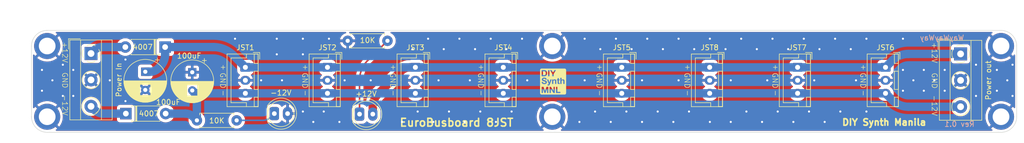
<source format=kicad_pcb>
(kicad_pcb (version 20221018) (generator pcbnew)
  (title_block (title "EuroBusboard 8") (date "2024-01-02") (rev "0.1") (company "DIYSynthMNL"))
  (layers (0 "F.Cu" signal) (31 "B.Cu" signal) (34 "B.Paste" user) (35 "F.Paste" user) (36 "B.SilkS" user "B.Silkscreen") (37 "F.SilkS" user "F.Silkscreen") (38 "B.Mask" user) (39 "F.Mask" user) (44 "Edge.Cuts" user))
  (net 0 "")
  (net 1 "Board_0-/EuroBusboard8_JST/+12VIN_JST")
  (net 2 "Board_0-/EuroBusboard8_JST/+12V_JST")
  (net 3 "Board_0-/EuroBusboard8_JST/-12VIN_JST")
  (net 4 "Board_0-/EuroBusboard8_JST/-12V_JST")
  (net 5 "Board_0-/EuroBusboard8_JST/GND_JST")
  (net 6 "Board_0-Net-(D11-K)")
  (net 7 "Board_0-Net-(D12-K)")
  (footprint "DIYSynthMNL:D_DO-41_SOD81_P7.62mm_Horizontal_BigPads" (layer "F.Cu") (at 72.182143 36.000001)
    (fp_text reference "D10" hide)
    (fp_text value "4007")
  )
  (footprint "DIYSynthMNL:Eurorack_power_jst_3P" (layer "F.Cu") (at 127.664285 27.100001 -90)
    (fp_text reference "J35" hide)
    (fp_text value "JST3")
  )
  (footprint "DIYSynthMNL:LED_D5.0mm_BigPads" (layer "F.Cu") (at 118.232143 36.100001)
    (fp_text reference "D11" hide)
    (fp_text value "+12V")
  )
  (footprint "DIYSynthMNL:MountingHole_M3_Standoff_Pad" (layer "F.Cu") (at 153.897859 23.000001)
    (fp_text reference "H15")
    (fp_text value "MountingHole_Pad" hide)
  )
  (footprint "PCM_kikit:Board" (layer "F.Cu") (at 57.602143 20.000001)
    (fp_text reference "B3")
    (fp_text value "Board")
  )
  (footprint "Capacitor_THT:CP_Radial_D8.0mm_P3.50mm" (layer "F.Cu") (at 75.902143 27.94735 -90)
    (fp_text reference "C5" hide)
    (fp_text value "100uF")
  )
  (footprint "DIYSynthMNL:R_quarter_watt_L6.3mm_D2.5mm_P7.62mm" (layer "F.Cu") (at 85.792143 37.300001)
    (fp_text reference "R6" hide)
    (fp_text value "10K")
  )
  (footprint "DIYSynthMNL:MountingHole_M3_Standoff_Pad" (layer "F.Cu") (at 239.897859 36.600001)
    (fp_text reference "H14")
    (fp_text value "MountingHole_Pad" hide)
  )
  (footprint "DIYSynthMNL:MountingHole_M3_Standoff_Pad" (layer "F.Cu") (at 239.897859 23.000001)
    (fp_text reference "H13")
    (fp_text value "MountingHole_Pad" hide)
  )
  (footprint "DIYSynthMNL:Eurorack_power_jst_3P" (layer "F.Cu") (at 110.815714 27.100001 -90)
    (fp_text reference "J34" hide)
    (fp_text value "JST2")
  )
  (footprint "DIYSynthMNL:Eurorack_power_jst_3P" (layer "F.Cu") (at 184.063214 27.100001 -90)
    (fp_text reference "J40" hide)
    (fp_text value "JST8")
  )
  (footprint "DIYSynthMNL:Eurorack_power_jst_3P" (layer "F.Cu") (at 95.082143 27.100001 -90)
    (fp_text reference "J33" hide)
    (fp_text value "JST1")
  )
  (footprint "DIYSynthMNL:LED_D5.0mm_BigPads" (layer "F.Cu") (at 101.902143 36.000001)
    (fp_text reference "D12" hide)
    (fp_text value "-12V")
  )
  (footprint "DIYSynthMNL:Eurorack_power_jst_3P" (layer "F.Cu") (at 144.512856 27.100001 -90)
    (fp_text reference "J36" hide)
    (fp_text value "JST4")
  )
  (footprint "DIYSynthMNL:TerminalBlock_MetzConnect_Type101_RT01603HBWC_1x03_P5.08mm_Horizontal" (layer "F.Cu") (at 232.147859 24.520001 -90)
    (fp_text reference "J42" hide)
    (fp_text value "Power out")
  )
  (footprint "DIYSynthMNL:Eurorack_power_jst_3P" (layer "F.Cu") (at 217.760359 27.100001 -90)
    (fp_text reference "J38" hide)
    (fp_text value "JST6")
  )
  (footprint "DIYSynthMNL:MountingHole_M3_Standoff_Pad" (layer "F.Cu") (at 153.897859 36.600001)
    (fp_text reference "H16")
    (fp_text value "MountingHole_Pad" hide)
  )
  (footprint "DIYSynthMNL:MountingHole_M3_Standoff_Pad" (layer "F.Cu") (at 57.102143 36.600001)
    (fp_text reference "H17")
    (fp_text value "MountingHole_Pad" hide)
  )
  (footprint "DIYSynthMNL:TerminalBlock_MetzConnect_Type101_RT01603HBWC_1x03_P5.08mm_Horizontal" (layer "F.Cu") (at 65.502143 24.440001 -90)
    (fp_text reference "J41" hide)
    (fp_text value "Power In")
  )
  (footprint "DIYSynthMNL:Eurorack_power_jst_3P" (layer "F.Cu") (at 167.214643 27.100001 -90)
    (fp_text reference "J37" hide)
    (fp_text value "JST5")
  )
  (footprint "Capacitor_THT:CP_Radial_D8.0mm_P3.50mm" (layer "F.Cu") (at 84.902143 28.04735 -90)
    (fp_text reference "C6" hide)
    (fp_text value "100uF")
  )
  (footprint "DIYSynthMNL:D_DO-41_SOD81_P7.62mm_Horizontal_BigPads" (layer "F.Cu") (at 79.702143 23.200001 180)
    (fp_text reference "D9" hide)
    (fp_text value "4007")
  )
  (footprint "DIYSynthMNL:MountingHole_M3_Standoff_Pad" (layer "F.Cu") (at 57.102143 23.000001)
    (fp_text reference "H18")
    (fp_text value "MountingHole_Pad" hide)
  )
  (footprint "DIYSynthMNL:Eurorack_power_jst_3P" (layer "F.Cu") (at 200.911785 27.100001 -90)
    (fp_text reference "J39" hide)
    (fp_text value "JST7")
  )
  (footprint "DIYSynthMNL:R_quarter_watt_L6.3mm_D2.5mm_P7.62mm" (layer "F.Cu") (at 114.692143 22.000001)
    (fp_text reference "R5" hide)
    (fp_text value "10K")
  )
  (gr_poly (pts (xy 156.272967 27.335061) (xy 156.288199 27.336212) (xy 156.303204 27.338108) (xy 156.317964 27.34073) (xy 156.332461 27.344059) (xy 156.346676 27.348078) (xy 156.360591 27.352767) (xy 156.374187 27.358109) (xy 156.387445 27.364084) (xy 156.400347 27.370674) (xy 156.412875 27.377861) (xy 156.42501 27.385626) (xy 156.436733 27.393951) (xy 156.448026 27.402816) (xy 156.458871 27.412205) (xy 156.469249 27.422097) (xy 156.479141 27.432475) (xy 156.48853 27.44332) (xy 156.497395 27.454613) (xy 156.50572 27.466336) (xy 156.513485 27.478471) (xy 156.520672 27.490999) (xy 156.527262 27.503901) (xy 156.533237 27.517159) (xy 156.538579 27.530755) (xy 156.543268 27.54467) (xy 156.547287 27.558885) (xy 156.550616 27.573382) (xy 156.553238 27.588142) (xy 156.555134 27.603148) (xy 156.556285 27.618379) (xy 156.556673 27.633819) (xy 156.556673 32.035527) (xy 156.556285 32.050967) (xy 156.555134 32.066199) (xy 156.553238 32.081204) (xy 156.550616 32.095964) (xy 156.547287 32.110461) (xy 156.543268 32.124676) (xy 156.538579 32.138591) (xy 156.533237 32.152187) (xy 156.527262 32.165445) (xy 156.520672 32.178347) (xy 156.513485 32.190875) (xy 156.50572 32.20301) (xy 156.497395 32.214733) (xy 156.48853 32.226027) (xy 156.479141 32.236871) (xy 156.469249 32.247249) (xy 156.458871 32.257141) (xy 156.448026 32.26653) (xy 156.436733 32.275395) (xy 156.42501 32.28372) (xy 156.412875 32.291485) (xy 156.400347 32.298672) (xy 156.387445 32.305262) (xy 156.374187 32.311237) (xy 156.360591 32.316579) (xy 156.346676 32.321268) (xy 156.332461 32.325287) (xy 156.317964 32.328616) (xy 156.303204 32.331238) (xy 156.288199 32.333134) (xy 156.272967 32.334285) (xy 156.257527 32.334673) (xy 151.855819 32.334673) (xy 151.840379 32.334285) (xy 151.825148 32.333134) (xy 151.810142 32.331238) (xy 151.795382 32.328616) (xy 151.780885 32.325287) (xy 151.76667 32.321268) (xy 151.752755 32.316579) (xy 151.739159 32.311237) (xy 151.725901 32.305262) (xy 151.712999 32.298672) (xy 151.700471 32.291485) (xy 151.688336 32.28372) (xy 151.676613 32.275395) (xy 151.665319 32.26653) (xy 151.654475 32.257141) (xy 151.644097 32.247249) (xy 151.634205 32.236871) (xy 151.624816 32.226027) (xy 151.615951 32.214733) (xy 151.607626 32.20301) (xy 151.599861 32.190875) (xy 151.592674 32.178347) (xy 151.586084 32.165445) (xy 151.580109 32.152187) (xy 151.574767 32.138591) (xy 151.570078 32.124676) (xy 151.566059 32.110461) (xy 151.56273 32.095964) (xy 151.560108 32.081204) (xy 151.558212 32.066199) (xy 151.557061 32.050967) (xy 151.556674 32.035527) (xy 151.556674 31.965838) (xy 151.861229 31.965838) (xy 151.861253 31.970435) (xy 151.861327 31.975029) (xy 151.861452 31.979621) (xy 151.861627 31.984211) (xy 151.861855 31.988802) (xy 151.862136 31.993393) (xy 151.86247 31.997987) (xy 151.862859 32.002584) (xy 151.8631 32.004644) (xy 151.863407 32.006644) (xy 151.86378 32.008583) (xy 151.864217 32.01046) (xy 151.86472 32.012274) (xy 151.865288 32.014024) (xy 151.865922 32.015711) (xy 151.866621 32.017333) (xy 151.867385 32.01889) (xy 151.868214 32.02038) (xy 151.869109 32.021804) (xy 151.870069 32.023161) (xy 151.871095 32.024449) (xy 151.872186 32.025668) (xy 151.873342 32.026818) (xy 151.874564 32.027898) (xy 151.875837 32.028917) (xy 151.877149 32.029885) (xy 151.878499 32.030801) (xy 151.879888 32.031666) (xy 151.881315 32.032479) (xy 151.882781 32.03324) (xy 151.884287 32.033949) (xy 151.885831 32.034606) (xy 151.887414 32.035211) (xy 151.889037 32.035763) (xy 151.890699 32.036263) (xy 151.892401 32.03671) (xy 151.894142 32.037105) (xy 151.895923 32.037446) (xy 151.897744 32.037734) (xy 151.899606 32.037969) (xy 152.019918 32.037969) (xy 152.023271 32.037993) (xy 152.026637 32.038067) (xy 152.030012 32.038192) (xy 152.033392 32.038367) (xy 152.036771 32.038595) (xy 152.040146 32.038876) (xy 152.043513 32.03921) (xy 152.046866 32.039599) (xy 152.050183 32.039538) (xy 152.053445 32.039359) (xy 152.056652 32.039067) (xy 152.059807 32.038665) (xy 152.062908 32.038159) (xy 152.065959 32.037553) (xy 152.068958 32.036851) (xy 152.071908 32.036059) (xy 152.074161 32.035609) (xy 152.076322 32.035095) (xy 152.078391 32.034517) (xy 152.080368 32.033876) (xy 152.082253 32.033169) (xy 152.084045 32.032399) (xy 152.085747 32.031563) (xy 152.087356 32.030662) (xy 152.088127 32.030187) (xy 152.088874 32.029696) (xy 152.089599 32.029188) (xy 152.090301 32.028664) (xy 152.09098 32.028124) (xy 152.091636 32.027567) (xy 152.09227 32.026994) (xy 152.092881 32.026404) (xy 152.093469 32.025798) (xy 152.094034 32.025175) (xy 152.094577 32.024535) (xy 152.095097 32.023879) (xy 152.095595 32.023206) (xy 152.096069 32.022517) (xy 152.096521 32.021811) (xy 152.096951 32.021088) (xy 152.097757 32.020023) (xy 152.098509 32.018918) (xy 152.099206 32.017773) (xy 152.099848 32.016588) (xy 152.100437 32.015364) (xy 152.100973 32.014101) (xy 152.101455 32.012798) (xy 152.101885 32.011455) (xy 152.102262 32.010074) (xy 152.102588 32.008653) (xy 152.102863 32.007193) (xy 152.103086 32.005695) (xy 152.10326 32.004157) (xy 152.103383 32.002581) (xy 152.103456 32.000966) (xy 152.103481 31.999313) (xy 152.103481 31.445935) (xy 152.104252 31.436702) (xy 152.104856 31.427426) (xy 152.105082 31.422785) (xy 152.10525 31.418149) (xy 152.105355 31.413525) (xy 152.105391 31.408916) (xy 152.105391 31.37217) (xy 152.105354 31.368853) (xy 152.105248 31.365591) (xy 152.105079 31.362383) (xy 152.104852 31.359229) (xy 152.104573 31.356127) (xy 152.104248 31.353077) (xy 152.103882 31.350078) (xy 152.103481 31.347128) (xy 152.103541 31.343811) (xy 152.10372 31.340549) (xy 152.104013 31.337341) (xy 152.104415 31.334187) (xy 152.104921 31.331085) (xy 152.105527 31.328035) (xy 152.106229 31.325036) (xy 152.107021 31.322086) (xy 152.107804 31.319159) (xy 152.108477 31.316233) (xy 152.10904 31.313306) (xy 152.109496 31.31038) (xy 152.109847 31.307454) (xy 152.110095 31.304528) (xy 152.110242 31.301602) (xy 152.110291 31.298677) (xy 152.110324 31.297238) (xy 152.110425 31.295848) (xy 152.110592 31.294507) (xy 152.110701 31.293856) (xy 152.110826 31.293217) (xy 152.110968 31.292591) (xy 152.111126 31.291978) (xy 152.111301 31.291377) (xy 152.111493 31.290789) (xy 152.1117 31.290214) (xy 152.111925 31.289652) (xy 152.112165 31.289103) (xy 152.112422 31.288567) (xy 152.112695 31.288044) (xy 152.112985 31.287534) (xy 152.113291 31.287037) (xy 152.113613 31.286553) (xy 152.113951 31.286083) (xy 152.114305 31.285626) (xy 152.114676 31.285182) (xy 152.115062 31.284752) (xy 152.115465 31.284336) (xy 152.115884 31.283932) (xy 152.116318 31.283543) (xy 152.116769 31.283167) (xy 152.117236 31.282804) (xy 152.117718 31.282456) (xy 152.118217 31.282121) (xy 152.118731 31.2818) (xy 152.11935 31.281408) (xy 152.119952 31.281068) (xy 152.120247 31.280918) (xy 152.120538 31.280781) (xy 152.120824 31.280657) (xy 152.121107 31.280545) (xy 152.121386 31.280447) (xy 152.121661 31.280363) (xy 152.121932 31.280291) (xy 152.1222 31.280232) (xy 152.122464 31.280186) (xy 152.122725 31.280153) (xy 152.122982 31.280134) (xy 152.123236 31.280127) (xy 152.123486 31.280134) (xy 152.123734 31.280153) (xy 152.123978 31.280186) (xy 152.124219 31.280232) (xy 152.124457 31.280291) (xy 152.124692 31.280363) (xy 152.124925 31.280447) (xy 152.125154 31.280545) (xy 152.125381 31.280657) (xy 152.125606 31.280781) (xy 152.125827 31.280918) (xy 152.126047 31.281068) (xy 152.126264 31.281231) (xy 152.126478 31.281408) (xy 152.126691 31.281597) (xy 152.126901 31.2818) (xy 152.127322 31.282018) (xy 152.127745 31.282252) (xy 152.12817 31.282502) (xy 152.128596 31.282767) (xy 152.129024 31.283046) (xy 152.129452 31.28334) (xy 152.12988 31.283648) (xy 152.130309 31.283969) (xy 152.130738 31.284303) (xy 152.131167 31.284649) (xy 152.131594 31.285008) (xy 152.132021 31.285379) (xy 152.132446 31.285761) (xy 152.13287 31.286153) (xy 152.133711 31.28697) (xy 152.136198 31.29086) (xy 152.138641 31.295005) (xy 152.141038 31.299407) (xy 152.143385 31.304069) (xy 152.145679 31.308993) (xy 152.147918 31.314179) (xy 152.150099 31.319631) (xy 152.15222 31.32535) (xy 152.156732 31.335434) (xy 152.161073 31.345619) (xy 152.165248 31.355906) (xy 152.169261 31.366296) (xy 152.173118 31.376791) (xy 152.176822 31.387392) (xy 152.18038 31.398099) (xy 152.183794 31.408915) (xy 152.190612 31.43058) (xy 152.197667 31.452069) (xy 152.204931 31.473348) (xy 152.212375 31.494385) (xy 152.218954 31.512041) (xy 152.225316 31.529897) (xy 152.231468 31.547961) (xy 152.237417 31.566245) (xy 152.243369 31.58443) (xy 152.249521 31.602195) (xy 152.255882 31.619541) (xy 152.26246 31.636472) (xy 152.264473 31.640654) (xy 152.266328 31.644839) (xy 152.268026 31.649025) (xy 152.269567 31.653212) (xy 152.270952 31.657399) (xy 152.27218 31.661585) (xy 152.273251 31.66577) (xy 152.274165 31.669952) (xy 152.275446 31.674134) (xy 152.276778 31.678319) (xy 152.278163 31.682505) (xy 152.2796 31.686692) (xy 152.281089 31.690879) (xy 152.28263 31.695065) (xy 152.284224 31.69925) (xy 152.28587 31.703432) (xy 152.286072 31.703855) (xy 152.286259 31.704286) (xy 152.286433 31.704727) (xy 152.286593 31.705179) (xy 152.28674 31.705641) (xy 152.286874 31.706114) (xy 152.286994 31.706599) (xy 152.287102 31.707097) (xy 152.287196 31.707608) (xy 152.287277 31.708133) (xy 152.287346 31.708672) (xy 152.287402 31.709226) (xy 152.287445 31.709796) (xy 152.287476 31.710381) (xy 152.287494 31.710983) (xy 152.2875 31.711602) (xy 152.287929 31.712833) (xy 152.28837 31.714017) (xy 152.28882 31.715153) (xy 152.289274 31.716239) (xy 152.289728 31.717273) (xy 152.290176 31.718252) (xy 152.290616 31.719176) (xy 152.29104 31.720042) (xy 152.292688 31.724225) (xy 152.294282 31.728409) (xy 152.295823 31.732595) (xy 152.297311 31.736782) (xy 152.298747 31.740969) (xy 152.300131 31.745156) (xy 152.301464 31.74934) (xy 152.302745 31.753523) (xy 152.304051 31.75768) (xy 152.305458 31.761791) (xy 152.306967 31.765853) (xy 152.30858 31.769864) (xy 152.310297 31.773823) (xy 152.312119 31.777728) (xy 152.314047 31.781577) (xy 152.316082 31.78537) (xy 152.316284 31.785996) (xy 152.316472 31.786624) (xy 152.316807 31.787881) (xy 152.317087 31.789141) (xy 152.317315 31.790402) (xy 152.31749 31.791663) (xy 152.317614 31.792923) (xy 152.317688 31.794183) (xy 152.317712 31.79544) (xy 152.318129 31.796294) (xy 152.31854 31.797187) (xy 152.318946 31.798122) (xy 152.319351 31.799106) (xy 152.319755 31.800141) (xy 152.32016 31.801234) (xy 152.320569 31.802389) (xy 152.320982 31.80361) (xy 152.323042 31.808683) (xy 152.325045 31.813865) (xy 152.326991 31.819155) (xy 152.328884 31.824551) (xy 152.330725 31.830051) (xy 152.332516 31.835654) (xy 152.334258 31.841358) (xy 152.335953 31.847162) (xy 152.33766 31.852576) (xy 152.339433 31.857945) (xy 152.341268 31.863267) (xy 152.343159 31.868539) (xy 152.345102 31.873759) (xy 152.347092 31.878924) (xy 152.349125 31.884032) (xy 152.351196 31.88908) (xy 152.356096 31.904051) (xy 152.358133 31.909099) (xy 152.360062 31.914206) (xy 152.361884 31.919372) (xy 152.363601 31.924592) (xy 152.365213 31.929864) (xy 152.366721 31.935186) (xy 152.368128 31.940555) (xy 152.369434 31.945969) (xy 152.371141 31.95098) (xy 152.372914 31.955983) (xy 152.374749 31.960981) (xy 152.37664 31.965975) (xy 152.380573 31.975967) (xy 152.384677 31.985982) (xy 152.390948 32.000157) (xy 152.396382 32.012657) (xy 152.39704 32.013906) (xy 152.39776 32.015144) (xy 152.398543 32.016372) (xy 152.399388 32.017588) (xy 152.400297 32.018792) (xy 152.40127 32.019984) (xy 152.402308 32.021164) (xy 152.40341 32.022331) (xy 152.404578 32.023485) (xy 152.405811 32.024625) (xy 152.407111 32.025752) (xy 152.408477 32.026865) (xy 152.409911 32.027963) (xy 152.411412 32.029046) (xy 152.412981 32.030113) (xy 152.414619 32.031166) (xy 152.415482 32.031782) (xy 152.416399 32.032375) (xy 152.41737 32.032943) (xy 152.418394 32.033487) (xy 152.419471 32.034006) (xy 152.420601 32.0345) (xy 152.421783 32.034968) (xy 152.423018 32.035411) (xy 152.424306 32.035827) (xy 152.425645 32.036217) (xy 152.427036 32.036579) (xy 152.428479 32.036915) (xy 152.429973 32.037222) (xy 152.431519 32.037502) (xy 152.433115 32.037753) (xy 152.434762 32.037976) (xy 152.438128 32.038365) (xy 152.441537 32.038699) (xy 152.444993 32.038979) (xy 152.448499 32.039207) (xy 152.452056 32.039383) (xy 152.455669 32.039507) (xy 152.45934 32.039581) (xy 152.463071 32.039606) (xy 152.494919 32.039606) (xy 152.499029 32.039217) (xy 152.502992 32.038883) (xy 152.506806 32.038602) (xy 152.510466 32.038375) (xy 152.513969 32.038199) (xy 152.517312 32.038075) (xy 152.52049 32.038) (xy 152.5235 32.037976) (xy 152.56188 32.037976) (xy 152.564758 32.037183) (xy 152.567536 32.036482) (xy 152.570214 32.035876) (xy 152.572789 32.03537) (xy 152.57526 32.034968) (xy 152.577623 32.034675) (xy 152.578765 32.034571) (xy 152.579879 32.034497) (xy 152.580965 32.034451) (xy 152.582023 32.034436) (xy 152.583067 32.034205) (xy 152.584108 32.033935) (xy 152.585148 32.033623) (xy 152.586186 32.033272) (xy 152.587222 32.03288) (xy 152.588258 32.032449) (xy 152.589292 32.031978) (xy 152.590327 32.031468) (xy 152.591361 32.030919) (xy 152.592395 32.030331) (xy 152.593431 32.029704) (xy 152.594467 32.029039) (xy 152.595504 32.028335) (xy 152.596543 32.027593) (xy 152.597584 32.026813) (xy 152.598627 32.025996) (xy 152.599653 32.025148) (xy 152.600639 32.024277) (xy 152.601586 32.023381) (xy 152.602494 32.022461) (xy 152.603363 32.021517) (xy 152.604193 32.020547) (xy 152.604983 32.019552) (xy 152.605734 32.018531) (xy 152.606446 32.017483) (xy 152.607119 32.01641) (xy 152.607752 32.015309) (xy 152.608346 32.014182) (xy 152.608901 32.013026) (xy 152.609417 32.011843) (xy 152.609894 32.010632) (xy 152.610332 32.009392) (xy 152.612844 32.004264) (xy 152.615364 31.99892) (xy 152.617886 31.993368) (xy 152.620403 31.987616) (xy 152.62244 31.983019) (xy 152.624369 31.978425) (xy 152.626191 31.973833) (xy 152.627908 31.969243) (xy 152.629519 31.964652) (xy 152.631028 31.96006) (xy 152.632435 31.955467) (xy 152.633741 31.95087) (xy 152.635047 31.945882) (xy 152.636454 31.940953) (xy 152.637963 31.93608) (xy 152.639576 31.931261) (xy 152.641293 31.926495) (xy 152.643115 31.921779) (xy 152.645043 31.917111) (xy 152.647078 31.91249) (xy 152.647485 31.911863) (xy 152.64787 31.911235) (xy 152.648233 31.910607) (xy 152.648572 31.909978) (xy 152.648887 31.909348) (xy 152.649178 31.908718) (xy 152.649444 31.908088) (xy 152.649684 31.907458) (xy 152.649898 31.906827) (xy 152.650086 31.906196) (xy 152.650246 31.905566) (xy 152.650379 31.904936) (xy 152.650482 31.904306) (xy 152.650557 31.903676) (xy 152.650603 31.903047) (xy 152.650618 31.902419) (xy 152.65063 31.901792) (xy 152.650667 31.901164) (xy 152.650729 31.900536) (xy 152.650815 31.899907) (xy 152.650927 31.899277) (xy 152.651065 31.898647) (xy 152.651228 31.898017) (xy 152.651417 31.897387) (xy 152.651632 31.896756) (xy 152.651873 31.896126) (xy 152.652141 31.895495) (xy 152.652436 31.894865) (xy 152.652758 31.894235) (xy 152.653107 31.893605) (xy 152.653484 31.892976) (xy 152.653888 31.892348) (xy 152.662882 31.868113) (xy 152.671464 31.843896) (xy 152.679628 31.819679) (xy 152.687368 31.795445) (xy 152.691209 31.782922) (xy 152.695206 31.770442) (xy 152.69936 31.758008) (xy 152.703671 31.745623) (xy 152.708138 31.73329) (xy 152.712762 31.721012) (xy 152.717543 31.708794) (xy 152.722482 31.696637) (xy 152.724104 31.692455) (xy 152.725624 31.68827) (xy 152.727041 31.684084) (xy 152.728354 31.679897) (xy 152.729563 31.67571) (xy 152.730666 31.671524) (xy 152.731663 31.667339) (xy 152.732553 31.663157) (xy 152.733833 31.659011) (xy 152.735166 31.654931) (xy 152.73655 31.650913) (xy 152.737987 31.646951) (xy 152.739476 31.643042) (xy 152.741018 31.639181) (xy 152.742612 31.635362) (xy 152.744258 31.631582) (xy 152.74627 31.627399) (xy 152.748125 31.623215) (xy 152.749823 31.619029) (xy 152.751365 31.614842) (xy 152.752749 31.610655) (xy 152.753977 31.606469) (xy 152.755048 31.602284) (xy 152.755963 31.598102) (xy 152.757243 31.593944) (xy 152.758576 31.589833) (xy 152.75996 31.585771) (xy 152.761397 31.58176) (xy 152.762886 31.577801) (xy 152.764428 31.573896) (xy 152.766021 31.570047) (xy 152.767668 31.566255) (xy 152.768074 31.565628) (xy 152.768451 31.565) (xy 152.768801 31.564372) (xy 152.769124 31.563743) (xy 152.769419 31.563113) (xy 152.769687 31.562483) (xy 152.769928 31.561853) (xy 152.770143 31.561223) (xy 152.770331 31.560592) (xy 152.770494 31.559962) (xy 152.77063 31.559331) (xy 152.770742 31.558701) (xy 152.770828 31.558071) (xy 152.770889 31.557441) (xy 152.770926 31.556812) (xy 152.770938 31.556184) (xy 152.77095 31.555353) (xy 152.770987 31.554536) (xy 152.771048 31.553733) (xy 152.771135 31.552942) (xy 152.771247 31.552165) (xy 152.771384 31.551401) (xy 152.771547 31.550651) (xy 152.771736 31.549913) (xy 152.771952 31.549189) (xy 152.772193 31.548477) (xy 152.772461 31.547779) (xy 152.772756 31.547093) (xy 152.773078 31.54642) (xy 152.773427 31.545761) (xy 152.773803 31.545113) (xy 152.774208 31.544479) (xy 152.77827 31.533598) (xy 152.78211 31.522703) (xy 152.785741 31.511809) (xy 152.789179 31.500928) (xy 152.790885 31.495501) (xy 152.792658 31.490089) (xy 152.796384 31.479288) (xy 152.800317 31.468486) (xy 152.804422 31.457647) (xy 152.805033 31.456392) (xy 152.805616 31.455136) (xy 152.806695 31.452619) (xy 152.807663 31.450098) (xy 152.808523 31.447576) (xy 152.809278 31.445054) (xy 152.809933 31.442533) (xy 152.810489 31.440016) (xy 152.810952 31.437504) (xy 152.817762 31.417361) (xy 152.82265 31.403965) (xy 152.8273 31.39055) (xy 152.83174 31.377134) (xy 152.835999 31.363738) (xy 152.841027 31.350483) (xy 152.84607 31.337461) (xy 152.856142 31.31202) (xy 152.862952 31.295416) (xy 152.863585 31.294173) (xy 152.864232 31.292953) (xy 152.864892 31.291756) (xy 152.865565 31.290583) (xy 152.86625 31.289435) (xy 152.866949 31.288312) (xy 152.867661 31.287213) (xy 152.868386 31.286141) (xy 152.869124 31.285094) (xy 152.869875 31.284075) (xy 152.870639 31.283082) (xy 152.871417 31.282116) (xy 152.872207 31.281179) (xy 152.87301 31.28027) (xy 152.873827 31.27939) (xy 152.874657 31.278539) (xy 152.874866 31.278325) (xy 152.875073 31.278101) (xy 152.875279 31.277866) (xy 152.875484 31.277619) (xy 152.875688 31.27736) (xy 152.875891 31.277089) (xy 152.876093 31.276805) (xy 152.876295 31.276509) (xy 152.876699 31.275877) (xy 152.877105 31.275189) (xy 152.877513 31.274444) (xy 152.877927 31.273639) (xy 152.878352 31.273242) (xy 152.878792 31.272885) (xy 152.879246 31.272568) (xy 152.879715 31.27229) (xy 152.880197 31.272052) (xy 152.880694 31.271854) (xy 152.881203 31.271694) (xy 152.881727 31.271574) (xy 152.882263 31.271493) (xy 152.882812 31.271451) (xy 152.883374 31.271447) (xy 152.883948 31.271483) (xy 152.884535 31.271557) (xy 152.885134 31.271669) (xy 152.885744 31.27182) (xy 152.886367 31.272009) (xy 152.887582 31.272465) (xy 152.88872 31.272996) (xy 152.889781 31.273605) (xy 152.890763 31.274289) (xy 152.891667 31.275051) (xy 152.892494 31.27589) (xy 152.893242 31.276807) (xy 152.893911 31.277802) (xy 152.894503 31.278875) (xy 152.895015 31.280027) (xy 152.895449 31.281258) (xy 152.895805 31.282569) (xy 152.896082 31.283959) (xy 152.896279 31.28543) (xy 152.896398 31.286981) (xy 152.896438 31.288613) (xy 152.896487 31.29193) (xy 152.896635 31.295192) (xy 152.896884 31.298399) (xy 152.897236 31.301554) (xy 152.897693 31.304656) (xy 152.898256 31.307706) (xy 152.898927 31.310705) (xy 152.899708 31.313655) (xy 152.900105 31.315336) (xy 152.900462 31.317033) (xy 152.90078 31.318745) (xy 152.901058 31.320473) (xy 152.901296 31.322216) (xy 152.901494 31.323973) (xy 152.901654 31.325743) (xy 152.901774 31.327528) (xy 152.901855 31.329325) (xy 152.901897 31.331135) (xy 152.901864 31.334792) (xy 152.901678 31.338493) (xy 152.901338 31.342236) (xy 152.901338 31.412463) (xy 152.901436 31.422675) (xy 152.901736 31.433267) (xy 152.902245 31.444277) (xy 152.902968 31.455743) (xy 152.902968 31.999337) (xy 152.902995 32.000991) (xy 152.903077 32.002606) (xy 152.903214 32.004182) (xy 152.903405 32.00572) (xy 152.903649 32.007219) (xy 152.903946 32.008679) (xy 152.904297 32.0101) (xy 152.9047 32.011482) (xy 152.905156 32.012824) (xy 152.905663 32.014128) (xy 152.906222 32.015391) (xy 152.906832 32.016616) (xy 152.907493 32.0178) (xy 152.908204 32.018945) (xy 152.908966 32.020049) (xy 152.909778 32.021114) (xy 152.91062 32.022334) (xy 152.911473 32.02349) (xy 152.912338 32.02458) (xy 152.913215 32.025606) (xy 152.914104 32.026566) (xy 152.915006 32.027461) (xy 152.91592 32.028291) (xy 152.916847 32.029056) (xy 152.917787 32.029755) (xy 152.91874 32.030389) (xy 152.919707 32.030957) (xy 152.920687 32.03146) (xy 152.921681 32.031898) (xy 152.922689 32.03227) (xy 152.923712 32.032577) (xy 152.924749 32.032817) (xy 152.927309 32.03327) (xy 152.929974 32.033784) (xy 152.935616 32.034986) (xy 152.941677 32.036396) (xy 152.948158 32.037987) (xy 153.107121 32.037987) (xy 153.108982 32.037751) (xy 153.110803 32.037461) (xy 153.112584 32.037119) (xy 153.114326 32.036724) (xy 153.116027 32.036277) (xy 153.11769 32.035777) (xy 153.119312 32.035225) (xy 153.120896 32.03462) (xy 153.12244 32.033964) (xy 153.123945 32.033255) (xy 153.125411 32.032495) (xy 153.126838 32.031682) (xy 153.128227 32.030818) (xy 153.129577 32.029902) (xy 153.130889 32.028935) (xy 153.132163 32.027917) (xy 153.133378 32.026836) (xy 153.134516 32.025686) (xy 153.135577 32.024466) (xy 153.136559 32.023178) (xy 153.137463 32.021821) (xy 153.138289 32.020397) (xy 153.139037 32.018907) (xy 153.139707 32.01735) (xy 153.140298 32.015728) (xy 153.140811 32.014042) (xy 153.141245 32.012291) (xy 153.141601 32.010478) (xy 153.141877 32.008601) (xy 153.142075 32.006663) (xy 153.142194 32.004663) (xy 153.142233 32.002603) (xy 153.142623 31.998006) (xy 153.142958 31.993412) (xy 153.143238 31.98882) (xy 153.143466 31.98423) (xy 153.143641 31.979639) (xy 153.143765 31.975047) (xy 153.143839 31.970454) (xy 153.143863 31.965857) (xy 153.143863 31.954143) (xy 153.377952 31.954143) (xy 153.37805 31.967969) (xy 153.37835 31.980994) (xy 153.378858 31.993183) (xy 153.379193 31.998952) (xy 153.379581 32.0045) (xy 153.380071 32.007164) (xy 153.380703 32.009719) (xy 153.381478 32.012168) (xy 153.382397 32.01451) (xy 153.383458 32.016745) (xy 153.384663 32.018875) (xy 153.386011 32.020899) (xy 153.387503 32.022818) (xy 153.389139 32.024632) (xy 153.390918 32.026342) (xy 153.392842 32.027949) (xy 153.39491 32.029452) (xy 153.397121 32.030853) (xy 153.399478 32.032151) (xy 153.401978 32.033347) (xy 153.404624 32.034442) (xy 153.407184 32.035234) (xy 153.409849 32.035936) (xy 153.412618 32.036542) (xy 153.415491 32.037048) (xy 153.418469 32.03745) (xy 153.421552 32.037743) (xy 153.42474 32.037921) (xy 153.428032 32.037982) (xy 153.557055 32.037982) (xy 153.561567 32.037946) (xy 153.565908 32.03784) (xy 153.570083 32.03767) (xy 153.574096 32.037443) (xy 153.577953 32.037164) (xy 153.581658 32.036839) (xy 153.585215 32.036473) (xy 153.58863 32.036072) (xy 153.590485 32.03583) (xy 153.592288 32.035523) (xy 153.594039 32.035151) (xy 153.595737 32.034713) (xy 153.597383 32.034211) (xy 153.598977 32.033642) (xy 153.600519 32.033009) (xy 153.602008 32.03231) (xy 153.603445 32.031546) (xy 153.60483 32.030716) (xy 153.606162 32.029822) (xy 153.607442 32.028861) (xy 153.60867 32.027836) (xy 153.609845 32.026745) (xy 153.610968 32.025589) (xy 153.612039 32.024367) (xy 153.613053 32.022846) (xy 153.614003 32.021209) (xy 153.61489 32.019456) (xy 153.615711 32.017586) (xy 153.616469 32.0156) (xy 153.617161 32.013497) (xy 153.617789 32.011277) (xy 153.618351 32.00894) (xy 153.618848 32.006485) (xy 153.619279 32.003912) (xy 153.619645 32.001221) (xy 153.619945 31.998412) (xy 153.620178 31.995484) (xy 153.620345 31.992437) (xy 153.620445 31.989272) (xy 153.620479 31.985987) (xy 153.620479 31.967478) (xy 153.620875 31.966434) (xy 153.621232 31.965393) (xy 153.62155 31.964353) (xy 153.621827 31.963315) (xy 153.622065 31.962279) (xy 153.622264 31.961244) (xy 153.622423 31.960209) (xy 153.622543 31.959175) (xy 153.622625 31.95814) (xy 153.622667 31.957106) (xy 153.62267 31.95607) (xy 153.622635 31.955034) (xy 153.622561 31.953997) (xy 153.622448 31.952958) (xy 153.622298 31.951917) (xy 153.622108 31.950874) (xy 153.622108 31.313659) (xy 153.622362 31.311791) (xy 153.622706 31.309952) (xy 153.62314 31.308139) (xy 153.623664 31.306355) (xy 153.624278 31.304597) (xy 153.624983 31.302866) (xy 153.625779 31.301161) (xy 153.626667 31.299483) (xy 153.627646 31.297832) (xy 153.628716 31.296206) (xy 153.629879 31.294606) (xy 153.631134 31.293031) (xy 153.632481 31.291482) (xy 153.633921 31.289958) (xy 153.635453 31.288458) (xy 153.637079 31.286984) (xy 153.639348 31.287054) (xy 153.640459 31.287141) (xy 153.641554 31.287264) (xy 153.642634 31.287422) (xy 153.643698 31.287616) (xy 153.644746 31.287844) (xy 153.645778 31.288109) (xy 153.646795 31.288408) (xy 153.647795 31.288743) (xy 153.64878 31.289114) (xy 153.649748 31.28952) (xy 153.6507 31.289962) (xy 153.651637 31.29044) (xy 153.652556 31.290954) (xy 153.65346 31.291503) (xy 153.654347 31.292089) (xy 153.655218 31.29271) (xy 153.656073 31.293367) (xy 153.656911 31.294061) (xy 153.657732 31.294791) (xy 153.658537 31.295557) (xy 153.659325 31.296359) (xy 153.660097 31.297197) (xy 153.661589 31.298984) (xy 153.663015 31.300916) (xy 153.664372 31.302995) (xy 153.66566 31.305221) (xy 153.67657 31.320768) (xy 153.685803 31.333802) (xy 153.708814 31.371783) (xy 153.730988 31.408928) (xy 153.742693 31.426725) (xy 153.754397 31.444975) (xy 153.766101 31.463643) (xy 153.777806 31.482694) (xy 154.028501 31.88392) (xy 154.035946 31.895724) (xy 154.039602 31.9017) (xy 154.04321 31.907728) (xy 154.046765 31.913807) (xy 154.050264 31.91994) (xy 154.053704 31.926128) (xy 154.057082 31.932371) (xy 154.087025 31.97919) (xy 154.092054 31.987458) (xy 154.097097 31.995531) (xy 154.102139 32.003395) (xy 154.107168 32.011037) (xy 154.108454 32.01269) (xy 154.109802 32.014305) (xy 154.111214 32.015881) (xy 154.112689 32.017419) (xy 154.114228 32.018918) (xy 154.115831 32.020378) (xy 154.117499 32.021799) (xy 154.119232 32.023181) (xy 154.12103 32.024524) (xy 154.122894 32.025827) (xy 154.124824 32.027091) (xy 154.126821 32.028315) (xy 154.128884 32.029499) (xy 154.131014 32.030644) (xy 154.133212 32.031748) (xy 154.135477 32.032813) (xy 154.136744 32.033421) (xy 154.138038 32.033994) (xy 154.139357 32.03453) (xy 154.140702 32.035029) (xy 154.142074 32.035492) (xy 154.143471 32.035916) (xy 154.144895 32.036302) (xy 154.146345 32.03665) (xy 154.147821 32.036959) (xy 154.149323 32.037227) (xy 154.150851 32.037456) (xy 154.152406 32.037644) (xy 154.153986 32.037792) (xy 154.155593 32.037897) (xy 154.157227 32.037961) (xy 154.158886 32.037983) (xy 154.339623 32.037983) (xy 154.351767 32.034978) (xy 154.3569 32.033775) (xy 154.359229 32.033262) (xy 154.361398 32.032813) (xy 154.362637 32.032369) (xy 154.363848 32.031873) (xy 154.36503 32.031327) (xy 154.366185 32.030728) (xy 154.367313 32.030078) (xy 154.368413 32.029376) (xy 154.369487 32.028622) (xy 154.370534 32.027816) (xy 154.371555 32.026957) (xy 154.372551 32.026047) (xy 154.373521 32.025083) (xy 154.374466 32.024067) (xy 154.375387 32.022999) (xy 154.376282 32.021877) (xy 154.377154 32.020702) (xy 154.378002 32.019475) (xy 154.378807 32.018186) (xy 154.37955 32.016829) (xy 154.38023 32.015404) (xy 154.380847 32.013911) (xy 154.3814 32.012351) (xy 154.38189 32.010725) (xy 154.382315 32.009033) (xy 154.382675 32.007274) (xy 154.38297 32.005451) (xy 154.3832 32.003562) (xy 154.383363 32.001609) (xy 154.383459 31.999592) (xy 154.383489 31.997512) (xy 154.383451 31.995368) (xy 154.383406 31.994424) (xy 154.615635 31.994424) (xy 154.615659 31.996286) (xy 154.615733 31.998107) (xy 154.615855 31.999888) (xy 154.616028 32.00163) (xy 154.616251 32.003331) (xy 154.616525 32.004993) (xy 154.61685 32.006616) (xy 154.617227 32.0082) (xy 154.617657 32.009744) (xy 154.618139 32.011249) (xy 154.618674 32.012715) (xy 154.619263 32.014142) (xy 154.619906 32.015531) (xy 154.620604 32.016881) (xy 154.621356 32.018193) (xy 154.622165 32.019467) (xy 154.623242 32.021099) (xy 154.624384 32.022651) (xy 154.625591 32.024122) (xy 154.626862 32.025512) (xy 154.628198 32.026823) (xy 154.629599 32.028054) (xy 154.631064 32.029206) (xy 154.632596 32.030279) (xy 154.634192 32.031273) (xy 154.635854 32.03219) (xy 154.637581 32.033029) (xy 154.639375 32.03379) (xy 154.641234 32.034475) (xy 154.643158 32.035083) (xy 154.64515 32.035615) (xy 154.647207 32.03607) (xy 154.651889 32.03646) (xy 154.656735 32.036795) (xy 154.661744 32.037075) (xy 154.666911 32.037303) (xy 154.677715 32.037602) (xy 154.689125 32.0377) (xy 155.413182 32.0377) (xy 155.415243 32.037676) (xy 155.417242 32.037603) (xy 155.419181 32.03748) (xy 155.421058 32.037307) (xy 155.422872 32.037084) (xy 155.424623 32.03681) (xy 155.426309 32.036485) (xy 155.427931 32.036108) (xy 155.429488 32.035679) (xy 155.430979 32.035196) (xy 155.432402 32.034661) (xy 155.433759 32.034072) (xy 155.435047 32.033429) (xy 155.436267 32.032732) (xy 155.437416 32.031979) (xy 155.438496 32.03117) (xy 155.439735 32.03051) (xy 155.440946 32.029781) (xy 155.442128 32.028985) (xy 155.443283 32.028122) (xy 155.444411 32.027193) (xy 155.445511 32.026197) (xy 155.446585 32.025135) (xy 155.447632 32.024007) (xy 155.448653 32.022814) (xy 155.449649 32.021556) (xy 155.450619 32.020234) (xy 155.451564 32.018847) (xy 155.452484 32.017396) (xy 155.45338 32.015881) (xy 155.454252 32.014303) (xy 155.4551 32.012662) (xy 155.455497 32.011605) (xy 155.455855 32.010527) (xy 155.456172 32.009426) (xy 155.45645 32.008302) (xy 155.456688 32.007153) (xy 155.456887 32.005981) (xy 155.457046 32.004783) (xy 155.457166 32.00356) (xy 155.457247 32.002311) (xy 155.457289 32.001035) (xy 155.457292 31.999733) (xy 155.457257 31.998402) (xy 155.457182 31.997043) (xy 155.45707 31.995655) (xy 155.456919 31.994238) (xy 155.45673 31.99279) (xy 155.45673 31.85887) (xy 155.456696 31.857008) (xy 155.456596 31.855187) (xy 155.456428 31.853406) (xy 155.456194 31.851665) (xy 155.455894 31.849963) (xy 155.455528 31.848301) (xy 155.455096 31.846678) (xy 155.454599 31.845095) (xy 155.454036 31.84355) (xy 155.453408 31.842045) (xy 155.452716 31.840579) (xy 155.451958 31.839152) (xy 155.451137 31.837763) (xy 155.450252 31.836413) (xy 155.449303 31.835101) (xy 155.44829 31.833828) (xy 155.44762 31.833004) (xy 155.446863 31.832206) (xy 155.446019 31.831433) (xy 155.445087 31.830686) (xy 155.444066 31.829964) (xy 155.442956 31.829269) (xy 155.441756 31.828599) (xy 155.440465 31.827956) (xy 155.439083 31.827338) (xy 155.437608 31.826747) (xy 155.436041 31.826182) (xy 155.43438 31.825644) (xy 155.432625 31.825132) (xy 155.430775 31.824647) (xy 155.428829 31.824188) (xy 155.426787 31.823757) (xy 155.42297 31.822973) (xy 155.419047 31.822301) (xy 155.415018 31.821738) (xy 155.410883 31.821282) (xy 155.406644 31.820931) (xy 155.402301 31.820683) (xy 155.397855 31.820535) (xy 155.393307 31.820487) (xy 155.388674 31.820122) (xy 155.383975 31.819862) (xy 155.379215 31.819706) (xy 155.374399 31.819654) (xy 155.36953 31.819706) (xy 155.364614 31.819862) (xy 155.359654 31.820122) (xy 155.354655 31.820487) (xy 154.928393 31.820487) (xy 154.924095 31.820401) (xy 154.919979 31.820145) (xy 154.91799 31.819954) (xy 154.916047 31.819719) (xy 154.914149 31.819442) (xy 154.912297 31.819122) (xy 154.910491 31.81876) (xy 154.908731 31.818355) (xy 154.907016 31.817908) (xy 154.905347 31.817418) (xy 154.903724 31.816886) (xy 154.902147 31.816311) (xy 154.900615 31.815694) (xy 154.899129 31.815034) (xy 154.897689 31.814332) (xy 154.896295 31.813587) (xy 154.894946 31.8128) (xy 154.893643 31.81197) (xy 154.892386 31.811098) (xy 154.891175 31.810184) (xy 154.890009 31.809227) (xy 154.888889 31.808228) (xy 154.887815 31.807186) (xy 154.886786 31.806102) (xy 154.885803 31.804976) (xy 154.884866 31.803808) (xy 154.883975 31.802597) (xy 154.88313 31.801344) (xy 154.88233 31.800048) (xy 154.881576 31.79871) (xy 154.880759 31.796589) (xy 154.879983 31.794408) (xy 154.879253 31.792169) (xy 154.878571 31.789875) (xy 154.877941 31.787528) (xy 154.877368 31.785132) (xy 154.876855 31.782689) (xy 154.876406 31.780202) (xy 154.876406 31.740189) (xy 154.875622 31.737262) (xy 154.87495 31.734336) (xy 154.874387 31.731409) (xy 154.873931 31.728483) (xy 154.87358 31.725557) (xy 154.873332 31.722631) (xy 154.873184 31.719705) (xy 154.873136 31.71678) (xy 154.873524 31.713439) (xy 154.873859 31.710103) (xy 154.874139 31.706772) (xy 154.874367 31.703443) (xy 154.874542 31.700113) (xy 154.874667 31.696782) (xy 154.874741 31.693446) (xy 154.874765 31.690105) (xy 154.874765 30.892294) (xy 154.874732 30.889817) (xy 154.874631 30.887404) (xy 154.874464 30.885055) (xy 154.87423 30.882771) (xy 154.87393 30.88055) (xy 154.873564 30.878395) (xy 154.873132 30.876304) (xy 154.872634 30.874278) (xy 154.872071 30.872318) (xy 154.871444 30.870424) (xy 154.870751 30.868595) (xy 154.869994 30.866832) (xy 154.869173 30.865136) (xy 154.868287 30.863506) (xy 154.867338 30.861943) (xy 154.866325 30.860447) (xy 154.865242 30.859029) (xy 154.864082 30.857703) (xy 154.862845 30.856469) (xy 154.86153 30.855325) (xy 154.860139 30.854274) (xy 154.858669 30.853314) (xy 154.857122 30.852445) (xy 154.855496 30.851668) (xy 154.853792 30.850982) (xy 154.85201 30.850388) (xy 154.850149 30.849885) (xy 154.848208 30.849473) (xy 154.846188 30.849153) (xy 154.844089 30.848925) (xy 154.841909 30.848788) (xy 154.83965 30.848742) (xy 154.835443 30.848354) (xy 154.831185 30.848019) (xy 154.826874 30.847739) (xy 154.822511 30.847511) (xy 154.818096 30.847335) (xy 154.813629 30.847211) (xy 154.809109 30.847137) (xy 154.804536 30.847112) (xy 154.662449 30.847112) (xy 154.662453 30.847115) (xy 154.662032 30.847316) (xy 154.661608 30.847504) (xy 154.661183 30.847678) (xy 154.660757 30.847838) (xy 154.66033 30.847985) (xy 154.659901 30.848118) (xy 154.659473 30.848239) (xy 154.659044 30.848346) (xy 154.658615 30.84844) (xy 154.658187 30.848522) (xy 154.657759 30.84859) (xy 154.657332 30.848646) (xy 154.656907 30.84869) (xy 154.656484 30.84872) (xy 154.656062 30.848739) (xy 154.655643 30.848745) (xy 154.655226 30.84855) (xy 154.654813 30.848381) (xy 154.654403 30.848238) (xy 154.653995 30.848121) (xy 154.653589 30.84803) (xy 154.653185 30.847964) (xy 154.652781 30.847925) (xy 154.652378 30.847912) (xy 154.651975 30.847925) (xy 154.651571 30.847964) (xy 154.651166 30.84803) (xy 154.65076 30.848121) (xy 154.650352 30.848238) (xy 154.649942 30.848381) (xy 154.649529 30.84855) (xy 154.649113 30.848745) (xy 154.646654 30.8494) (xy 154.644296 30.850111) (xy 154.64204 30.850876) (xy 154.639885 30.851696) (xy 154.637832 30.852571) (xy 154.635883 30.853498) (xy 154.634036 30.854479) (xy 154.632294 30.855513) (xy 154.630656 30.856599) (xy 154.629123 30.857736) (xy 154.627696 30.858925) (xy 154.627023 30.859539) (xy 154.626375 30.860165) (xy 154.625755 30.860804) (xy 154.625161 30.861455) (xy 154.624594 30.862119) (xy 154.624054 30.862795) (xy 154.623541 30.863483) (xy 154.623055 30.864184) (xy 154.622596 30.864897) (xy 154.622165 30.865622) (xy 154.621553 30.866693) (xy 154.620971 30.867817) (xy 154.620417 30.868992) (xy 154.619892 30.87022) (xy 154.619394 30.8715) (xy 154.618924 30.872833) (xy 154.61848 30.874217) (xy 154.618064 30.875654) (xy 154.617673 30.877143) (xy 154.617308 30.878684) (xy 154.616654 30.881924) (xy 154.616097 30.885373) (xy 154.615635 30.889031) (xy 154.615635 31.994424) (xy 154.383406 31.994424) (xy 154.383346 31.993162) (xy 154.383172 31.990893) (xy 154.383172 30.929052) (xy 154.383073 30.915366) (xy 154.382773 30.902736) (xy 154.382546 30.896813) (xy 154.382265 30.89115) (xy 154.381931 30.885746) (xy 154.381542 30.880601) (xy 154.381255 30.877934) (xy 154.380811 30.875369) (xy 154.38021 30.872907) (xy 154.379851 30.871715) (xy 154.379452 30.870548) (xy 154.379015 30.869407) (xy 154.378538 30.868292) (xy 154.378022 30.867203) (xy 154.377467 30.86614) (xy 154.376873 30.865103) (xy 154.376239 30.864091) (xy 154.375567 30.863106) (xy 154.374855 30.862147) (xy 154.374104 30.861214) (xy 154.373314 30.860307) (xy 154.372484 30.859427) (xy 154.371615 30.858573) (xy 154.370708 30.857745) (xy 154.369761 30.856943) (xy 154.368774 30.856168) (xy 154.367749 30.855419) (xy 154.36558 30.854001) (xy 154.363255 30.85269) (xy 154.360772 30.851485) (xy 154.358133 30.850387) (xy 154.356866 30.849981) (xy 154.355573 30.849603) (xy 154.352908 30.848931) (xy 154.350139 30.848368) (xy 154.347266 30.847912) (xy 154.344287 30.847561) (xy 154.341205 30.847313) (xy 154.338017 30.847165) (xy 154.334724 30.847117) (xy 154.205707 30.847117) (xy 154.201171 30.847141) (xy 154.196756 30.847215) (xy 154.192456 30.84734) (xy 154.188267 30.847515) (xy 154.184182 30.847743) (xy 154.180196 30.848023) (xy 154.176304 30.848358) (xy 154.172499 30.848746) (xy 154.170846 30.848994) (xy 154.169231 30.84932) (xy 154.167654 30.849723) (xy 154.166117 30.850204) (xy 154.164618 30.850763) (xy 154.163158 30.8514) (xy 154.161737 30.852115) (xy 154.160355 30.852908) (xy 154.159012 30.85378) (xy 154.157709 30.85473) (xy 154.156445 30.855759) (xy 154.155221 30.856866) (xy 154.154037 30.858052) (xy 154.152892 30.859317) (xy 154.151787 30.860661) (xy 154.150723 30.862084) (xy 154.149507 30.863795) (xy 154.148369 30.865583) (xy 154.147309 30.867449) (xy 154.146327 30.869393) (xy 154.145422 30.871415) (xy 154.144596 30.873514) (xy 154.143848 30.875692) (xy 154.143178 30.877948) (xy 154.142587 30.880282) (xy 154.142074 30.882695) (xy 154.14164 30.885187) (xy 154.141285 30.887757) (xy 154.141008 30.890407) (xy 154.14081 30.893135) (xy 154.140692 30.895943) (xy 154.140652 30.89883) (xy 154.140652 30.917338) (xy 154.140264 30.919034) (xy 154.139929 30.920776) (xy 154.139649 30.922567) (xy 154.139421 30.924408) (xy 154.139245 30.926301) (xy 154.139121 30.928247) (xy 154.139047 30.93025) (xy 154.139022 30.932309) (xy 154.139411 30.934407) (xy 154.139745 30.936515) (xy 154.140026 30.938631) (xy 154.140253 30.94075) (xy 154.140429 30.942869) (xy 154.140554 30.944984) (xy 154.140628 30.947091) (xy 154.140652 30.949186) (xy 154.140652 31.534417) (xy 154.141016 31.537734) (xy 154.141277 31.540996) (xy 154.141433 31.544204) (xy 154.141485 31.547358) (xy 154.141433 31.55046) (xy 154.141277 31.55351) (xy 154.141016 31.556509) (xy 154.140652 31.559459) (xy 154.139868 31.562776) (xy 154.139196 31.566039) (xy 154.138633 31.569246) (xy 154.138177 31.572401) (xy 154.137826 31.575503) (xy 154.137578 31.578553) (xy 154.137431 31.581552) (xy 154.137382 31.584502) (xy 154.137336 31.585934) (xy 154.137279 31.586628) (xy 154.137199 31.587306) (xy 154.137096 31.587968) (xy 154.13697 31.588615) (xy 154.136822 31.589246) (xy 154.13665 31.589862) (xy 154.136456 31.590462) (xy 154.136238 31.591046) (xy 154.135998 31.591614) (xy 154.135735 31.592166) (xy 154.135449 31.592702) (xy 154.135141 31.593222) (xy 154.134809 31.593726) (xy 154.134455 31.594213) (xy 154.134077 31.594684) (xy 154.133677 31.595139) (xy 154.133254 31.595578) (xy 154.132808 31.595999) (xy 154.13234 31.596404) (xy 154.131848 31.596793) (xy 154.131334 31.597165) (xy 154.130797 31.59752) (xy 154.130237 31.597858) (xy 154.129654 31.598179) (xy 154.129048 31.598483) (xy 154.12842 31.59877) (xy 154.127768 31.599039) (xy 154.127094 31.599292) (xy 154.126397 31.599527) (xy 154.125677 31.599745) (xy 154.12505 31.600137) (xy 154.124423 31.600477) (xy 154.123794 31.600764) (xy 154.123165 31.600999) (xy 154.122536 31.601182) (xy 154.121906 31.601313) (xy 154.121276 31.601391) (xy 154.120645 31.601418) (xy 154.120015 31.601391) (xy 154.119384 31.601313) (xy 154.118754 31.601182) (xy 154.118123 31.600999) (xy 154.117493 31.600764) (xy 154.116864 31.600477) (xy 154.116235 31.600137) (xy 154.115606 31.599745) (xy 154.114376 31.598901) (xy 154.113192 31.598049) (xy 154.112056 31.597194) (xy 154.11097 31.596336) (xy 154.109936 31.595479) (xy 154.108956 31.594625) (xy 154.108032 31.593776) (xy 154.107166 31.592935) (xy 154.105927 31.591885) (xy 154.104717 31.590825) (xy 154.103534 31.589755) (xy 154.102379 31.588674) (xy 154.101252 31.587582) (xy 154.100151 31.586479) (xy 154.099078 31.585363) (xy 154.09803 31.584235) (xy 154.097009 31.583093) (xy 154.096013 31.581938) (xy 154.095043 31.580769) (xy 154.094098 31.579586) (xy 154.093178 31.578387) (xy 154.092282 31.577173) (xy 154.09141 31.575944) (xy 154.090562 31.574698) (xy 154.089272 31.572186) (xy 154.08791 31.569669) (xy 154.086482 31.567148) (xy 154.084995 31.564626) (xy 154.083455 31.562104) (xy 154.081869 31.559583) (xy 154.080243 31.557066) (xy 154.078585 31.554555) (xy 154.06364 31.532693) (xy 154.048906 31.510604) (xy 154.03438 31.488306) (xy 154.020062 31.465818) (xy 154.00661 31.442506) (xy 153.992988 31.419399) (xy 153.979156 31.3965) (xy 153.965078 31.373815) (xy 153.935674 31.326268) (xy 153.906021 31.278945) (xy 153.846128 31.18491) (xy 153.729083 30.994372) (xy 153.668928 30.898831) (xy 153.666818 30.895489) (xy 153.664667 30.892154) (xy 153.662471 30.888823) (xy 153.660227 30.885493) (xy 153.657931 30.882164) (xy 153.655578 30.878832) (xy 153.653166 30.875497) (xy 153.650691 30.872155) (xy 153.64961 30.870508) (xy 153.64846 30.868912) (xy 153.64724 30.867367) (xy 153.645952 30.865872) (xy 153.644595 30.864429) (xy 153.643171 30.863038) (xy 153.641681 30.861699) (xy 153.640124 30.860412) (xy 153.638502 30.859176) (xy 153.636816 30.857994) (xy 153.635065 30.856864) (xy 153.633252 30.855787) (xy 153.631375 30.854763) (xy 153.629437 30.853792) (xy 153.627437 30.852875) (xy 153.625377 30.852012) (xy 153.623687 30.851209) (xy 153.621962 30.850475) (xy 153.620202 30.849807) (xy 153.618405 30.849207) (xy 153.616571 30.848674) (xy 153.6147 30.848208) (xy 153.612791 30.847807) (xy 153.610843 30.847472) (xy 153.608856 30.847203) (xy 153.60683 30.846998) (xy 153.604763 30.846858) (xy 153.602655 30.846782) (xy 153.600505 30.84677) (xy 153.598313 30.846821) (xy 153.596079 30.846935) (xy 153.593801 30.847112) (xy 153.423133 30.847112) (xy 153.423141 30.847115) (xy 153.422275 30.847139) (xy 153.421352 30.847213) (xy 153.420373 30.847338) (xy 153.41934 30.847513) (xy 153.418255 30.847741) (xy 153.417119 30.848022) (xy 153.415933 30.848356) (xy 153.414701 30.848745) (xy 153.408171 30.848745) (xy 153.40612 30.8494) (xy 153.404147 30.85011) (xy 153.402253 30.850876) (xy 153.400437 30.851696) (xy 153.398699 30.85257) (xy 153.39704 30.853498) (xy 153.39546 30.854479) (xy 153.393958 30.855512) (xy 153.392534 30.856598) (xy 153.391189 30.857736) (xy 153.389922 30.858925) (xy 153.388733 30.860164) (xy 153.387623 30.861454) (xy 153.386591 30.862794) (xy 153.385637 30.864183) (xy 153.384762 30.865622) (xy 153.38395 30.867115) (xy 153.383189 30.86867) (xy 153.382477 30.870287) (xy 153.381816 30.871966) (xy 153.381206 30.873709) (xy 153.380647 30.875514) (xy 153.38014 30.877384) (xy 153.379684 30.879319) (xy 153.379281 30.881319) (xy 153.37893 30.883385) (xy 153.378633 30.885517) (xy 153.378388 30.887716) (xy 153.378198 30.889984) (xy 153.378061 30.892319) (xy 153.377979 30.894723) (xy 153.377952 30.897197) (xy 153.377952 31.954143) (xy 153.143863 31.954143) (xy 153.143863 30.892309) (xy 153.14379 30.888828) (xy 153.143571 30.885493) (xy 153.143407 30.883879) (xy 153.143206 30.882302) (xy 153.142969 30.880761) (xy 153.142696 30.879257) (xy 153.142386 30.877788) (xy 153.14204 30.876356) (xy 153.141659 30.87496) (xy 153.14124 30.8736) (xy 153.140786 30.872276) (xy 153.140296 30.870988) (xy 153.13977 30.869736) (xy 153.139208 30.86852) (xy 153.13861 30.86734) (xy 153.137976 30.866196) (xy 153.137306 30.865088) (xy 153.1366 30.864015) (xy 153.135859 30.862978) (xy 153.135081 30.861978) (xy 153.134269 30.861012) (xy 153.13342 30.860083) (xy 153.132536 30.859189) (xy 153.131616 30.858331) (xy 153.130661 30.857509) (xy 153.129671 30.856722) (xy 153.128645 30.85597) (xy 153.127583 30.855254) (xy 153.126486 30.854574) (xy 153.125354 30.853929) (xy 153.124277 30.853118) (xy 153.123135 30.852356) (xy 153.121928 30.851644) (xy 153.120657 30.850983) (xy 153.119321 30.850373) (xy 153.11792 30.849814) (xy 153.116455 30.849307) (xy 153.114923 30.848851) (xy 153.113327 30.848448) (xy 153.111665 30.848098) (xy 153.109938 30.8478) (xy 153.108144 30.847556) (xy 153.106286 30.847365) (xy 153.104361 30.847229) (xy 153.102369 30.847146) (xy 153.100312 30.847119) (xy 152.812599 30.847119) (xy 152.810738 30.847153) (xy 152.808917 30.847253) (xy 152.807136 30.847421) (xy 152.805394 30.847654) (xy 152.803693 30.847955) (xy 152.80203 30.848321) (xy 152.800408 30.848753) (xy 152.798824 30.84925) (xy 152.79728 30.849813) (xy 152.795775 30.850441) (xy 152.794309 30.851133) (xy 152.792881 30.85189) (xy 152.791493 30.852712) (xy 152.790143 30.853597) (xy 152.788831 30.854546) (xy 152.787557 30.855559) (xy 152.78592 30.856624) (xy 152.784351 30.85773) (xy 152.78285 30.858874) (xy 152.781417 30.860059) (xy 152.780051 30.861283) (xy 152.778752 30.862547) (xy 152.777519 30.86385) (xy 152.776351 30.865193) (xy 152.775249 30.866574) (xy 152.774212 30.867995) (xy 152.773238 30.869455) (xy 152.772329 30.870953) (xy 152.771483 30.872491) (xy 152.7707 30.874067) (xy 152.769979 30.875682) (xy 152.76932 30.877335) (xy 152.759249 30.90401) (xy 152.742372 30.957361) (xy 152.73821 30.970031) (xy 152.734069 30.982938) (xy 152.725768 31.00935) (xy 152.658808 31.216765) (xy 152.591848 31.420641) (xy 152.585269 31.439889) (xy 152.578907 31.459157) (xy 152.572754 31.478425) (xy 152.566805 31.497673) (xy 152.56158 31.516153) (xy 152.555937 31.534818) (xy 152.549876 31.553692) (xy 152.543396 31.572799) (xy 152.540884 31.579715) (xy 152.538364 31.587069) (xy 152.535842 31.594843) (xy 152.533325 31.603013) (xy 152.532667 31.605052) (xy 152.531947 31.606989) (xy 152.531164 31.608822) (xy 152.530319 31.610552) (xy 152.52941 31.612177) (xy 152.528437 31.613699) (xy 152.527399 31.615117) (xy 152.526297 31.61643) (xy 152.525722 31.617048) (xy 152.52513 31.617639) (xy 152.524521 31.618204) (xy 152.523896 31.618743) (xy 152.523255 31.619256) (xy 152.522597 31.619742) (xy 152.521922 31.620202) (xy 152.52123 31.620636) (xy 152.520522 31.621043) (xy 152.519797 31.621424) (xy 152.519055 31.621779) (xy 152.518296 31.622107) (xy 152.517519 31.622409) (xy 152.516726 31.622685) (xy 152.515916 31.622933) (xy 152.515088 31.623156) (xy 152.514667 31.623553) (xy 152.514244 31.62391) (xy 152.513819 31.624228) (xy 152.513393 31.624506) (xy 152.512965 31.624744) (xy 152.512537 31.624942) (xy 152.512323 31.625027) (xy 152.512108 31.625102) (xy 152.511894 31.625167) (xy 152.511679 31.625222) (xy 152.511465 31.625267) (xy 152.511251 31.625303) (xy 152.511036 31.625329) (xy 152.510822 31.625345) (xy 152.510608 31.625351) (xy 152.510395 31.625348) (xy 152.510181 31.625335) (xy 152.509968 31.625312) (xy 152.509755 31.62528) (xy 152.509543 31.625238) (xy 152.509331 31.625187) (xy 152.509119 31.625126) (xy 152.508908 31.625055) (xy 152.508697 31.624975) (xy 152.508278 31.624786) (xy 152.501748 31.621515) (xy 152.500722 31.620873) (xy 152.499736 31.620199) (xy 152.498789 31.619495) (xy 152.497881 31.618761) (xy 152.497012 31.617999) (xy 152.496183 31.617208) (xy 152.495392 31.61639) (xy 152.494641 31.615545) (xy 152.493929 31.614674) (xy 152.493257 31.613778) (xy 152.492623 31.612857) (xy 152.492029 31.611912) (xy 152.491474 31.610943) (xy 152.490958 31.609952) (xy 152.490481 31.60894) (xy 152.490043 31.607906) (xy 152.483233 31.591302) (xy 152.479941 31.582913) (xy 152.476754 31.574469) (xy 152.473671 31.565973) (xy 152.470693 31.557423) (xy 152.467819 31.548821) (xy 152.46505 31.540167) (xy 152.462385 31.531463) (xy 152.459824 31.522708) (xy 152.457264 31.513953) (xy 152.454599 31.505248) (xy 152.45183 31.496595) (xy 152.448957 31.487993) (xy 152.445978 31.479443) (xy 152.442896 31.470946) (xy 152.439708 31.462503) (xy 152.436415 31.454114) (xy 152.416681 31.400518) (xy 152.397598 31.346742) (xy 152.379143 31.292757) (xy 152.36129 31.238534) (xy 152.344218 31.184366) (xy 152.326478 31.130588) (xy 152.308111 31.077227) (xy 152.289158 31.024314) (xy 152.279222 30.996268) (xy 152.274273 30.982552) (xy 152.269287 30.969058) (xy 152.267165 30.961985) (xy 152.264984 30.954979) (xy 152.260451 30.941148) (xy 152.255708 30.927526) (xy 152.250778 30.914074) (xy 152.240707 30.88386) (xy 152.240055 30.881803) (xy 152.239353 30.879811) (xy 152.238601 30.877886) (xy 152.237798 30.876027) (xy 152.236945 30.874233) (xy 152.23604 30.872505) (xy 152.235084 30.870843) (xy 152.234076 30.869246) (xy 152.233015 30.867715) (xy 152.231902 30.866249) (xy 152.230737 30.864848) (xy 152.229518 30.863512) (xy 152.228245 30.862241) (xy 152.226919 30.861035) (xy 152.225538 30.859894) (xy 152.224103 30.858817) (xy 152.222168 30.8574) (xy 152.220128 30.856073) (xy 152.217981 30.854839) (xy 152.215729 30.853696) (xy 152.213372 30.852644) (xy 152.21091 30.851684) (xy 152.208343 30.850815) (xy 152.205671 30.850038) (xy 152.202895 30.849352) (xy 152.200014 30.848758) (xy 152.197029 30.848255) (xy 152.19394 30.847844) (xy 152.190748 30.847524) (xy 152.187452 30.847295) (xy 152.184053 30.847158) (xy 152.180551 30.847112) (xy 151.908081 30.847112) (xy 151.908054 30.847114) (xy 151.907633 30.847315) (xy 151.907209 30.847503) (xy 151.906784 30.847677) (xy 151.906358 30.847837) (xy 151.905931 30.847984) (xy 151.905503 30.848118) (xy 151.905074 30.848238) (xy 151.904645 30.848345) (xy 151.904216 30.84844) (xy 151.903788 30.848521) (xy 151.90336 30.84859) (xy 151.902933 30.848645) (xy 151.902508 30.848689) (xy 151.902085 30.84872) (xy 151.901663 30.848738) (xy 151.901244 30.848744) (xy 151.900823 30.848549) (xy 151.900399 30.84838) (xy 151.899975 30.848237) (xy 151.899548 30.84812) (xy 151.899121 30.848029) (xy 151.898693 30.847964) (xy 151.898264 30.847924) (xy 151.897835 30.847911) (xy 151.897406 30.847924) (xy 151.896978 30.847964) (xy 151.89655 30.848029) (xy 151.896124 30.84812) (xy 151.895698 30.848237) (xy 151.895275 30.84838) (xy 151.894853 30.848549) (xy 151.894434 30.848744) (xy 151.891979 30.849399) (xy 151.88963 30.85011) (xy 151.887387 30.850875) (xy 151.885249 30.851695) (xy 151.883217 30.85257) (xy 151.881291 30.853497) (xy 151.879469 30.854478) (xy 151.877752 30.855512) (xy 151.87614 30.856598) (xy 151.874632 30.857735) (xy 151.873227 30.858924) (xy 151.871927 30.860164) (xy 151.871316 30.860803) (xy 151.87073 30.861454) (xy 151.870171 30.862118) (xy 151.869637 30.862794) (xy 151.869129 30.863482) (xy 151.868646 30.864183) (xy 151.86819 30.864896) (xy 151.867759 30.865621) (xy 151.867348 30.866481) (xy 151.866953 30.86739) (xy 151.866574 30.868347) (xy 151.866208 30.869353) (xy 151.865521 30.871517) (xy 151.864889 30.873884) (xy 151.864309 30.876461) (xy 151.863779 30.879252) (xy 151.863297 30.88226) (xy 151.862859 30.885492) (xy 151.862469 30.888443) (xy 151.862135 30.891444) (xy 151.861854 30.894494) (xy 151.861627 30.897595) (xy 151.861451 30.900749) (xy 151.861327 30.903956) (xy 151.861253 30.907218) (xy 151.861229 30.910535) (xy 151.861229 31.965838) (xy 151.556674 31.965838) (xy 151.556674 29.945755) (xy 151.861245 29.945755) (xy 151.861265 29.948073) (xy 151.861361 29.950467) (xy 151.861532 29.952938) (xy 151.86197 29.95745) (xy 151.862452 29.961791) (xy 151.862982 29.965966) (xy 151.863562 29.969979) (xy 151.864194 29.973836) (xy 151.864881 29.977541) (xy 151.865626 29.981098) (xy 151.866432 29.984513) (xy 151.867215 29.987415) (xy 151.867888 29.990267) (xy 151.868451 29.993068) (xy 151.868907 29.995818) (xy 151.869258 29.998516) (xy 151.869506 30.00116) (xy 151.869653 30.003751) (xy 151.869702 30.006288) (xy 151.870154 30.0088) (xy 151.870668 30.011317) (xy 151.871242 30.013837) (xy 151.87187 30.016359) (xy 151.872551 30.018881) (xy 151.873281 30.021402) (xy 151.874055 30.023919) (xy 151.874872 30.026431) (xy 151.876797 30.03327) (xy 151.87881 30.03999) (xy 151.880912 30.046592) (xy 151.883103 30.053075) (xy 151.885384 30.059441) (xy 151.887755 30.065688) (xy 151.890216 30.071817) (xy 151.892768 30.077828) (xy 151.895411 30.083722) (xy 151.898147 30.089498) (xy 151.900975 30.095157) (xy 151.903896 30.100699) (xy 151.90691 30.106125) (xy 151.910018 30.111433) (xy 151.91322 30.116625) (xy 151.916518 30.1217) (xy 151.921822 30.129966) (xy 151.927284 30.138039) (xy 151.932903 30.14592) (xy 151.93868 30.153607) (xy 151.944613 30.1611) (xy 151.950703 30.168399) (xy 151.95695 30.175503) (xy 151.963354 30.182411) (xy 151.969915 30.189123) (xy 151.976632 30.195639) (xy 151.983506 30.201958) (xy 151.990537 30.208079) (xy 151.997724 30.214002) (xy 152.005068 30.219727) (xy 152.012568 30.225253) (xy 152.020225 30.230579) (xy 152.036015 30.240396) (xy 152.052445 30.24978) (xy 152.069509 30.258736) (xy 152.087204 30.267269) (xy 152.105527 30.275384) (xy 152.124472 30.283085) (xy 152.144037 30.290379) (xy 152.164218 30.297268) (xy 152.168864 30.298889) (xy 152.173606 30.300408) (xy 152.178447 30.301826) (xy 152.183389 30.30314) (xy 152.188435 30.30435) (xy 152.193589 30.305455) (xy 152.198853 30.306453) (xy 152.204231 30.307343) (xy 152.209645 30.308209) (xy 152.215014 30.309132) (xy 152.220336 30.31011) (xy 152.225608 30.311143) (xy 152.230827 30.312229) (xy 152.235991 30.313365) (xy 152.241098 30.31455) (xy 152.246144 30.315783) (xy 152.248204 30.316172) (xy 152.250206 30.316506) (xy 152.252153 30.316786) (xy 152.254046 30.317014) (xy 152.255887 30.31719) (xy 152.257677 30.317314) (xy 152.25942 30.317388) (xy 152.261115 30.317413) (xy 152.26281 30.317802) (xy 152.264552 30.318136) (xy 152.266343 30.318416) (xy 152.268184 30.318644) (xy 152.270077 30.31882) (xy 152.272024 30.318944) (xy 152.274026 30.319018) (xy 152.276086 30.319043) (xy 152.277347 30.31944) (xy 152.278622 30.319798) (xy 152.279911 30.320115) (xy 152.281214 30.320393) (xy 152.28253 30.320631) (xy 152.283859 30.32083) (xy 152.285202 30.320989) (xy 152.286558 30.321109) (xy 152.287926 30.32119) (xy 152.289308 30.321232) (xy 152.290702 30.321235) (xy 152.292109 30.321199) (xy 152.293529 30.321125) (xy 152.294961 30.321013) (xy 152.296405 30.320862) (xy 152.297862 30.320673) (xy 152.301179 30.320733) (xy 152.304441 30.320912) (xy 152.307649 30.321205) (xy 152.310803 30.321606) (xy 152.313905 30.322113) (xy 152.316956 30.322719) (xy 152.319955 30.32342) (xy 152.322905 30.324213) (xy 152.339775 30.324213) (xy 152.342043 30.324602) (xy 152.344668 30.324937) (xy 152.347653 30.325218) (xy 152.351002 30.325445) (xy 152.354716 30.32562) (xy 152.358799 30.325744) (xy 152.363254 30.325818) (xy 152.368083 30.325842) (xy 152.372924 30.325818) (xy 152.37741 30.325744) (xy 152.381537 30.32562) (xy 152.385302 30.325444) (xy 152.3887 30.325216) (xy 152.391729 30.324936) (xy 152.394385 30.324601) (xy 152.396663 30.324213) (xy 152.397086 30.324012) (xy 152.397517 30.323824) (xy 152.397958 30.32365) (xy 152.39841 30.32349) (xy 152.398872 30.323343) (xy 152.399345 30.323209) (xy 152.39983 30.323089) (xy 152.400328 30.322982) (xy 152.400839 30.322887) (xy 152.401364 30.322806) (xy 152.401903 30.322737) (xy 152.402457 30.322681) (xy 152.403026 30.322638) (xy 152.403612 30.322607) (xy 152.404214 30.322589) (xy 152.404833 30.322583) (xy 152.406455 30.322971) (xy 152.407975 30.323306) (xy 152.409392 30.323586) (xy 152.410706 30.323814) (xy 152.411914 30.32399) (xy 152.413017 30.324114) (xy 152.414014 30.324188) (xy 152.414473 30.324207) (xy 152.414904 30.324213) (xy 152.428242 30.324213) (xy 152.430754 30.32342) (xy 152.433271 30.322719) (xy 152.435792 30.322113) (xy 152.438314 30.321606) (xy 152.440836 30.321205) (xy 152.442097 30.321044) (xy 152.443357 30.320912) (xy 152.444616 30.320808) (xy 152.445874 30.320733) (xy 152.44713 30.320688) (xy 152.448385 30.320673) (xy 152.449849 30.320862) (xy 152.451312 30.321013) (xy 152.452775 30.321126) (xy 152.454239 30.3212) (xy 152.455702 30.321236) (xy 152.457165 30.321233) (xy 152.458628 30.321191) (xy 152.460091 30.32111) (xy 152.461554 30.32099) (xy 152.463018 30.320831) (xy 152.464481 30.320633) (xy 152.465943 30.320394) (xy 152.467406 30.320116) (xy 152.468869 30.319799) (xy 152.470332 30.319441) (xy 152.471794 30.319043) (xy 152.484323 30.316628) (xy 152.496836 30.314407) (xy 152.509349 30.312393) (xy 152.521878 30.310603) (xy 152.528133 30.310089) (xy 152.534351 30.309382) (xy 152.540528 30.308478) (xy 152.546658 30.307371) (xy 152.552735 30.306056) (xy 152.558755 30.304526) (xy 152.564712 30.302777) (xy 152.570601 30.300803) (xy 152.587097 30.29495) (xy 152.603149 30.289097) (xy 152.618783 30.283245) (xy 152.634023 30.277394) (xy 152.641913 30.274358) (xy 152.649694 30.271105) (xy 152.657369 30.267638) (xy 152.664938 30.263959) (xy 152.672402 30.260072) (xy 152.679763 30.255977) (xy 152.687022 30.251679) (xy 152.69418 30.24718) (xy 152.69911 30.243838) (xy 152.701507 30.242172) (xy 152.703854 30.240508) (xy 152.706148 30.238844) (xy 152.708387 30.237179) (xy 152.710568 30.235512) (xy 152.712688 30.233842) (xy 152.715164 30.232169) (xy 152.717577 30.230501) (xy 152.71993 30.228835) (xy 152.722227 30.227171) (xy 152.724471 30.225507) (xy 152.726667 30.223842) (xy 152.728817 30.222175) (xy 152.730926 30.220505) (xy 152.733827 30.218407) (xy 152.736679 30.216299) (xy 152.739481 30.214183) (xy 152.742231 30.212064) (xy 152.744929 30.209945) (xy 152.747573 30.207831) (xy 152.752701 30.203628) (xy 152.757631 30.198641) (xy 152.760028 30.196164) (xy 152.762375 30.193692) (xy 152.764669 30.19122) (xy 152.766908 30.188743) (xy 152.769089 30.186257) (xy 152.771209 30.183756) (xy 152.771843 30.182723) (xy 152.77249 30.18171) (xy 152.77315 30.18072) (xy 152.773822 30.179752) (xy 152.774508 30.178807) (xy 152.775207 30.177886) (xy 152.775919 30.17699) (xy 152.776644 30.17612) (xy 152.777382 30.175275) (xy 152.778133 30.174457) (xy 152.778897 30.173667) (xy 152.779674 30.172904) (xy 152.780465 30.17217) (xy 152.781268 30.171466) (xy 152.782085 30.170791) (xy 152.782914 30.170148) (xy 152.784587 30.168452) (xy 152.786256 30.16671) (xy 152.787922 30.164919) (xy 152.789586 30.163078) (xy 152.79125 30.161185) (xy 152.792915 30.159239) (xy 152.794582 30.157236) (xy 152.796252 30.155177) (xy 152.800362 30.149299) (xy 152.804325 30.143373) (xy 152.808139 30.137397) (xy 152.811799 30.13137) (xy 152.815302 30.12529) (xy 152.818645 30.119157) (xy 152.821823 30.112969) (xy 152.824833 30.106726) (xy 152.827724 30.100373) (xy 152.830545 30.093858) (xy 152.833303 30.087184) (xy 152.836003 30.080351) (xy 152.83865 30.073362) (xy 152.841252 30.066217) (xy 152.843812 30.058919) (xy 152.846336 30.051469) (xy 152.847545 30.047287) (xy 152.848658 30.043102) (xy 152.849671 30.038916) (xy 152.850581 30.034729) (xy 152.851387 30.030542) (xy 152.852085 30.026356) (xy 152.852672 30.022171) (xy 152.853146 30.017989) (xy 152.856555 30.00085) (xy 152.858266 29.991967) (xy 152.859956 29.982875) (xy 152.859956 29.952933) (xy 152.860348 29.951886) (xy 152.860688 29.950835) (xy 152.860975 29.949782) (xy 152.861211 29.948727) (xy 152.861394 29.94767) (xy 152.861524 29.946611) (xy 152.861603 29.945552) (xy 152.861629 29.944492) (xy 152.861603 29.943432) (xy 152.861524 29.942373) (xy 152.861394 29.941315) (xy 152.861211 29.940259) (xy 152.860975 29.939204) (xy 152.860688 29.938151) (xy 152.860348 29.937102) (xy 152.859956 29.936056) (xy 152.859847 29.926228) (xy 152.859519 29.916813) (xy 152.858978 29.907813) (xy 152.858224 29.89923) (xy 152.857261 29.891066) (xy 152.856092 29.88332) (xy 152.854719 29.875996) (xy 152.853146 29.869095) (xy 152.852944 29.868679) (xy 152.852757 29.868266) (xy 152.852582 29.867856) (xy 152.852422 29.867448) (xy 152.852275 29.867042) (xy 152.852141 29.866637) (xy 152.852021 29.866233) (xy 152.851914 29.86583) (xy 152.85182 29.865427) (xy 152.851738 29.865023) (xy 152.85167 29.864619) (xy 152.851614 29.864213) (xy 152.851571 29.863805) (xy 152.851541 29.863395) (xy 152.851522 29.862982) (xy 152.851516 29.862565) (xy 152.851492 29.861311) (xy 152.851418 29.860053) (xy 152.851293 29.858794) (xy 152.851117 29.857533) (xy 152.85089 29.856272) (xy 152.850609 29.855011) (xy 152.850275 29.853752) (xy 152.849886 29.852494) (xy 152.836549 29.819014) (xy 152.835906 29.816938) (xy 152.835233 29.814892) (xy 152.833795 29.810886) (xy 152.832242 29.806992) (xy 152.830579 29.803207) (xy 152.828811 29.799526) (xy 152.826945 29.795946) (xy 152.824986 29.792462) (xy 152.822939 29.789072) (xy 152.819367 29.783491) (xy 152.815757 29.778037) (xy 152.81211 29.77271) (xy 152.808425 29.767511) (xy 152.804701 29.762441) (xy 152.800939 29.7575) (xy 152.797139 29.752689) (xy 152.793299 29.748008) (xy 152.789421 29.743457) (xy 152.785502 29.739038) (xy 152.781544 29.73475) (xy 152.777547 29.730595) (xy 152.773509 29.726572) (xy 152.76943 29.722683) (xy 152.765311 29.718927) (xy 152.76115 29.715306) (xy 152.752993 29.708197) (xy 152.744411 29.701087) (xy 152.735405 29.693975) (xy 152.725979 29.686862) (xy 152.716135 29.679749) (xy 152.705875 29.672637) (xy 152.695202 29.665526) (xy 152.684118 29.658417) (xy 152.676887 29.653954) (xy 152.669407 29.64976) (xy 152.661673 29.645834) (xy 152.653682 29.642172) (xy 152.645429 29.638771) (xy 152.636911 29.635629) (xy 152.628124 29.632742) (xy 152.619063 29.630108) (xy 152.601604 29.624981) (xy 152.584348 29.619637) (xy 152.567302 29.614086) (xy 152.550469 29.608333) (xy 152.549422 29.607927) (xy 152.548372 29.60755) (xy 152.547319 29.6072) (xy 152.546263 29.606877) (xy 152.545206 29.606582) (xy 152.544148 29.606314) (xy 152.543088 29.606073) (xy 152.542029 29.605858) (xy 152.540969 29.60567) (xy 152.53991 29.605507) (xy 152.538852 29.60537) (xy 152.537795 29.605259) (xy 152.53674 29.605173) (xy 152.535688 29.605112) (xy 152.534639 29.605075) (xy 152.533592 29.605063) (xy 152.532549 29.605048) (xy 152.531507 29.605002) (xy 152.530468 29.604927) (xy 152.52943 29.604824) (xy 152.528393 29.604691) (xy 152.527358 29.604531) (xy 152.526323 29.604344) (xy 152.525289 29.604129) (xy 152.524255 29.603889) (xy 152.52322 29.603623) (xy 152.522185 29.603332) (xy 152.521149 29.603017) (xy 152.519073 29.602315) (xy 152.516989 29.601523) (xy 152.49348 29.595044) (xy 152.469772 29.588983) (xy 152.445855 29.58334) (xy 152.42172 29.578114) (xy 152.398407 29.572065) (xy 152.3753 29.565613) (xy 152.352402 29.558743) (xy 152.329717 29.551439) (xy 152.324693 29.549817) (xy 152.319659 29.548297) (xy 152.314618 29.54688) (xy 152.309574 29.545567) (xy 152.30453 29.544358) (xy 152.299489 29.543255) (xy 152.294455 29.542258) (xy 152.289432 29.541368) (xy 152.284835 29.540063) (xy 152.280241 29.538655) (xy 152.275649 29.537146) (xy 152.271059 29.535533) (xy 152.266468 29.533816) (xy 152.261876 29.531994) (xy 152.257283 29.530066) (xy 152.252686 29.528031) (xy 152.244455 29.52469) (xy 152.236486 29.521355) (xy 152.228779 29.518023) (xy 152.221333 29.514694) (xy 152.214149 29.511364) (xy 152.207226 29.508033) (xy 152.200564 29.504697) (xy 152.194163 29.501356) (xy 152.191276 29.499394) (xy 152.188468 29.497271) (xy 152.18574 29.494989) (xy 152.183091 29.492547) (xy 152.18052 29.489946) (xy 152.178029 29.487186) (xy 152.175616 29.484269) (xy 152.173282 29.481194) (xy 152.171026 29.477963) (xy 152.168848 29.474575) (xy 152.166748 29.471032) (xy 152.164726 29.467334) (xy 152.162782 29.46348) (xy 152.162271 29.462383) (xy 152.911143 29.462383) (xy 152.911198 29.464451) (xy 152.911344 29.46657) (xy 152.911582 29.468742) (xy 152.911912 29.470966) (xy 152.912334 29.473242) (xy 152.912848 29.475569) (xy 152.913454 29.477949) (xy 152.914151 29.48038) (xy 152.914942 29.482863) (xy 152.916954 29.487338) (xy 152.918809 29.491562) (xy 152.920507 29.495532) (xy 152.922048 29.499244) (xy 152.923433 29.502695) (xy 152.924661 29.505881) (xy 152.925732 29.508798) (xy 152.926646 29.511444) (xy 152.929914 29.518602) (xy 152.933028 29.52586) (xy 152.935987 29.533221) (xy 152.93879 29.540685) (xy 152.941436 29.548254) (xy 152.943924 29.555929) (xy 152.946252 29.56371) (xy 152.948421 29.571599) (xy 152.950982 29.579123) (xy 152.953647 29.586643) (xy 152.956416 29.594161) (xy 152.959289 29.601677) (xy 152.962267 29.609194) (xy 152.96535 29.616712) (xy 152.968538 29.624232) (xy 152.97183 29.631755) (xy 152.972236 29.632382) (xy 152.972614 29.633009) (xy 152.972964 29.633638) (xy 152.973286 29.634267) (xy 152.973581 29.634896) (xy 152.973849 29.635526) (xy 152.974091 29.636157) (xy 152.974305 29.636787) (xy 152.974494 29.637418) (xy 152.974656 29.638048) (xy 152.974793 29.638679) (xy 152.974904 29.639309) (xy 152.97499 29.639939) (xy 152.975052 29.640568) (xy 152.975088 29.641197) (xy 152.9751 29.641826) (xy 152.975116 29.642257) (xy 152.975161 29.642716) (xy 152.975236 29.643201) (xy 152.97534 29.643713) (xy 152.975472 29.644252) (xy 152.975632 29.644817) (xy 152.97582 29.645408) (xy 152.976034 29.646025) (xy 152.97654 29.647338) (xy 152.977146 29.648755) (xy 152.977848 29.650275) (xy 152.97864 29.651897) (xy 152.985249 29.667834) (xy 152.991698 29.683871) (xy 152.997988 29.70001) (xy 153.00412 29.716252) (xy 153.010095 29.732598) (xy 153.015915 29.749051) (xy 153.02158 29.76561) (xy 153.027091 29.782279) (xy 153.038993 29.815508) (xy 153.051297 29.848307) (xy 153.06402 29.880688) (xy 153.077176 29.912662) (xy 153.079213 29.917685) (xy 153.081142 29.922719) (xy 153.082964 29.92776) (xy 153.08468 29.932804) (xy 153.086292 29.937849) (xy 153.0878 29.942889) (xy 153.089207 29.947923) (xy 153.090513 29.952947) (xy 153.09222 29.957958) (xy 153.093993 29.962961) (xy 153.095827 29.967959) (xy 153.097718 29.972953) (xy 153.101652 29.982945) (xy 153.105756 29.99296) (xy 153.109048 30.000909) (xy 153.112236 30.00887) (xy 153.115318 30.016836) (xy 153.118297 30.024807) (xy 153.12117 30.032777) (xy 153.123939 30.040744) (xy 153.126604 30.048704) (xy 153.129165 30.056654) (xy 153.135116 30.072521) (xy 153.141268 30.088365) (xy 153.147629 30.104209) (xy 153.154207 30.120076) (xy 153.160786 30.136085) (xy 153.167148 30.152322) (xy 153.1733 30.168769) (xy 153.179249 30.185404) (xy 153.185004 30.20137) (xy 153.190556 30.217513) (xy 153.195898 30.233866) (xy 153.201025 30.250459) (xy 153.201431 30.251506) (xy 153.201809 30.252556) (xy 153.202159 30.253609) (xy 153.202482 30.254665) (xy 153.202777 30.255722) (xy 153.203045 30.25678) (xy 153.203286 30.25784) (xy 153.203501 30.258899) (xy 153.203689 30.259959) (xy 153.203852 30.261018) (xy 153.203988 30.262076) (xy 153.2041 30.263133) (xy 153.204186 30.264188) (xy 153.204247 30.26524) (xy 153.204284 30.26629) (xy 153.204296 30.267336) (xy 153.204308 30.26838) (xy 153.204345 30.269421) (xy 153.204406 30.270461) (xy 153.204493 30.271499) (xy 153.204605 30.272535) (xy 153.204742 30.27357) (xy 153.204905 30.274605) (xy 153.205094 30.275639) (xy 153.20531 30.276674) (xy 153.205551 30.277708) (xy 153.205819 30.278743) (xy 153.206114 30.27978) (xy 153.206436 30.280817) (xy 153.206785 30.281856) (xy 153.207162 30.282897) (xy 153.207566 30.28394) (xy 153.207958 30.285207) (xy 153.208298 30.2865) (xy 153.208585 30.28782) (xy 153.20882 30.289165) (xy 153.209003 30.290537) (xy 153.209134 30.291934) (xy 153.209212 30.293358) (xy 153.209238 30.294808) (xy 153.209212 30.296284) (xy 153.209134 30.297786) (xy 153.209003 30.299314) (xy 153.20882 30.300869) (xy 153.208585 30.302449) (xy 153.208298 30.304056) (xy 153.207958 30.305689) (xy 153.207566 30.307349) (xy 153.206737 30.310592) (xy 153.205918 30.313632) (xy 153.205108 30.316466) (xy 153.204301 30.319093) (xy 153.203494 30.32151) (xy 153.202684 30.323717) (xy 153.201865 30.325712) (xy 153.201452 30.326629) (xy 153.201036 30.327492) (xy 153.19901 30.334031) (xy 153.196696 30.340271) (xy 153.194092 30.34621) (xy 153.191201 30.35185) (xy 153.188021 30.357189) (xy 153.184553 30.362228) (xy 153.180797 30.366967) (xy 153.176754 30.371405) (xy 153.172423 30.375543) (xy 153.167805 30.37938) (xy 153.1629 30.382916) (xy 153.157708 30.386152) (xy 153.15223 30.389087) (xy 153.146465 30.391721) (xy 153.140414 30.394054) (xy 153.134076 30.396086) (xy 153.133239 30.396492) (xy 153.132403 30.39687) (xy 153.131569 30.39722) (xy 153.130735 30.397542) (xy 153.129902 30.397837) (xy 153.129069 30.398105) (xy 153.128237 30.398346) (xy 153.127405 30.398561) (xy 153.126573 30.398749) (xy 153.125741 30.398912) (xy 153.124909 30.399049) (xy 153.124076 30.39916) (xy 153.123243 30.399246) (xy 153.122409 30.399307) (xy 153.121575 30.399344) (xy 153.120739 30.399356) (xy 153.119066 30.399381) (xy 153.117397 30.399455) (xy 153.115731 30.399579) (xy 153.114067 30.399755) (xy 153.112403 30.399982) (xy 153.110738 30.400263) (xy 153.109071 30.400597) (xy 153.107401 30.400986) (xy 153.045612 30.400986) (xy 153.044336 30.40058) (xy 153.043016 30.400202) (xy 153.040246 30.39953) (xy 153.037309 30.398967) (xy 153.03421 30.398511) (xy 153.030954 30.39816) (xy 153.027546 30.397912) (xy 153.023992 30.397764) (xy 153.020298 30.397716) (xy 153.01703 30.398153) (xy 153.013916 30.398636) (xy 153.010958 30.399166) (xy 153.008155 30.399746) (xy 153.005509 30.400378) (xy 153.003021 30.401065) (xy 153.001837 30.40143) (xy 153.000692 30.40181) (xy 152.999588 30.402205) (xy 152.998523 30.402616) (xy 152.996095 30.403754) (xy 152.993828 30.405079) (xy 152.991721 30.406588) (xy 152.989773 30.408283) (xy 152.987985 30.410163) (xy 152.986356 30.412227) (xy 152.984884 30.414474) (xy 152.98357 30.416905) (xy 152.982412 30.419519) (xy 152.981411 30.422315) (xy 152.980566 30.425294) (xy 152.979875 30.428454) (xy 152.979339 30.431795) (xy 152.978957 30.435317) (xy 152.978728 30.439019) (xy 152.978652 30.442901) (xy 152.978652 30.543341) (xy 152.980203 30.54968) (xy 152.981522 30.555348) (xy 152.982632 30.560388) (xy 152.983552 30.564844) (xy 152.983991 30.566087) (xy 152.984468 30.567307) (xy 152.984985 30.568503) (xy 152.985541 30.569676) (xy 152.986135 30.570824) (xy 152.986769 30.571948) (xy 152.987442 30.573046) (xy 152.988154 30.574118) (xy 152.988905 30.575165) (xy 152.989695 30.576184) (xy 152.990524 30.577177) (xy 152.991393 30.578142) (xy 152.9923 30.57908) (xy 152.993247 30.579989) (xy 152.994232 30.580869) (xy 152.995257 30.58172) (xy 152.99612 30.582332) (xy 152.997037 30.582914) (xy 152.998008 30.583468) (xy 152.999032 30.583993) (xy 153.000109 30.584491) (xy 153.001239 30.584961) (xy 153.002421 30.585404) (xy 153.003656 30.585821) (xy 153.004944 30.586212) (xy 153.006283 30.586577) (xy 153.007674 30.586916) (xy 153.009117 30.587231) (xy 153.010611 30.587521) (xy 153.012157 30.587787) (xy 153.0154 30.58825) (xy 153.019192 30.589067) (xy 153.023042 30.589842) (xy 153.026947 30.590573) (xy 153.030906 30.591255) (xy 153.034917 30.591884) (xy 153.038979 30.592457) (xy 153.043089 30.59297) (xy 153.047247 30.59342) (xy 153.051844 30.593808) (xy 153.056438 30.594142) (xy 153.06103 30.594423) (xy 153.06562 30.594651) (xy 153.070211 30.594826) (xy 153.074802 30.594951) (xy 153.079396 30.595025) (xy 153.083993 30.59505) (xy 153.15912 30.59505) (xy 153.162473 30.594266) (xy 153.16584 30.593593) (xy 153.169215 30.59303) (xy 153.172594 30.592574) (xy 153.175974 30.592223) (xy 153.179349 30.591975) (xy 153.182715 30.591828) (xy 153.186068 30.591779) (xy 153.189409 30.591719) (xy 153.192744 30.59154) (xy 153.196076 30.591247) (xy 153.199405 30.590846) (xy 153.202735 30.590339) (xy 153.206066 30.589733) (xy 153.209402 30.589032) (xy 153.212743 30.588239) (xy 153.220194 30.58613) (xy 153.227492 30.583979) (xy 153.234636 30.581783) (xy 153.241626 30.579539) (xy 153.248458 30.577243) (xy 153.255132 30.57489) (xy 153.261646 30.572478) (xy 153.267999 30.570002) (xy 153.271324 30.568931) (xy 153.274608 30.567808) (xy 153.277853 30.566632) (xy 153.281057 30.565404) (xy 153.284222 30.564124) (xy 153.287347 30.562792) (xy 153.290433 30.561407) (xy 153.293479 30.55997) (xy 153.296486 30.558481) (xy 153.299454 30.55694) (xy 153.302383 30.555346) (xy 153.305274 30.5537) (xy 153.308125 30.552002) (xy 153.310939 30.550251) (xy 153.313713 30.548449) (xy 153.31645 30.546593) (xy 153.319763 30.544273) (xy 153.32301 30.541911) (xy 153.326193 30.539508) (xy 153.329312 30.537065) (xy 153.332365 30.534581) (xy 153.335353 30.532056) (xy 153.338276 30.529492) (xy 153.341133 30.526889) (xy 153.343926 30.524246) (xy 153.346653 30.521564) (xy 153.349314 30.518844) (xy 153.35191 30.516086) (xy 153.35444 30.513289) (xy 153.356904 30.510455) (xy 153.359303 30.507584) (xy 153.361635 30.504676) (xy 153.366147 30.498749) (xy 153.370488 30.492675) (xy 153.374663 30.48645) (xy 153.378677 30.480071) (xy 153.382534 30.473536) (xy 153.386238 30.466841) (xy 153.389796 30.459983) (xy 153.39321 30.452959) (xy 153.396539 30.446216) (xy 153.399831 30.439366) (xy 153.403083 30.432411) (xy 153.406287 30.42535) (xy 153.409439 30.418185) (xy 153.412533 30.410916) (xy 153.415563 30.403544) (xy 153.418524 30.39607) (xy 153.424475 30.380928) (xy 153.430627 30.365593) (xy 153.436988 30.35005) (xy 153.443566 30.334281) (xy 153.444178 30.333025) (xy 153.44476 30.331769) (xy 153.445839 30.329252) (xy 153.446807 30.326731) (xy 153.447667 30.324209) (xy 153.448423 30.321687) (xy 153.449077 30.319166) (xy 153.449634 30.316649) (xy 153.450096 30.314138) (xy 153.450962 30.311601) (xy 153.451885 30.30901) (xy 153.452863 30.306364) (xy 153.453896 30.303666) (xy 153.456118 30.298114) (xy 153.458536 30.292361) (xy 153.474932 30.251294) (xy 153.479101 30.240376) (xy 153.861643 30.240376) (xy 153.861689 30.243878) (xy 153.861826 30.247277) (xy 153.862055 30.250573) (xy 153.862375 30.253765) (xy 153.862787 30.256854) (xy 153.86329 30.259839) (xy 153.863885 30.26272) (xy 153.864571 30.265496) (xy 153.865348 30.268168) (xy 153.866217 30.270735) (xy 153.867177 30.273198) (xy 153.868229 30.275555) (xy 153.869372 30.277806) (xy 153.870606 30.279953) (xy 153.871931 30.281993) (xy 153.873348 30.283928) (xy 153.874432 30.285148) (xy 153.875592 30.286304) (xy 153.876829 30.287395) (xy 153.878143 30.28842) (xy 153.879535 30.289381) (xy 153.881004 30.290276) (xy 153.882552 30.291106) (xy 153.884177 30.291871) (xy 153.885881 30.29257) (xy 153.887664 30.293204) (xy 153.889525 30.293772) (xy 153.891466 30.294275) (xy 153.893485 30.294713) (xy 153.895585 30.295085) (xy 153.897764 30.295392) (xy 153.900023 30.295632) (xy 153.904621 30.296021) (xy 153.909214 30.296355) (xy 153.913806 30.296636) (xy 153.918397 30.296863) (xy 153.922987 30.297039) (xy 153.927579 30.297164) (xy 153.932173 30.297238) (xy 153.936769 30.297262) (xy 154.020334 30.297262) (xy 154.026895 30.297213) (xy 154.033196 30.297065) (xy 154.039237 30.296816) (xy 154.045017 30.296464) (xy 154.050537 30.296007) (xy 154.055794 30.295444) (xy 154.060788 30.294773) (xy 154.065519 30.293992) (xy 154.067782 30.293515) (xy 154.06997 30.29292) (xy 154.072083 30.292206) (xy 154.07412 30.291374) (xy 154.076082 30.290424) (xy 154.077967 30.289357) (xy 154.079774 30.288171) (xy 154.081504 30.286868) (xy 154.083155 30.285447) (xy 154.084727 30.283909) (xy 154.086219 30.282253) (xy 154.087631 30.28048) (xy 154.088963 30.27859) (xy 154.090213 30.276583) (xy 154.091382 30.274458) (xy 154.092467 30.272217) (xy 154.093074 30.270944) (xy 154.09364 30.269632) (xy 154.094163 30.268282) (xy 154.094646 30.266893) (xy 154.095088 30.265466) (xy 154.09549 30.264) (xy 154.095851 30.262495) (xy 154.096173 30.26095) (xy 154.096456 30.259367) (xy 154.0967 30.257744) (xy 154.096906 30.256082) (xy 154.097073 30.254381) (xy 154.097202 30.252639) (xy 154.097294 30.250858) (xy 154.097349 30.249037) (xy 154.097367 30.247175) (xy 154.097367 29.906112) (xy 154.097526 29.883395) (xy 154.098 29.861239) (xy 154.09879 29.839649) (xy 154.099894 29.818628) (xy 154.101312 29.798183) (xy 154.103042 29.778317) (xy 154.105085 29.759035) (xy 154.107438 29.740343) (xy 154.108861 29.731284) (xy 154.110621 29.722503) (xy 154.112718 29.714) (xy 154.115153 29.705774) (xy 154.117926 29.697823) (xy 154.121038 29.690149) (xy 154.124489 29.682751) (xy 154.128279 29.675627) (xy 154.132409 29.668777) (xy 154.136879 29.662202) (xy 154.141689 29.655899) (xy 154.14684 29.64987) (xy 154.152332 29.644113) (xy 154.158166 29.638627) (xy 154.164342 29.633413) (xy 154.17086 29.62847) (xy 154.173848 29.626403) (xy 154.176956 29.624385) (xy 154.180186 29.622416) (xy 154.183536 29.620496) (xy 154.187005 29.618627) (xy 154.190594 29.616808) (xy 154.194302 29.61504) (xy 154.198128 29.613324) (xy 154.202071 29.61166) (xy 154.206131 29.610049) (xy 154.214601 29.606987) (xy 154.223532 29.604143) (xy 154.232921 29.601522) (xy 154.234176 29.601133) (xy 154.235433 29.600799) (xy 154.236692 29.600519) (xy 154.237953 29.600291) (xy 154.239214 29.600115) (xy 154.240475 29.599991) (xy 154.241734 29.599917) (xy 154.242992 29.599892) (xy 154.244272 29.599868) (xy 154.245605 29.599794) (xy 154.246989 29.599669) (xy 154.248426 29.599494) (xy 154.249915 29.599266) (xy 154.251457 29.598985) (xy 154.253051 29.598651) (xy 154.254697 29.598262) (xy 154.256441 29.597874) (xy 154.258331 29.59754) (xy 154.260371 29.597259) (xy 154.262563 29.597031) (xy 154.264912 29.596856) (xy 154.267421 29.596731) (xy 154.270094 29.596657) (xy 154.272934 29.596633) (xy 154.276202 29.596268) (xy 154.279316 29.596008) (xy 154.282275 29.595852) (xy 154.285078 29.5958) (xy 154.286421 29.595813) (xy 154.287724 29.595852) (xy 154.288988 29.595917) (xy 154.290212 29.596008) (xy 154.291397 29.596125) (xy 154.292541 29.596268) (xy 154.293646 29.596437) (xy 154.29471 29.596633) (xy 154.297198 29.597416) (xy 154.299641 29.598089) (xy 154.302037 29.598652) (xy 154.304384 29.599108) (xy 154.305538 29.599296) (xy 154.306679 29.599459) (xy 154.307805 29.599596) (xy 154.308918 29.599707) (xy 154.310016 29.599793) (xy 154.311099 29.599854) (xy 154.312167 29.599891) (xy 154.313219 29.599903) (xy 154.314465 29.599918) (xy 154.315695 29.599963) (xy 154.316909 29.600038) (xy 154.318107 29.600142) (xy 154.319291 29.600275) (xy 154.32046 29.600435) (xy 154.321616 29.600622) (xy 154.322757 29.600836) (xy 154.323886 29.601077) (xy 154.325002 29.601343) (xy 154.326106 29.601634) (xy 154.327197 29.601949) (xy 154.328278 29.602288) (xy 154.329348 29.60265) (xy 154.330407 29.603036) (xy 154.331456 29.603443) (xy 154.337016 29.605193) (xy 154.342406 29.607101) (xy 154.347627 29.609164) (xy 154.352679 29.611385) (xy 154.357561 29.613762) (xy 154.362273 29.616296) (xy 154.366816 29.618987) (xy 154.371189 29.621835) (xy 154.375392 29.624839) (xy 154.379425 29.628) (xy 154.383288 29.631318) (xy 154.386981 29.634793) (xy 154.390503 29.638424) (xy 154.393856 29.642213) (xy 154.397038 29.646158) (xy 154.40005 29.650261) (xy 154.403108 29.654923) (xy 154.406012 29.659711) (xy 154.408761 29.664626) (xy 154.411354 29.669669) (xy 154.413793 29.67484) (xy 154.416075 29.68014) (xy 154.418202 29.685569) (xy 154.420172 29.691128) (xy 154.421985 29.696818) (xy 154.423641 29.702639) (xy 154.42514 29.708592) (xy 154.426481 29.714678) (xy 154.427665 29.720897) (xy 154.42869 29.727249) (xy 154.429556 29.733736) (xy 154.430264 29.740358) (xy 154.431436 29.753478) (xy 154.432443 29.766915) (xy 154.433286 29.780669) (xy 154.43397 29.794738) (xy 154.434497 29.809121) (xy 154.434869 29.823815) (xy 154.435164 29.854136) (xy 154.435164 30.255634) (xy 154.435394 30.257495) (xy 154.435665 30.259316) (xy 154.435977 30.261098) (xy 154.436328 30.262839) (xy 154.43672 30.264541) (xy 154.437151 30.266203) (xy 154.437621 30.267826) (xy 154.438132 30.269409) (xy 154.438681 30.270953) (xy 154.439269 30.272458) (xy 154.439896 30.273924) (xy 154.440561 30.275352) (xy 154.441265 30.276741) (xy 154.442007 30.278091) (xy 154.442787 30.279403) (xy 154.443604 30.280676) (xy 154.444675 30.282107) (xy 154.445799 30.28347) (xy 154.446975 30.284767) (xy 154.448202 30.285997) (xy 154.449483 30.28716) (xy 154.450815 30.288257) (xy 154.452199 30.289288) (xy 154.453636 30.290254) (xy 154.455125 30.291154) (xy 154.456667 30.291989) (xy 154.45826 30.29276) (xy 154.459906 30.293465) (xy 154.461604 30.294106) (xy 154.463355 30.294684) (xy 154.465158 30.295197) (xy 154.467013 30.295647) (xy 154.471244 30.296035) (xy 154.475576 30.29637) (xy 154.480011 30.29665) (xy 154.48455 30.296878) (xy 154.489192 30.297053) (xy 154.493941 30.297178) (xy 154.503759 30.297277) (xy 154.620807 30.297277) (xy 154.624099 30.297228) (xy 154.627287 30.297079) (xy 154.630369 30.29683) (xy 154.633347 30.296478) (xy 154.634797 30.296263) (xy 154.636221 30.296021) (xy 154.637619 30.295753) (xy 154.63899 30.295458) (xy 154.640336 30.295136) (xy 154.641655 30.294787) (xy 154.642949 30.294411) (xy 154.644216 30.294006) (xy 154.647051 30.292883) (xy 154.649703 30.291605) (xy 154.652172 30.29017) (xy 154.654459 30.288579) (xy 154.656562 30.286831) (xy 154.658482 30.284928) (xy 154.660219 30.282868) (xy 154.661774 30.280651) (xy 154.663145 30.278277) (xy 154.664334 30.275747) (xy 154.66534 30.273059) (xy 154.666162 30.270214) (xy 154.666802 30.267212) (xy 154.667259 30.264053) (xy 154.667534 30.260735) (xy 154.667625 30.25726) (xy 154.668349 30.242119) (xy 154.668857 30.226784) (xy 154.669157 30.21124) (xy 154.669255 30.195471) (xy 154.669255 29.727019) (xy 154.669206 29.720776) (xy 154.669057 29.714588) (xy 154.668808 29.708455) (xy 154.668456 29.702375) (xy 154.667999 29.696348) (xy 154.667436 29.690372) (xy 154.666765 29.684445) (xy 154.665985 29.678568) (xy 154.665783 29.678124) (xy 154.665596 29.677629) (xy 154.665422 29.677082) (xy 154.665262 29.676484) (xy 154.665115 29.675834) (xy 154.664981 29.675132) (xy 154.664753 29.673571) (xy 154.664578 29.671802) (xy 154.664453 29.669823) (xy 154.664379 29.667632) (xy 154.664355 29.66523) (xy 154.663538 29.662303) (xy 154.662762 29.659377) (xy 154.662032 29.65645) (xy 154.66135 29.653524) (xy 154.660721 29.650598) (xy 154.660147 29.647672) (xy 154.659634 29.644746) (xy 154.659185 29.641821) (xy 154.659136 29.63887) (xy 154.658988 29.63587) (xy 154.658738 29.63282) (xy 154.658386 29.629718) (xy 154.65793 29.626565) (xy 154.657367 29.623357) (xy 154.656696 29.620096) (xy 154.655915 29.616779) (xy 154.649244 29.595402) (xy 154.645915 29.585017) (xy 154.642578 29.574861) (xy 154.640822 29.569484) (xy 154.638901 29.564219) (xy 154.636818 29.559065) (xy 154.634576 29.554018) (xy 154.632177 29.549076) (xy 154.630846 29.546552) (xy 154.776509 29.546552) (xy 154.778156 29.553758) (xy 154.778967 29.557122) (xy 154.779774 29.560328) (xy 154.78058 29.563378) (xy 154.781391 29.566271) (xy 154.782209 29.56901) (xy 154.783039 29.571595) (xy 154.783498 29.572828) (xy 154.784038 29.574019) (xy 154.78466 29.575171) (xy 154.785362 29.576282) (xy 154.786145 29.577353) (xy 154.787007 29.578385) (xy 154.787948 29.579377) (xy 154.788968 29.58033) (xy 154.790067 29.581244) (xy 154.791244 29.582119) (xy 154.792498 29.582955) (xy 154.793829 29.583753) (xy 154.795237 29.584513) (xy 154.796721 29.585235) (xy 154.798281 29.585919) (xy 154.799916 29.586566) (xy 154.802456 29.587567) (xy 154.805062 29.58848) (xy 154.807731 29.589304) (xy 154.810465 29.590039) (xy 154.813264 29.590685) (xy 154.816128 29.59124) (xy 154.819057 29.591704) (xy 154.822051 29.592078) (xy 154.82511 29.59236) (xy 154.828235 29.59255) (xy 154.831425 29.592648) (xy 154.834682 29.592653) (xy 154.838004 29.592565) (xy 154.841392 29.592383) (xy 154.844846 29.592107) (xy 154.848367 29.591736) (xy 154.851881 29.591364) (xy 154.855317 29.591081) (xy 154.858674 29.590886) (xy 154.861953 29.590782) (xy 154.865154 29.590767) (xy 154.868275 29.590842) (xy 154.871319 29.591008) (xy 154.874284 29.591265) (xy 154.877171 29.591613) (xy 154.879979 29.592052) (xy 154.882709 29.592584) (xy 154.885361 29.593208) (xy 154.887934 29.593925) (xy 154.890429 29.594735) (xy 154.892846 29.595639) (xy 154.895185 29.596636) (xy 154.897236 29.597539) (xy 154.899208 29.598574) (xy 154.901103 29.599743) (xy 154.902918 29.601043) (xy 154.904656 29.602476) (xy 154.906315 29.60404) (xy 154.907895 29.605736) (xy 154.909397 29.607562) (xy 154.910821 29.609519) (xy 154.912166 29.611607) (xy 154.913433 29.613824) (xy 154.914622 29.616171) (xy 154.915732 29.618648) (xy 154.916764 29.621253) (xy 154.917718 29.623987) (xy 154.918593 29.62685) (xy 154.918991 29.628111) (xy 154.919348 29.629386) (xy 154.919666 29.630675) (xy 154.919943 29.631978) (xy 154.920182 29.633294) (xy 154.92038 29.634623) (xy 154.920539 29.635966) (xy 154.920659 29.637322) (xy 154.92074 29.63869) (xy 154.920782 29.640072) (xy 154.920786 29.641466) (xy 154.92075 29.642874) (xy 154.920676 29.644293) (xy 154.920563 29.645725) (xy 154.920412 29.647169) (xy 154.920223 29.648626) (xy 154.920223 30.073241) (xy 154.920199 30.075339) (xy 154.920125 30.077447) (xy 154.92 30.079563) (xy 154.919825 30.081682) (xy 154.919597 30.083801) (xy 154.919316 30.085916) (xy 154.918982 30.088023) (xy 154.918593 30.090119) (xy 154.918618 30.092178) (xy 154.918692 30.094181) (xy 154.918816 30.096128) (xy 154.918992 30.098021) (xy 154.91922 30.099861) (xy 154.9195 30.101652) (xy 154.919834 30.103394) (xy 154.920223 30.105089) (xy 154.920223 30.121693) (xy 154.920424 30.122119) (xy 154.920612 30.122559) (xy 154.920786 30.123013) (xy 154.920946 30.123482) (xy 154.921093 30.123964) (xy 154.921227 30.124461) (xy 154.921347 30.12497) (xy 154.921454 30.125493) (xy 154.921549 30.12603) (xy 154.92163 30.126579) (xy 154.921699 30.127141) (xy 154.921754 30.127715) (xy 154.921798 30.128302) (xy 154.921829 30.1289) (xy 154.921847 30.129511) (xy 154.921853 30.130133) (xy 154.921859 30.130754) (xy 154.921878 30.131363) (xy 154.921908 30.131961) (xy 154.921952 30.132548) (xy 154.922007 30.133122) (xy 154.922076 30.133684) (xy 154.922157 30.134233) (xy 154.922252 30.13477) (xy 154.922359 30.135293) (xy 154.922479 30.135803) (xy 154.922613 30.1363) (xy 154.92276 30.136783) (xy 154.92292 30.137252) (xy 154.923094 30.137707) (xy 154.923282 30.138148) (xy 154.923483 30.138573) (xy 154.923678 30.13961) (xy 154.923847 30.140633) (xy 154.92399 30.141641) (xy 154.924107 30.142636) (xy 154.924198 30.143616) (xy 154.924263 30.144582) (xy 154.924302 30.145535) (xy 154.924315 30.146475) (xy 154.924302 30.147402) (xy 154.924263 30.148316) (xy 154.924198 30.149218) (xy 154.924107 30.150107) (xy 154.92399 30.150984) (xy 154.923847 30.151849) (xy 154.923678 30.152702) (xy 154.923483 30.153544) (xy 154.923498 30.154178) (xy 154.923544 30.154824) (xy 154.923618 30.155484) (xy 154.923722 30.156157) (xy 154.923855 30.156843) (xy 154.924015 30.157542) (xy 154.924202 30.158254) (xy 154.924417 30.158978) (xy 154.924657 30.159716) (xy 154.924923 30.160468) (xy 154.925214 30.161232) (xy 154.925529 30.162009) (xy 154.926231 30.163603) (xy 154.927023 30.165249) (xy 154.928532 30.170031) (xy 154.930132 30.17476) (xy 154.931824 30.179437) (xy 154.933607 30.184062) (xy 154.935482 30.188634) (xy 154.937447 30.193153) (xy 154.939505 30.197621) (xy 154.941653 30.202036) (xy 154.943894 30.206398) (xy 154.946225 30.210709) (xy 154.948648 30.214967) (xy 154.951163 30.219173) (xy 154.953769 30.223327) (xy 154.956467 30.227429) (xy 154.959256 30.231478) (xy 154.962137 30.235476) (xy 154.970307 30.243916) (xy 154.971537 30.244745) (xy 154.972721 30.245563) (xy 154.973857 30.246374) (xy 154.974943 30.247181) (xy 154.975977 30.247988) (xy 154.976957 30.248798) (xy 154.977426 30.249206) (xy 154.977881 30.249617) (xy 154.978321 30.25003) (xy 154.978747 30.250446) (xy 154.980394 30.2517) (xy 154.981988 30.252958) (xy 154.983529 30.254217) (xy 154.985018 30.255478) (xy 154.986454 30.256739) (xy 154.987838 30.258) (xy 154.98917 30.259259) (xy 154.990452 30.260517) (xy 155.000523 30.267327) (xy 155.004315 30.269387) (xy 155.008164 30.271389) (xy 155.012069 30.273336) (xy 155.016028 30.275229) (xy 155.020039 30.27707) (xy 155.024101 30.27886) (xy 155.028212 30.280602) (xy 155.03237 30.282298) (xy 155.036576 30.283945) (xy 155.040835 30.285539) (xy 155.045146 30.28708) (xy 155.049508 30.288568) (xy 155.053923 30.290004) (xy 155.058391 30.291388) (xy 155.062911 30.292721) (xy 155.067483 30.294003) (xy 155.087355 30.297273) (xy 155.097826 30.299047) (xy 155.103378 30.299949) (xy 155.109131 30.300813) (xy 155.111252 30.301201) (xy 155.113434 30.301536) (xy 155.115673 30.301816) (xy 155.117967 30.302044) (xy 155.120313 30.30222) (xy 155.122709 30.302344) (xy 155.125152 30.302418) (xy 155.12764 30.302443) (xy 155.130116 30.302467) (xy 155.132528 30.302541) (xy 155.134881 30.302666) (xy 155.137178 30.302841) (xy 155.139423 30.303069) (xy 155.141618 30.30335) (xy 155.143768 30.303684) (xy 155.145877 30.304072) (xy 155.164386 30.304072) (xy 155.165228 30.304268) (xy 155.166081 30.304437) (xy 155.166946 30.30458) (xy 155.167823 30.304697) (xy 155.168712 30.304788) (xy 155.169614 30.304853) (xy 155.170528 30.304892) (xy 155.171455 30.304905) (xy 155.172395 30.304892) (xy 155.173348 30.304853) (xy 155.174315 30.304788) (xy 155.175295 30.304697) (xy 155.176289 30.30458) (xy 155.177297 30.304437) (xy 155.17832 30.304268) (xy 155.179357 30.304072) (xy 155.212838 30.304072) (xy 155.214087 30.304268) (xy 155.215325 30.304437) (xy 155.216552 30.30458) (xy 155.217768 30.304697) (xy 155.218973 30.304788) (xy 155.220165 30.304853) (xy 155.221345 30.304892) (xy 155.222512 30.304905) (xy 155.223666 30.304892) (xy 155.224806 30.304853) (xy 155.225933 30.304788) (xy 155.227045 30.304697) (xy 155.228143 30.30458) (xy 155.229226 30.304437) (xy 155.230294 30.304268) (xy 155.231347 30.304072) (xy 155.23198 30.303871) (xy 155.232627 30.303684) (xy 155.23396 30.30335) (xy 155.235344 30.303069) (xy 155.236781 30.302841) (xy 155.23827 30.302666) (xy 155.239812 30.302541) (xy 155.241405 30.302467) (xy 155.243052 30.302443) (xy 155.244674 30.302831) (xy 155.246193 30.303165) (xy 155.24761 30.303446) (xy 155.248923 30.303674) (xy 155.250132 30.303849) (xy 155.251235 30.303974) (xy 155.252232 30.304048) (xy 155.252691 30.304066) (xy 155.253122 30.304072) (xy 155.269726 30.304072) (xy 155.270763 30.303667) (xy 155.271786 30.303289) (xy 155.272794 30.302939) (xy 155.273789 30.302616) (xy 155.274769 30.302321) (xy 155.275735 30.302053) (xy 155.276688 30.301812) (xy 155.277628 30.301597) (xy 155.278555 30.301409) (xy 155.279469 30.301246) (xy 155.280371 30.30111) (xy 155.28126 30.300998) (xy 155.282137 30.300912) (xy 155.283002 30.300851) (xy 155.283855 30.300814) (xy 155.284697 30.300802) (xy 155.285542 30.300991) (xy 155.286404 30.301143) (xy 155.287283 30.301255) (xy 155.288177 30.30133) (xy 155.289087 30.301365) (xy 155.290011 30.301363) (xy 155.29095 30.301321) (xy 155.291902 30.30124) (xy 155.292868 30.30112) (xy 155.293845 30.300961) (xy 155.294835 30.300762) (xy 155.295836 30.300524) (xy 155.296847 30.300246) (xy 155.297869 30.299928) (xy 155.2989 30.299571) (xy 155.29994 30.299173) (xy 155.30318 30.297844) (xy 155.30621 30.296369) (xy 155.309028 30.294746) (xy 155.311637 30.292977) (xy 155.314034 30.291061) (xy 155.316222 30.289001) (xy 155.318201 30.286795) (xy 155.31997 30.284446) (xy 155.321529 30.281952) (xy 155.32288 30.279316) (xy 155.324023 30.276537) (xy 155.324957 30.273615) (xy 155.325683 30.270553) (xy 155.326201 30.267349) (xy 155.326512 30.264005) (xy 155.326615 30.260521) (xy 155.327338 30.245182) (xy 155.327846 30.229248) (xy 155.328147 30.212686) (xy 155.328245 30.195466) (xy 155.328245 30.163618) (xy 155.328221 30.161554) (xy 155.328148 30.159545) (xy 155.328025 30.157589) (xy 155.327852 30.155687) (xy 155.327629 30.153838) (xy 155.327355 30.152042) (xy 155.32703 30.150299) (xy 155.326653 30.148608) (xy 155.326223 30.146969) (xy 155.325741 30.145383) (xy 155.325206 30.143848) (xy 155.324617 30.142365) (xy 155.323974 30.140933) (xy 155.323276 30.139552) (xy 155.322524 30.138222) (xy 155.321715 30.136943) (xy 155.32065 30.135515) (xy 155.319545 30.134161) (xy 155.3184 30.132882) (xy 155.317215 30.131678) (xy 155.315991 30.130549) (xy 155.314727 30.129497) (xy 155.313424 30.128523) (xy 155.312082 30.127626) (xy 155.3107 30.126808) (xy 155.309279 30.126068) (xy 155.30782 30.125409) (xy 155.306321 30.12483) (xy 155.304783 30.124332) (xy 155.303207 30.123917) (xy 155.301592 30.123584) (xy 155.299939 30.123334) (xy 155.296513 30.122944) (xy 155.292924 30.122609) (xy 155.289176 30.122329) (xy 155.285269 30.122101) (xy 155.281206 30.121926) (xy 155.276988 30.121802) (xy 155.272616 30.121728) (xy 155.268092 30.121704) (xy 155.249583 30.121704) (xy 155.249152 30.121509) (xy 155.248693 30.12134) (xy 155.248208 30.121196) (xy 155.247696 30.121079) (xy 155.247157 30.120988) (xy 155.246592 30.120923) (xy 155.246001 30.120884) (xy 155.245384 30.120871) (xy 155.24474 30.120884) (xy 155.244071 30.120923) (xy 155.243375 30.120988) (xy 155.242654 30.121079) (xy 155.241907 30.121196) (xy 155.241134 30.12134) (xy 155.240336 30.121509) (xy 155.239512 30.121704) (xy 155.23827 30.121679) (xy 155.237043 30.121605) (xy 155.235827 30.121481) (xy 155.234616 30.121305) (xy 155.233405 30.121077) (xy 155.232187 30.120797) (xy 155.230958 30.120463) (xy 155.229712 30.120074) (xy 155.199499 30.113544) (xy 155.197845 30.112895) (xy 155.19623 30.112203) (xy 155.194654 30.111469) (xy 155.193116 30.110692) (xy 155.191617 30.109874) (xy 155.190157 30.109015) (xy 155.188736 30.108116) (xy 155.187354 30.107177) (xy 155.186012 30.106199) (xy 155.184708 30.105182) (xy 155.183445 30.104127) (xy 155.18222 30.103035) (xy 155.181036 30.101905) (xy 155.179891 30.10074) (xy 155.178787 30.099538) (xy 155.177722 30.098301) (xy 155.175481 30.09535) (xy 155.173356 30.09235) (xy 155.171349 30.089301) (xy 155.169459 30.086202) (xy 155.167686 30.083053) (xy 155.16603 30.079853) (xy 155.164492 30.076601) (xy 155.163071 30.073298) (xy 155.161768 30.069942) (xy 155.160582 30.066534) (xy 155.159515 30.063073) (xy 155.158565 30.059557) (xy 155.157733 30.055988) (xy 155.157019 30.052364) (xy 155.156424 30.048685) (xy 155.155946 30.04495) (xy 155.155223 30.028407) (xy 155.154715 30.010575) (xy 155.154415 29.99149) (xy 155.154316 29.971184) (xy 155.154316 29.672039) (xy 155.154512 29.670986) (xy 155.154681 29.669917) (xy 155.154824 29.668834) (xy 155.154941 29.667736) (xy 155.155032 29.666623) (xy 155.155097 29.665497) (xy 155.155136 29.664357) (xy 155.155149 29.663203) (xy 155.155097 29.660856) (xy 155.154941 29.65846) (xy 155.154681 29.656017) (xy 155.154316 29.65353) (xy 155.154121 29.652281) (xy 155.153952 29.651042) (xy 155.153809 29.649815) (xy 155.153692 29.648599) (xy 155.153601 29.647395) (xy 155.153536 29.646203) (xy 155.153497 29.645023) (xy 155.153484 29.643856) (xy 155.153497 29.642702) (xy 155.153536 29.641561) (xy 155.153601 29.640435) (xy 155.153692 29.639322) (xy 155.153809 29.638224) (xy 155.153952 29.637141) (xy 155.154121 29.636073) (xy 155.154316 29.635021) (xy 155.155182 29.631338) (xy 155.156105 29.627816) (xy 155.157084 29.624452) (xy 155.158117 29.621246) (xy 155.159202 29.618197) (xy 155.160338 29.615303) (xy 155.161524 29.612564) (xy 155.162756 29.609979) (xy 155.16362 29.608548) (xy 155.164537 29.607184) (xy 155.165507 29.605888) (xy 155.166531 29.604658) (xy 155.167608 29.603495) (xy 155.168738 29.602398) (xy 155.16992 29.601366) (xy 155.171155 29.600401) (xy 155.172443 29.599501) (xy 155.173782 29.598665) (xy 155.175173 29.597895) (xy 155.176616 29.59719) (xy 155.17811 29.596548) (xy 155.179656 29.595971) (xy 155.181252 29.595458) (xy 155.182899 29.595008) (xy 155.183523 29.594611) (xy 155.184142 29.594253) (xy 155.184757 29.593936) (xy 155.185369 29.593658) (xy 155.185978 29.59342) (xy 155.186585 29.593221) (xy 155.18719 29.593062) (xy 155.187796 29.592942) (xy 155.188401 29.592861) (xy 155.189007 29.592819) (xy 155.189615 29.592816) (xy 155.190225 29.592851) (xy 155.190837 29.592926) (xy 155.191454 29.593038) (xy 155.192074 29.593189) (xy 155.192699 29.593378) (xy 155.19398 29.593354) (xy 155.195312 29.59328) (xy 155.196697 29.593155) (xy 155.198134 29.59298) (xy 155.199623 29.592752) (xy 155.201164 29.592471) (xy 155.202758 29.592137) (xy 155.204404 29.591748) (xy 155.205038 29.591553) (xy 155.205685 29.591384) (xy 155.206344 29.591241) (xy 155.207017 29.591124) (xy 155.207703 29.591033) (xy 155.208402 29.590968) (xy 155.209114 29.590929) (xy 155.209839 29.590916) (xy 155.210577 29.590929) (xy 155.211328 29.590968) (xy 155.212092 29.591033) (xy 155.212869 29.591124) (xy 155.21366 29.591241) (xy 155.214463 29.591384) (xy 155.21528 29.591553) (xy 155.216109 29.591748) (xy 155.231352 29.591748) (xy 155.24765 29.591606) (xy 155.263103 29.59121) (xy 155.277719 29.590605) (xy 155.291508 29.589838) (xy 155.294781 29.589532) (xy 155.29791 29.589033) (xy 155.299421 29.588711) (xy 155.300896 29.58834) (xy 155.302334 29.587921) (xy 155.303737 29.587453) (xy 155.305104 29.586936) (xy 155.306435 29.586371) (xy 155.30773 29.585757) (xy 155.308989 29.585094) (xy 155.310212 29.584383) (xy 155.311399 29.583622) (xy 155.312551 29.582813) (xy 155.313666 29.581955) (xy 155.314745 29.581047) (xy 155.315789 29.580091) (xy 155.316796 29.579086) (xy 155.317768 29.578031) (xy 155.318703 29.576927) (xy 155.319603 29.575775) (xy 155.320467 29.574572) (xy 155.321294 29.573321) (xy 155.322086 29.57202) (xy 155.322842 29.57067) (xy 155.324246 29.567821) (xy 155.325506 29.564775) (xy 155.326622 29.561529) (xy 155.327019 29.56047) (xy 155.327377 29.559383) (xy 155.327694 29.558269) (xy 155.327972 29.557127) (xy 155.32821 29.555958) (xy 155.328409 29.554763) (xy 155.328568 29.55354) (xy 155.328688 29.552292) (xy 155.328769 29.551018) (xy 155.328811 29.549717) (xy 155.328814 29.548392) (xy 155.328779 29.54704) (xy 155.328704 29.545664) (xy 155.328592 29.544263) (xy 155.328441 29.542837) (xy 155.328252 29.541386) (xy 155.328252 29.517977) (xy 155.328203 29.511368) (xy 155.328054 29.504919) (xy 155.327805 29.498629) (xy 155.327453 29.492498) (xy 155.326996 29.486522) (xy 155.326433 29.480703) (xy 155.325763 29.475038) (xy 155.324982 29.469526) (xy 155.324706 29.46686) (xy 155.324299 29.464295) (xy 155.32376 29.461833) (xy 155.323441 29.460641) (xy 155.323089 29.459474) (xy 155.322704 29.458333) (xy 155.322286 29.457218) (xy 155.321835 29.456129) (xy 155.321352 29.455066) (xy 155.320836 29.454029) (xy 155.320287 29.453017) (xy 155.319705 29.452032) (xy 155.319091 29.451073) (xy 155.318444 29.45014) (xy 155.317764 29.449233) (xy 155.317052 29.448353) (xy 155.316307 29.447499) (xy 155.31553 29.446671) (xy 155.31472 29.445869) (xy 155.313878 29.445094) (xy 155.313003 29.444345) (xy 155.312096 29.443623) (xy 155.311156 29.442927) (xy 155.310184 29.442258) (xy 155.309179 29.441616) (xy 155.308143 29.441) (xy 155.307074 29.440411) (xy 155.305972 29.439848) (xy 155.304839 29.439313) (xy 155.303786 29.438907) (xy 155.302717 29.438529) (xy 155.301634 29.438179) (xy 155.300536 29.437857) (xy 155.299423 29.437561) (xy 155.298297 29.437293) (xy 155.297157 29.437052) (xy 155.296003 29.436837) (xy 155.294836 29.436649) (xy 155.293656 29.436486) (xy 155.292464 29.43635) (xy 155.29126 29.436238) (xy 155.288817 29.436091) (xy 155.28633 29.436042) (xy 155.206303 29.436042) (xy 155.202611 29.435783) (xy 155.19906 29.435421) (xy 155.195651 29.434956) (xy 155.192384 29.434389) (xy 155.189259 29.433719) (xy 155.186277 29.432945) (xy 155.183439 29.432067) (xy 155.180743 29.431086) (xy 155.178192 29.429999) (xy 155.175784 29.428808) (xy 155.173521 29.427511) (xy 155.171403 29.426109) (xy 155.16943 29.424601) (xy 155.168498 29.423808) (xy 155.167602 29.422987) (xy 155.166743 29.42214) (xy 155.165921 29.421266) (xy 155.165134 29.420366) (xy 155.164385 29.419438) (xy 155.163567 29.418386) (xy 155.162787 29.417317) (xy 155.162045 29.416234) (xy 155.161341 29.415136) (xy 155.160675 29.414023) (xy 155.160047 29.412897) (xy 155.159458 29.411756) (xy 155.158909 29.410603) (xy 155.158398 29.409436) (xy 155.157927 29.408256) (xy 155.157496 29.407064) (xy 155.157105 29.40586) (xy 155.156754 29.404644) (xy 155.156443 29.403417) (xy 155.156174 29.402179) (xy 155.155945 29.40093) (xy 155.155556 29.397979) (xy 155.155222 29.394978) (xy 155.154942 29.391928) (xy 155.154714 29.388827) (xy 155.154538 29.385673) (xy 155.154414 29.382466) (xy 155.15434 29.379204) (xy 155.154315 29.375888) (xy 155.154315 29.357379) (xy 155.153926 29.355269) (xy 155.153592 29.353118) (xy 155.153312 29.350923) (xy 155.153084 29.348678) (xy 155.152908 29.346382) (xy 155.152784 29.34403) (xy 155.15271 29.341617) (xy 155.152685 29.339141) (xy 155.153074 29.336264) (xy 155.153408 29.333485) (xy 155.153688 29.330807) (xy 155.153916 29.328232) (xy 155.154092 29.325762) (xy 155.154216 29.323398) (xy 155.15429 29.321143) (xy 155.154315 29.318998) (xy 155.154315 29.220463) (xy 155.154303 29.219012) (xy 155.154266 29.217586) (xy 155.154204 29.216184) (xy 155.154118 29.214807) (xy 155.154006 29.213455) (xy 155.153868 29.212129) (xy 155.153705 29.210829) (xy 155.153516 29.209554) (xy 155.153301 29.208306) (xy 155.15306 29.207084) (xy 155.152792 29.205888) (xy 155.152497 29.20472) (xy 155.152175 29.203579) (xy 155.151826 29.202465) (xy 155.151449 29.201379) (xy 155.151045 29.20032) (xy 155.149952 29.198085) (xy 155.148765 29.19598) (xy 155.147484 29.194003) (xy 155.146109 29.192156) (xy 155.144641 29.190438) (xy 155.14308 29.188851) (xy 155.141426 29.187393) (xy 155.139681 29.186067) (xy 155.137844 29.18487) (xy 155.135917 29.183805) (xy 155.133898 29.182871) (xy 155.13179 29.182069) (xy 155.129592 29.181398) (xy 155.127304 29.180859) (xy 155.124928 29.180452) (xy 155.122464 29.180177) (xy 155.117769 29.179394) (xy 155.112879 29.178721) (xy 155.10779 29.178158) (xy 155.102496 29.177702) (xy 155.096993 29.177351) (xy 155.091277 29.177103) (xy 155.085342 29.176956) (xy 155.079184 29.176907) (xy 154.967038 29.176907) (xy 154.967051 29.176924) (xy 154.966619 29.177125) (xy 154.96616 29.177312) (xy 154.965675 29.177486) (xy 154.965163 29.177647) (xy 154.964625 29.177794) (xy 154.96406 29.177927) (xy 154.963469 29.178048) (xy 154.962851 29.178155) (xy 154.962208 29.178249) (xy 154.961538 29.178331) (xy 154.960121 29.178455) (xy 154.958601 29.178529) (xy 154.95698 29.178554) (xy 154.956359 29.178359) (xy 154.95575 29.178189) (xy 154.955152 29.178046) (xy 154.954565 29.177929) (xy 154.953991 29.177838) (xy 154.953429 29.177773) (xy 154.95288 29.177734) (xy 154.952343 29.177721) (xy 154.95182 29.177734) (xy 154.95131 29.177773) (xy 154.950813 29.177838) (xy 154.95033 29.177929) (xy 154.949861 29.178046) (xy 154.949406 29.178189) (xy 154.948965 29.178359) (xy 154.94854 29.178554) (xy 154.946482 29.179227) (xy 154.944491 29.179992) (xy 154.942566 29.180849) (xy 154.940707 29.181799) (xy 154.938913 29.18284) (xy 154.937185 29.183973) (xy 154.935523 29.185198) (xy 154.933927 29.186514) (xy 154.932395 29.187922) (xy 154.930929 29.189421) (xy 154.929528 29.191011) (xy 154.928192 29.192693) (xy 154.926922 29.194465) (xy 154.925716 29.196329) (xy 154.924574 29.198283) (xy 154.923498 29.200328) (xy 154.923092 29.201602) (xy 154.922714 29.202914) (xy 154.922042 29.205653) (xy 154.921479 29.208546) (xy 154.921023 29.211595) (xy 154.920672 29.214802) (xy 154.920423 29.218165) (xy 154.920276 29.221688) (xy 154.920228 29.225371) (xy 154.920228 29.357382) (xy 154.920203 29.361149) (xy 154.920129 29.364925) (xy 154.920005 29.368705) (xy 154.919829 29.372489) (xy 154.919601 29.376272) (xy 154.919321 29.380053) (xy 154.918986 29.383828) (xy 154.918598 29.387596) (xy 154.918576 29.389463) (xy 154.918513 29.391303) (xy 154.918408 29.393115) (xy 154.918261 29.3949) (xy 154.918073 29.396658) (xy 154.917845 29.398389) (xy 154.917577 29.400093) (xy 154.917269 29.401771) (xy 154.916922 29.403423) (xy 154.916536 29.405049) (xy 154.916111 29.406649) (xy 154.915649 29.408223) (xy 154.915149 29.409773) (xy 154.914612 29.411297) (xy 154.914038 29.412796) (xy 154.913428 29.414271) (xy 154.912332 29.416311) (xy 154.911135 29.418247) (xy 154.909836 29.42008) (xy 154.908436 29.42181) (xy 154.906932 29.423436) (xy 154.905326 29.424958) (xy 154.903615 29.426375) (xy 154.901801 29.427689) (xy 154.899883 29.428897) (xy 154.897859 29.430001) (xy 154.89573 29.431) (xy 154.893495 29.431894) (xy 154.891153 29.432683) (xy 154.888705 29.433366) (xy 154.886149 29.433943) (xy 154.883486 29.434414) (xy 154.872408 29.435137) (xy 154.860913 29.435645) (xy 154.849001 29.435945) (xy 154.836668 29.436044) (xy 154.821425 29.436044) (xy 154.820588 29.435855) (xy 154.819752 29.435704) (xy 154.818918 29.435591) (xy 154.818084 29.435517) (xy 154.817251 29.435481) (xy 154.816418 29.435484) (xy 154.815586 29.435525) (xy 154.814754 29.435606) (xy 154.813922 29.435726) (xy 154.81309 29.435885) (xy 154.812258 29.436084) (xy 154.811425 29.436322) (xy 154.810592 29.4366) (xy 154.809758 29.436918) (xy 154.808923 29.437276) (xy 154.808088 29.437674) (xy 154.805038 29.438558) (xy 154.802161 29.439539) (xy 154.799456 29.440615) (xy 154.796923 29.441786) (xy 154.794561 29.443051) (xy 154.793444 29.443719) (xy 154.79237 29.444409) (xy 154.791338 29.445124) (xy 154.790349 29.445861) (xy 154.789402 29.446621) (xy 154.788498 29.447404) (xy 154.787637 29.44821) (xy 154.786818 29.449039) (xy 154.786041 29.449891) (xy 154.785307 29.450765) (xy 154.784614 29.451661) (xy 154.783965 29.45258) (xy 154.783357 29.453522) (xy 154.782791 29.454486) (xy 154.782268 29.455472) (xy 154.781786 29.45648) (xy 154.781347 29.45751) (xy 154.78095 29.458562) (xy 154.780594 29.459636) (xy 154.780281 29.460731) (xy 154.780009 29.461849) (xy 154.779779 29.462988) (xy 154.778995 29.467767) (xy 154.778323 29.47291) (xy 154.77776 29.478416) (xy 154.777304 29.484286) (xy 154.776953 29.490523) (xy 154.776705 29.497126) (xy 154.776557 29.504098) (xy 154.776509 29.511438) (xy 154.776509 29.546552) (xy 154.630846 29.546552) (xy 154.629624 29.544236) (xy 154.626921 29.539494) (xy 154.624069 29.534848) (xy 154.61915 29.527231) (xy 154.614009 29.51985) (xy 154.608647 29.512703) (xy 154.603062 29.505793) (xy 154.597256 29.499117) (xy 154.591228 29.492678) (xy 154.584978 29.486473) (xy 154.578506 29.480504) (xy 154.571812 29.474769) (xy 154.564895 29.46927) (xy 154.557757 29.464006) (xy 154.550396 29.458977) (xy 154.542812 29.454184) (xy 154.535007 29.449625) (xy 154.526979 29.445301) (xy 154.518728 29.441211) (xy 154.510237 29.437374) (xy 154.501486 29.433808) (xy 154.492477 29.430514) (xy 154.483207 29.427492) (xy 154.473678 29.424743) (xy 154.463888 29.422268) (xy 154.453837 29.420066) (xy 154.443526 29.418138) (xy 154.432953 29.416484) (xy 154.422118 29.415106) (xy 154.411022 29.414003) (xy 154.399663 29.413175) (xy 154.388042 29.412624) (xy 154.376157 29.412349) (xy 154.36401 29.412351) (xy 154.351599 29.41263) (xy 154.351603 29.412645) (xy 154.351159 29.412846) (xy 154.350664 29.413033) (xy 154.350117 29.413207) (xy 154.349518 29.413367) (xy 154.348868 29.413514) (xy 154.348166 29.413648) (xy 154.346606 29.413876) (xy 154.344837 29.414051) (xy 154.342857 29.414176) (xy 154.340667 29.41425) (xy 154.338264 29.414274) (xy 154.337032 29.414079) (xy 154.33584 29.41391) (xy 154.334689 29.413767) (xy 154.333578 29.41365) (xy 154.332506 29.413559) (xy 154.331475 29.413494) (xy 154.330483 29.413455) (xy 154.32953 29.413442) (xy 154.328616 29.413455) (xy 154.327741 29.413494) (xy 154.326905 29.413559) (xy 154.326107 29.41365) (xy 154.325347 29.413767) (xy 154.324625 29.41391) (xy 154.32394 29.414079) (xy 154.323294 29.414274) (xy 154.314158 29.415867) (xy 154.305182 29.417279) (xy 154.30077 29.417909) (xy 154.296415 29.418482) (xy 154.292126 29.418995) (xy 154.287908 29.419444) (xy 154.284151 29.419906) (xy 154.280407 29.420462) (xy 154.27667 29.421115) (xy 154.272936 29.421869) (xy 154.269203 29.422728) (xy 154.265466 29.423697) (xy 154.261721 29.424777) (xy 154.257966 29.425974) (xy 154.244321 29.431205) (xy 154.237613 29.43398) (xy 154.230983 29.436861) (xy 154.224429 29.439848) (xy 154.217954 29.442941) (xy 154.211556 29.446139) (xy 154.205236 29.449441) (xy 154.198995 29.452848) (xy 154.192832 29.456359) (xy 154.186748 29.459974) (xy 154.180744 29.463693) (xy 154.174819 29.467515) (xy 154.168974 29.47144) (xy 154.163209 29.475467) (xy 154.157525 29.479597) (xy 154.155859 29.480668) (xy 154.154207 29.481792) (xy 154.15257 29.482967) (xy 154.150945 29.484195) (xy 154.149335 29.485475) (xy 154.147738 29.486808) (xy 154.146154 29.488192) (xy 154.144584 29.489629) (xy 154.143026 29.491118) (xy 154.141482 29.49266) (xy 154.13995 29.494253) (xy 154.138432 29.495899) (xy 154.136926 29.497597) (xy 154.135432 29.499348) (xy 154.133951 29.501151) (xy 154.132483 29.503006) (xy 154.130995 29.504621) (xy 154.129458 29.506117) (xy 154.127872 29.507496) (xy 154.126236 29.508756) (xy 154.12455 29.509899) (xy 154.122812 29.510924) (xy 154.121024 29.511832) (xy 154.119184 29.512622) (xy 154.117291 29.513294) (xy 154.115346 29.513849) (xy 154.113347 29.514286) (xy 154.111295 29.514606) (xy 154.109189 29.514808) (xy 154.107028 29.514893) (xy 154.104812 29.514861) (xy 154.10254 29.514711) (xy 154.10131 29.513903) (xy 154.100126 29.513156) (xy 154.09899 29.512469) (xy 154.097904 29.511837) (xy 154.09687 29.511259) (xy 154.09589 29.51073) (xy 154.094966 29.510248) (xy 154.0941 29.509811) (xy 154.093882 29.509574) (xy 154.093648 29.509285) (xy 154.093134 29.508548) (xy 154.09256 29.507601) (xy 154.091932 29.506444) (xy 154.091251 29.505079) (xy 154.090522 29.503506) (xy 154.089747 29.501726) (xy 154.088931 29.49974) (xy 154.088525 29.499113) (xy 154.088147 29.498486) (xy 154.087797 29.497857) (xy 154.087475 29.497228) (xy 154.087179 29.496599) (xy 154.086911 29.495969) (xy 154.08667 29.495339) (xy 154.086455 29.494708) (xy 154.086267 29.494078) (xy 154.086104 29.493447) (xy 154.085968 29.492817) (xy 154.085856 29.492186) (xy 154.08577 29.491556) (xy 154.085709 29.490927) (xy 154.085673 29.490298) (xy 154.08566 29.489669) (xy 154.085856 29.489036) (xy 154.086025 29.488389) (xy 154.086168 29.48773) (xy 154.086285 29.487057) (xy 154.086376 29.486371) (xy 154.086441 29.485673) (xy 154.08648 29.484961) (xy 154.086493 29.484236) (xy 154.08648 29.483498) (xy 154.086441 29.482747) (xy 154.086376 29.481983) (xy 154.086285 29.481205) (xy 154.086168 29.480415) (xy 154.086025 29.479612) (xy 154.085856 29.478795) (xy 154.08566 29.477965) (xy 154.084795 29.474673) (xy 154.083872 29.471486) (xy 154.082893 29.468403) (xy 154.08186 29.465425) (xy 154.080775 29.462552) (xy 154.079639 29.459782) (xy 154.078453 29.457117) (xy 154.07722 29.454557) (xy 154.076771 29.453321) (xy 154.076257 29.45212) (xy 154.075679 29.450955) (xy 154.075037 29.449827) (xy 154.074331 29.448735) (xy 154.07356 29.44768) (xy 154.072725 29.446663) (xy 154.071824 29.445685) (xy 154.070858 29.444746) (xy 154.069826 29.443847) (xy 154.068729 29.442987) (xy 154.067566 29.442169) (xy 154.066337 29.441391) (xy 154.065041 29.440656) (xy 154.063679 29.439963) (xy 154.06225 29.439314) (xy 154.060982 29.438908) (xy 154.059689 29.43853) (xy 154.057024 29.437857) (xy 154.054255 29.437294) (xy 154.051382 29.436838) (xy 154.048404 29.436487) (xy 154.045321 29.436239) (xy 154.042133 29.436092) (xy 154.038841 29.436043) (xy 154.03589 29.435655) (xy 154.03289 29.435321) (xy 154.029839 29.43504) (xy 154.026738 29.434812) (xy 154.023584 29.434637) (xy 154.020377 29.434512) (xy 154.017116 29.434438) (xy 154.013799 29.434414) (xy 153.925063 29.434414) (xy 153.922977 29.434438) (xy 153.9209 29.434512) (xy 153.918828 29.434637) (xy 153.916759 29.434812) (xy 153.91469 29.43504) (xy 153.912619 29.43532) (xy 153.910543 29.435655) (xy 153.908459 29.436043) (xy 153.900019 29.436043) (xy 153.897933 29.436496) (xy 153.895856 29.43701) (xy 153.893784 29.437583) (xy 153.891715 29.438212) (xy 153.889646 29.438893) (xy 153.887575 29.439622) (xy 153.885499 29.440397) (xy 153.883415 29.441213) (xy 153.882591 29.441433) (xy 153.881793 29.441675) (xy 153.88102 29.441942) (xy 153.880273 29.442232) (xy 153.879552 29.442547) (xy 153.878856 29.442886) (xy 153.878186 29.443251) (xy 153.877543 29.443642) (xy 153.876925 29.444059) (xy 153.876334 29.444502) (xy 153.875769 29.444972) (xy 153.875231 29.44547) (xy 153.874719 29.445995) (xy 153.874234 29.446549) (xy 153.873776 29.447132) (xy 153.873344 29.447743) (xy 153.872323 29.449017) (xy 153.871354 29.450328) (xy 153.870437 29.451678) (xy 153.869572 29.453067) (xy 153.868759 29.454495) (xy 153.867998 29.455961) (xy 153.867289 29.457466) (xy 153.866632 29.45901) (xy 153.866028 29.460593) (xy 153.865476 29.462216) (xy 153.864977 29.463878) (xy 153.86453 29.46558) (xy 153.864136 29.467321) (xy 153.863796 29.469103) (xy 153.863508 29.470924) (xy 153.863273 29.472785) (xy 153.863273 30.187025) (xy 153.863175 30.199751) (xy 153.862875 30.212864) (xy 153.862366 30.226396) (xy 153.861643 30.240376) (xy 153.479101 30.240376) (xy 153.490685 30.210031) (xy 153.505811 30.168559) (xy 153.520325 30.126865) (xy 153.535608 30.084305) (xy 153.551336 30.04193) (xy 153.567482 29.999764) (xy 153.584019 29.95783) (xy 153.592323 29.934819) (xy 153.596463 29.923625) (xy 153.600623 29.912645) (xy 153.609064 29.890471) (xy 153.613297 29.879067) (xy 153.6175 29.86746) (xy 153.622389 29.854931) (xy 153.627039 29.842418) (xy 153.631479 29.829905) (xy 153.635737 29.817376) (xy 153.637859 29.810718) (xy 153.64004 29.804121) (xy 153.642279 29.797583) (xy 153.644573 29.7911) (xy 153.649316 29.778287) (xy 153.654246 29.765659) (xy 153.665853 29.736255) (xy 153.677257 29.706602) (xy 153.688452 29.67674) (xy 153.699431 29.646709) (xy 153.710411 29.615994) (xy 153.721606 29.585717) (xy 153.73301 29.555857) (xy 153.744617 29.526397) (xy 153.754687 29.499722) (xy 153.755909 29.496369) (xy 153.757064 29.493003) (xy 153.758157 29.489628) (xy 153.759192 29.486248) (xy 153.760176 29.482869) (xy 153.761111 29.479494) (xy 153.762857 29.472774) (xy 153.763629 29.470503) (xy 153.764272 29.468286) (xy 153.764785 29.466125) (xy 153.765169 29.464019) (xy 153.765423 29.461966) (xy 153.765547 29.459968) (xy 153.76554 29.458022) (xy 153.765404 29.45613) (xy 153.765136 29.454289) (xy 153.764738 29.452501) (xy 153.764208 29.450764) (xy 153.763548 29.449077) (xy 153.762756 29.447442) (xy 153.761831 29.445856) (xy 153.760775 29.44432) (xy 153.759587 29.442833) (xy 153.758516 29.441812) (xy 153.757393 29.440844) (xy 153.756217 29.439926) (xy 153.754989 29.439061) (xy 153.753709 29.438248) (xy 153.752377 29.437487) (xy 153.750992 29.436778) (xy 153.749555 29.436121) (xy 153.748066 29.435517) (xy 153.746525 29.434965) (xy 153.744931 29.434466) (xy 153.743285 29.434019) (xy 153.741587 29.433626) (xy 153.739837 29.433285) (xy 153.738034 29.432997) (xy 153.736178 29.432762) (xy 153.732386 29.432373) (xy 153.728537 29.432038) (xy 153.724632 29.431757) (xy 153.720673 29.43153) (xy 153.716662 29.431355) (xy 153.7126 29.431231) (xy 153.708489 29.431157) (xy 153.704331 29.431132) (xy 153.602257 29.431132) (xy 153.597721 29.431157) (xy 153.593306 29.431231) (xy 153.589006 29.431355) (xy 153.584817 29.431531) (xy 153.580732 29.431759) (xy 153.576747 29.432039) (xy 153.572854 29.432374) (xy 153.569049 29.432762) (xy 153.567185 29.432796) (xy 153.565355 29.432896) (xy 153.563561 29.433064) (xy 153.561802 29.433298) (xy 153.560079 29.433598) (xy 153.558394 29.433964) (xy 153.556747 29.434396) (xy 153.555138 29.434894) (xy 153.553569 29.435456) (xy 153.552039 29.436084) (xy 153.55055 29.436777) (xy 153.549102 29.437534) (xy 153.547696 29.438355) (xy 153.546332 29.43924) (xy 153.545012 29.44019) (xy 153.543735 29.441202) (xy 153.5423 29.442268) (xy 153.540919 29.443373) (xy 153.539592 29.444518) (xy 153.53832 29.445702) (xy 153.537101 29.446927) (xy 153.535936 29.44819) (xy 153.534823 29.449494) (xy 153.533763 29.450836) (xy 153.532755 29.452218) (xy 153.5318 29.453638) (xy 153.530895 29.455098) (xy 153.530042 29.456597) (xy 153.529239 29.458134) (xy 153.528487 29.45971) (xy 153.527784 29.461325) (xy 153.527132 29.462978) (xy 153.526266 29.46593) (xy 153.525343 29.46893) (xy 153.524364 29.471981) (xy 153.523331 29.475082) (xy 153.52111 29.481443) (xy 153.518692 29.488021) (xy 153.516632 29.493484) (xy 153.514629 29.499001) (xy 153.512682 29.504572) (xy 153.51079 29.510196) (xy 153.508949 29.515872) (xy 153.507158 29.5216) (xy 153.503721 29.533207) (xy 153.502415 29.538658) (xy 153.501008 29.544144) (xy 153.499499 29.549671) (xy 153.497886 29.555244) (xy 153.496169 29.56087) (xy 153.494347 29.566554) (xy 153.492419 29.572302) (xy 153.490384 29.578118) (xy 153.467373 29.647947) (xy 153.445199 29.71694) (xy 153.423024 29.785932) (xy 153.400013 29.85576) (xy 153.398366 29.860808) (xy 153.396772 29.865916) (xy 153.395231 29.871081) (xy 153.393743 29.876301) (xy 153.392307 29.881573) (xy 153.390923 29.886895) (xy 153.38959 29.892264) (xy 153.388309 29.897678) (xy 153.387003 29.902665) (xy 153.385596 29.907595) (xy 153.384086 29.912468) (xy 153.382474 29.917286) (xy 153.380757 29.922053) (xy 153.378934 29.926769) (xy 153.377006 29.931437) (xy 153.374971 29.936058) (xy 153.368161 29.952935) (xy 153.367307 29.955021) (xy 153.366415 29.957098) (xy 153.365479 29.95917) (xy 153.364496 29.961239) (xy 153.36346 29.963308) (xy 153.362367 29.965379) (xy 153.361212 29.967455) (xy 153.359991 29.969539) (xy 153.359147 29.970356) (xy 153.358296 29.971132) (xy 153.357868 29.971503) (xy 153.35744 29.971862) (xy 153.357011 29.972209) (xy 153.356582 29.972544) (xy 153.356153 29.972866) (xy 153.355725 29.973173) (xy 153.355297 29.973467) (xy 153.354871 29.973747) (xy 153.354446 29.974011) (xy 153.354022 29.97426) (xy 153.3536 29.974493) (xy 153.353181 29.974709) (xy 153.352967 29.974721) (xy 153.352743 29.974758) (xy 153.352508 29.97482) (xy 153.352261 29.974906) (xy 153.352002 29.975018) (xy 153.351731 29.975156) (xy 153.351447 29.975319) (xy 153.351151 29.975508) (xy 153.350842 29.975723) (xy 153.350519 29.975965) (xy 153.350182 29.976233) (xy 153.349831 29.976527) (xy 153.349466 29.976849) (xy 153.349086 29.977198) (xy 153.348691 29.977575) (xy 153.348281 29.977979) (xy 153.347142 29.978066) (xy 153.346025 29.978117) (xy 153.344929 29.978133) (xy 153.343855 29.978114) (xy 153.342803 29.978058) (xy 153.341773 29.977967) (xy 153.340765 29.977841) (xy 153.339779 29.977678) (xy 153.338815 29.977481) (xy 153.337874 29.977247) (xy 153.336955 29.976977) (xy 153.336058 29.976672) (xy 153.335184 29.976331) (xy 153.334332 29.975954) (xy 153.333504 29.975542) (xy 153.332698 29.975093) (xy 153.331914 29.974608) (xy 153.331154 29.974088) (xy 153.330417 29.973531) (xy 153.329703 29.972939) (xy 153.329012 29.97231) (xy 153.328344 29.971646) (xy 153.3277 29.970945) (xy 153.327079 29.970208) (xy 153.326482 29.969435) (xy 153.325908 29.968626) (xy 153.325358 29.96778) (xy 153.324832 29.966899) (xy 153.32433 29.965981) (xy 153.323852 29.965026) (xy 153.323397 29.964036) (xy 153.322967 29.963009) (xy 153.320498 29.954839) (xy 153.318071 29.947066) (xy 153.316859 29.943335) (xy 153.315642 29.939711) (xy 153.314413 29.936197) (xy 153.313167 29.932795) (xy 153.31152 29.929027) (xy 153.309926 29.925252) (xy 153.308385 29.921471) (xy 153.306896 29.917688) (xy 153.30546 29.913905) (xy 153.304076 29.910124) (xy 153.302744 29.906348) (xy 153.301462 29.902581) (xy 153.300597 29.898435) (xy 153.299674 29.894355) (xy 153.298695 29.890336) (xy 153.297662 29.886375) (xy 153.296577 29.882466) (xy 153.29544 29.878605) (xy 153.294255 29.874786) (xy 153.293022 29.871006) (xy 153.257908 29.765665) (xy 153.25133 29.74724) (xy 153.244968 29.728782) (xy 153.238816 29.710323) (xy 153.232866 29.691899) (xy 153.226873 29.672693) (xy 153.220628 29.653519) (xy 153.214174 29.634345) (xy 153.207552 29.615139) (xy 153.205493 29.610091) (xy 153.20349 29.604984) (xy 153.201543 29.599818) (xy 153.19965 29.594598) (xy 153.19781 29.589326) (xy 153.196019 29.584004) (xy 153.194277 29.578635) (xy 153.192582 29.573221) (xy 153.191276 29.567808) (xy 153.189868 29.562439) (xy 153.188359 29.557117) (xy 153.186746 29.551845) (xy 153.185029 29.546625) (xy 153.183207 29.541459) (xy 153.181279 29.536352) (xy 153.179244 29.531304) (xy 153.175081 29.519303) (xy 153.17094 29.506699) (xy 153.1668 29.493468) (xy 153.16264 29.479587) (xy 153.161749 29.476091) (xy 153.16075 29.47271) (xy 153.159643 29.469445) (xy 153.158429 29.466296) (xy 153.157108 29.463263) (xy 153.155681 29.460347) (xy 153.154148 29.457548) (xy 153.15251 29.454866) (xy 153.150768 29.452301) (xy 153.148922 29.449855) (xy 153.146972 29.447526) (xy 153.144919 29.445317) (xy 153.142765 29.443226) (xy 153.140508 29.441254) (xy 153.13815 29.439401) (xy 153.135692 29.437669) (xy 153.13421 29.436862) (xy 153.132692 29.436111) (xy 153.131137 29.435414) (xy 153.129544 29.434771) (xy 153.127913 29.434183) (xy 153.126245 29.433647) (xy 153.124538 29.433165) (xy 153.122792 29.432735) (xy 153.121006 29.432358) (xy 153.119182 29.432032) (xy 153.117317 29.431757) (xy 153.115412 29.431534) (xy 153.113467 29.43136) (xy 153.11148 29.431237) (xy 153.109452 29.431164) (xy 153.107383 29.431139) (xy 152.946787 29.431139) (xy 152.946796 29.431149) (xy 152.946375 29.431351) (xy 152.945952 29.431539) (xy 152.945527 29.431713) (xy 152.945101 29.431874) (xy 152.944674 29.432021) (xy 152.944245 29.432154) (xy 152.943817 29.432274) (xy 152.943388 29.432382) (xy 152.942959 29.432476) (xy 152.942531 29.432557) (xy 152.942103 29.432625) (xy 152.941676 29.432681) (xy 152.941251 29.432724) (xy 152.940827 29.432755) (xy 152.940406 29.432773) (xy 152.939986 29.432779) (xy 152.939773 29.432584) (xy 152.939549 29.432415) (xy 152.939313 29.432272) (xy 152.939066 29.432155) (xy 152.938807 29.432063) (xy 152.938536 29.431998) (xy 152.938253 29.431959) (xy 152.937956 29.431946) (xy 152.937647 29.431959) (xy 152.937324 29.431998) (xy 152.936987 29.432063) (xy 152.936637 29.432155) (xy 152.936272 29.432272) (xy 152.935892 29.432415) (xy 152.935497 29.432584) (xy 152.935086 29.432779) (xy 152.933042 29.433235) (xy 152.931088 29.433766) (xy 152.929225 29.434374) (xy 152.927453 29.435059) (xy 152.925771 29.435821) (xy 152.924181 29.43666) (xy 152.922683 29.437577) (xy 152.921967 29.438064) (xy 152.921275 29.438572) (xy 152.920606 29.439098) (xy 152.919959 29.439645) (xy 152.919335 29.440211) (xy 152.918734 29.440797) (xy 152.918156 29.441403) (xy 152.917601 29.442028) (xy 152.917069 29.442673) (xy 152.91656 29.443339) (xy 152.916073 29.444024) (xy 152.91561 29.444729) (xy 152.915169 29.445454) (xy 152.914752 29.4462) (xy 152.914357 29.446965) (xy 152.913986 29.447751) (xy 152.913637 29.448557) (xy 152.913311 29.449383) (xy 152.912729 29.451082) (xy 152.912237 29.452834) (xy 152.911836 29.454638) (xy 152.911526 29.456496) (xy 152.911307 29.458406) (xy 152.911179 29.460368) (xy 152.911143 29.462383) (xy 152.162271 29.462383) (xy 152.160916 29.459473) (xy 152.159128 29.455313) (xy 152.157417 29.450999) (xy 152.156608 29.448841) (xy 152.155862 29.446542) (xy 152.155175 29.444098) (xy 152.154543 29.441502) (xy 152.153964 29.43875) (xy 152.153436 29.435835) (xy 152.152954 29.432752) (xy 152.152517 29.429496) (xy 152.152326 29.427625) (xy 152.152174 29.425777) (xy 152.15206 29.423951) (xy 152.151985 29.422149) (xy 152.151949 29.42037) (xy 152.151952 29.418616) (xy 152.151994 29.416887) (xy 152.152075 29.415184) (xy 152.152196 29.413507) (xy 152.152356 29.411856) (xy 152.152555 29.410233) (xy 152.152794 29.408638) (xy 152.153072 29.407071) (xy 152.15339 29.405534) (xy 152.153749 29.404026) (xy 152.154147 29.402548) (xy 152.155236 29.396997) (xy 152.156415 29.391634) (xy 152.157683 29.386457) (xy 152.159041 29.381466) (xy 152.160488 29.376661) (xy 152.162026 29.37204) (xy 152.163655 29.367604) (xy 152.165375 29.36335) (xy 152.167186 29.35928) (xy 152.169089 29.355392) (xy 152.171084 29.351686) (xy 152.173172 29.348161) (xy 152.175353 29.344817) (xy 152.177627 29.341652) (xy 152.179994 29.338667) (xy 152.182456 29.33586) (xy 152.185238 29.332957) (xy 152.18815 29.330104) (xy 152.191192 29.327301) (xy 152.194364 29.324547) (xy 152.197666 29.321845) (xy 152.201098 29.319193) (xy 152.20466 29.316592) (xy 152.208353 29.314044) (xy 152.212177 29.311548) (xy 152.216131 29.309104) (xy 152.220216 29.306714) (xy 152.224433 29.304377) (xy 152.22878 29.302094) (xy 152.233259 29.299866) (xy 152.23787 29.297692) (xy 152.242612 29.295574) (xy 152.248574 29.293172) (xy 152.254753 29.290982) (xy 152.261147 29.289003) (xy 152.267751 29.287234) (xy 152.274565 29.285673) (xy 152.281585 29.284321) (xy 152.288809 29.283176) (xy 152.296235 29.282237) (xy 152.303759 29.281482) (xy 152.311279 29.280887) (xy 152.318797 29.28045) (xy 152.326313 29.280171) (xy 152.33383 29.280048) (xy 152.341348 29.28008) (xy 152.348868 29.280267) (xy 152.356391 29.280607) (xy 152.36428 29.281108) (xy 152.372061 29.281771) (xy 152.379736 29.282594) (xy 152.387305 29.283574) (xy 152.394769 29.284712) (xy 152.402129 29.286004) (xy 152.409388 29.28745) (xy 152.416546 29.289047) (xy 152.423923 29.290352) (xy 152.430999 29.29176) (xy 152.437771 29.293269) (xy 152.444233 29.294882) (xy 152.450382 29.296599) (xy 152.456212 29.298421) (xy 152.461721 29.300349) (xy 152.466903 29.302384) (xy 152.472365 29.305384) (xy 152.477883 29.308532) (xy 152.483453 29.311831) (xy 152.489077 29.315284) (xy 152.494753 29.318894) (xy 152.500481 29.322664) (xy 152.506259 29.326596) (xy 152.512088 29.330693) (xy 152.513753 29.331981) (xy 152.515405 29.333338) (xy 152.517042 29.334763) (xy 152.518666 29.336256) (xy 152.520277 29.337816) (xy 152.521874 29.339442) (xy 152.523458 29.341135) (xy 152.525028 29.342893) (xy 152.526586 29.344717) (xy 152.52813 29.346605) (xy 152.529662 29.348558) (xy 152.531181 29.350575) (xy 152.532687 29.352656) (xy 152.53418 29.354799) (xy 152.535661 29.357006) (xy 152.53713 29.359274) (xy 152.539971 29.363847) (xy 152.542645 29.368367) (xy 152.545154 29.372834) (xy 152.547502 29.377249) (xy 152.549694 29.381612) (xy 152.551733 29.385922) (xy 152.553623 29.390181) (xy 152.555367 29.394388) (xy 152.557404 29.398985) (xy 152.559333 29.403579) (xy 152.561154 29.40817) (xy 152.562871 29.412761) (xy 152.564482 29.417352) (xy 152.565991 29.421943) (xy 152.567398 29.426537) (xy 152.568704 29.431134) (xy 152.569392 29.433393) (xy 152.570203 29.435573) (xy 152.571136 29.437672) (xy 152.572189 29.439693) (xy 152.573363 29.441633) (xy 152.574656 29.443495) (xy 152.576068 29.445278) (xy 152.577598 29.446982) (xy 152.579246 29.448607) (xy 152.581011 29.450155) (xy 152.582892 29.451624) (xy 152.584889 29.453016) (xy 152.587 29.45433) (xy 152.589226 29.455567) (xy 152.591566 29.456726) (xy 152.594018 29.457809) (xy 152.595292 29.458215) (xy 152.596604 29.458593) (xy 152.599343 29.459265) (xy 152.602236 29.459828) (xy 152.605286 29.460284) (xy 152.608492 29.460635) (xy 152.611856 29.460883) (xy 152.615378 29.461031) (xy 152.619061 29.461079) (xy 152.754335 29.461079) (xy 152.758883 29.461055) (xy 152.763329 29.460981) (xy 152.767672 29.460856) (xy 152.771911 29.460681) (xy 152.776046 29.460453) (xy 152.780075 29.460172) (xy 152.783998 29.459838) (xy 152.787815 29.459449) (xy 152.78967 29.459006) (xy 152.791473 29.45851) (xy 152.793224 29.457964) (xy 152.794922 29.457365) (xy 152.796568 29.456715) (xy 152.798162 29.456013) (xy 152.799704 29.455259) (xy 152.801193 29.454453) (xy 152.80263 29.453595) (xy 152.804015 29.452684) (xy 152.805347 29.451721) (xy 152.806627 29.450705) (xy 152.807855 29.449636) (xy 152.80903 29.448515) (xy 152.810153 29.44734) (xy 152.811224 29.446112) (xy 152.812035 29.445035) (xy 152.812797 29.443893) (xy 152.813508 29.442686) (xy 152.814169 29.441415) (xy 152.814779 29.440079) (xy 152.815338 29.438678) (xy 152.815845 29.437212) (xy 152.816301 29.435681) (xy 152.816704 29.434084) (xy 152.817055 29.432422) (xy 152.817352 29.430695) (xy 152.817597 29.428902) (xy 152.817787 29.427043) (xy 152.817924 29.425118) (xy 152.818006 29.423127) (xy 152.818033 29.421069) (xy 152.818374 29.416546) (xy 152.818561 29.412174) (xy 152.818593 29.407955) (xy 152.818552 29.405904) (xy 152.818471 29.403892) (xy 152.818351 29.401919) (xy 152.818192 29.399985) (xy 152.817993 29.398091) (xy 152.817755 29.396237) (xy 152.817477 29.394423) (xy 152.817159 29.392649) (xy 152.816801 29.390915) (xy 152.816403 29.389222) (xy 152.814282 29.380943) (xy 152.812101 29.372826) (xy 152.809862 29.364871) (xy 152.807567 29.357074) (xy 152.805221 29.349434) (xy 152.802825 29.341948) (xy 152.800382 29.334615) (xy 152.797894 29.327433) (xy 152.795675 29.320348) (xy 152.793198 29.313311) (xy 152.790461 29.306324) (xy 152.787464 29.299386) (xy 152.784205 29.292502) (xy 152.780685 29.285671) (xy 152.776901 29.278895) (xy 152.772852 29.272176) (xy 152.756803 29.248301) (xy 152.739175 29.226009) (xy 152.719968 29.205301) (xy 152.699182 29.186176) (xy 152.676817 29.168634) (xy 152.660507 29.157763) (xy 155.441762 29.157763) (xy 155.441782 29.161202) (xy 155.441878 29.164771) (xy 155.442049 29.16847) (xy 155.442773 29.183021) (xy 155.443281 29.196554) (xy 155.443581 29.209043) (xy 155.443679 29.220459) (xy 155.443679 30.262135) (xy 155.44392 30.264196) (xy 155.444227 30.266195) (xy 155.444599 30.268134) (xy 155.445037 30.270011) (xy 155.44554 30.271825) (xy 155.446108 30.273575) (xy 155.446741 30.275262) (xy 155.44744 30.276884) (xy 155.448204 30.278441) (xy 155.449033 30.279931) (xy 155.449928 30.281355) (xy 155.450888 30.282712) (xy 155.451914 30.284) (xy 155.453005 30.285219) (xy 155.454161 30.286369) (xy 155.455383 30.287449) (xy 155.45646 30.28827) (xy 155.457602 30.289059) (xy 155.458809 30.289818) (xy 155.46008 30.290548) (xy 155.461416 30.291249) (xy 155.462817 30.291922) (xy 155.464283 30.292567) (xy 155.465814 30.293185) (xy 155.46741 30.293777) (xy 155.469072 30.294344) (xy 155.470799 30.294886) (xy 155.472593 30.295404) (xy 155.476377 30.29637) (xy 155.480425 30.297249) (xy 155.488988 30.298019) (xy 155.493423 30.298345) (xy 155.497962 30.298623) (xy 155.502604 30.29885) (xy 155.507353 30.299018) (xy 155.512208 30.299123) (xy 155.517171 30.299159) (xy 155.522194 30.299123) (xy 155.527228 30.299017) (xy 155.532269 30.298847) (xy 155.537313 30.29862) (xy 155.547399 30.298016) (xy 155.557456 30.297249) (xy 155.59257 30.297249) (xy 155.595496 30.297286) (xy 155.598423 30.297391) (xy 155.601349 30.297561) (xy 155.604276 30.297788) (xy 155.607202 30.298067) (xy 155.610128 30.298392) (xy 155.613053 30.298758) (xy 155.615979 30.299159) (xy 155.617638 30.299345) (xy 155.619271 30.299487) (xy 155.620878 30.299586) (xy 155.622458 30.299642) (xy 155.624013 30.299657) (xy 155.625541 30.29963) (xy 155.627043 30.299563) (xy 155.628519 30.299456) (xy 155.629969 30.29931) (xy 155.631393 30.299126) (xy 155.63279 30.298904) (xy 155.634162 30.298644) (xy 155.635507 30.298348) (xy 155.636827 30.298017) (xy 155.63812 30.29765) (xy 155.639388 30.297249) (xy 155.641473 30.296441) (xy 155.64355 30.295694) (xy 155.645622 30.295007) (xy 155.647691 30.294375) (xy 155.64976 30.293797) (xy 155.651831 30.293268) (xy 155.653908 30.292786) (xy 155.655992 30.292349) (xy 155.657024 30.291917) (xy 155.658029 30.291459) (xy 155.659007 30.290973) (xy 155.659958 30.290462) (xy 155.660882 30.289923) (xy 155.66178 30.289358) (xy 155.662651 30.288767) (xy 155.663496 30.28815) (xy 155.664315 30.287506) (xy 155.665108 30.286836) (xy 155.665875 30.286141) (xy 155.666617 30.28542) (xy 155.667333 30.284673) (xy 155.668024 30.2839) (xy 155.668689 30.283102) (xy 155.66933 30.282278) (xy 155.670344 30.280567) (xy 155.671294 30.278779) (xy 155.672181 30.276913) (xy 155.673002 30.274969) (xy 155.67376 30.272947) (xy 155.674452 30.270848) (xy 155.67508 30.26867) (xy 155.675642 30.266414) (xy 155.676139 30.264079) (xy 155.67657 30.261666) (xy 155.676936 30.259175) (xy 155.677236 30.256604) (xy 155.677469 30.253955) (xy 155.677636 30.251227) (xy 155.677736 30.248419) (xy 155.67777 30.245532) (xy 155.67777 29.996199) (xy 155.677671 29.970078) (xy 155.677371 29.943549) (xy 155.676863 29.916602) (xy 155.67614 29.889226) (xy 155.676213 29.875532) (xy 155.676434 29.862046) (xy 155.676807 29.848769) (xy 155.677334 29.835699) (xy 155.678017 29.822839) (xy 155.678861 29.810189) (xy 155.679868 29.797748) (xy 155.68104 29.785518) (xy 155.682429 29.773166) (xy 155.684088 29.761191) (xy 155.686014 29.749591) (xy 155.688203 29.73836) (xy 155.690654 29.727495) (xy 155.693364 29.716992) (xy 155.696329 29.706846) (xy 155.699549 29.697055) (xy 155.701489 29.692101) (xy 155.703548 29.687275) (xy 155.705725 29.682578) (xy 155.70802 29.678009) (xy 155.710433 29.673569) (xy 155.712964 29.669258) (xy 155.715612 29.665077) (xy 155.718379 29.661026) (xy 155.721262 29.657107) (xy 155.724264 29.653318) (xy 155.727382 29.64966) (xy 155.730618 29.646135) (xy 155.733971 29.642742) (xy 155.737442 29.639481) (xy 155.741029 29.636354) (xy 155.744733 29.633361) (xy 155.748327 29.630893) (xy 155.752001 29.628507) (xy 155.755754 29.626202) (xy 155.759586 29.623979) (xy 155.763498 29.621835) (xy 155.767488 29.619771) (xy 155.771557 29.617787) (xy 155.775705 29.615881) (xy 155.779932 29.614054) (xy 155.784236 29.612305) (xy 155.788619 29.610633) (xy 155.793079 29.609038) (xy 155.797617 29.607519) (xy 155.802232 29.606077) (xy 155.811694 29.603418) (xy 155.814194 29.602626) (xy 155.816681 29.601924) (xy 155.819158 29.601318) (xy 155.82163 29.600812) (xy 155.822866 29.600598) (xy 155.824102 29.60041) (xy 155.82534 29.60025) (xy 155.826579 29.600118) (xy 155.827821 29.600014) (xy 155.829065 29.599939) (xy 155.830313 29.599894) (xy 155.831565 29.599878) (xy 155.834467 29.599854) (xy 155.837319 29.59978) (xy 155.840121 29.599655) (xy 155.84287 29.59948) (xy 155.845568 29.599252) (xy 155.848213 29.598972) (xy 155.850804 29.598637) (xy 155.85334 29.598249) (xy 155.854191 29.597852) (xy 155.855072 29.597495) (xy 155.855981 29.597178) (xy 155.856918 29.5969) (xy 155.857883 29.596662) (xy 155.858876 29.596463) (xy 155.859896 29.596304) (xy 155.860943 29.596184) (xy 155.862015 29.596103) (xy 155.863113 29.59606) (xy 155.864237 29.596057) (xy 155.865385 29.596093) (xy 155.866558 29.596166) (xy 155.867754 29.596279) (xy 155.868974 29.59643) (xy 155.870217 29.596619) (xy 155.875732 29.597442) (xy 155.878241 29.597849) (xy 155.88059 29.598254) (xy 155.882782 29.598659) (xy 155.884821 29.599066) (xy 155.88671 29.599475) (xy 155.888454 29.599889) (xy 155.890076 29.600278) (xy 155.891596 29.600612) (xy 155.893013 29.600892) (xy 155.894326 29.60112) (xy 155.895535 29.601296) (xy 155.896638 29.60142) (xy 155.897635 29.601494) (xy 155.898094 29.601513) (xy 155.898525 29.601519) (xy 155.899159 29.601528) (xy 155.899806 29.601555) (xy 155.901138 29.601661) (xy 155.902523 29.60183) (xy 155.90396 29.602058) (xy 155.905449 29.602337) (xy 155.90699 29.602662) (xy 155.908584 29.603028) (xy 155.91023 29.603429) (xy 155.914372 29.604733) (xy 155.918436 29.606136) (xy 155.922423 29.60764) (xy 155.926331 29.609245) (xy 155.930161 29.610952) (xy 155.933913 29.61276) (xy 155.937587 29.614673) (xy 155.941183 29.616688) (xy 155.9447 29.618809) (xy 155.948139 29.621034) (xy 155.951499 29.623366) (xy 155.954781 29.625804) (xy 155.957984 29.628349) (xy 155.961108 29.631003) (xy 155.964153 29.633765) (xy 155.967119 29.636637) (xy 155.9714 29.640925) (xy 155.97546 29.645428) (xy 155.9793 29.650144) (xy 155.98292 29.655073) (xy 155.986319 29.660214) (xy 155.989496 29.665566) (xy 155.992452 29.671129) (xy 155.995187 29.676901) (xy 155.997699 29.682883) (xy 155.999989 29.689073) (xy 156.002056 29.69547) (xy 156.0039 29.702075) (xy 156.00552 29.708885) (xy 156.006917 29.7159) (xy 156.00809 29.723121) (xy 156.009038 29.730545) (xy 156.010597 29.74536) (xy 156.011936 29.760539) (xy 156.01306 29.776084) (xy 156.013972 29.791993) (xy 156.014675 29.808268) (xy 156.015174 29.82491) (xy 156.01547 29.841918) (xy 156.015568 29.859294) (xy 156.015568 30.250445) (xy 156.01559 30.252105) (xy 156.015653 30.253738) (xy 156.015758 30.255344) (xy 156.015905 30.256925) (xy 156.016093 30.258479) (xy 156.016321 30.260008) (xy 156.016589 30.26151) (xy 156.016897 30.262986) (xy 156.017244 30.264436) (xy 156.01763 30.265859) (xy 156.018055 30.267257) (xy 156.018517 30.268629) (xy 156.019017 30.269974) (xy 156.019554 30.271294) (xy 156.020128 30.272587) (xy 156.020738 30.273854) (xy 156.021822 30.276096) (xy 156.022982 30.27822) (xy 156.024219 30.280228) (xy 156.025533 30.282118) (xy 156.026925 30.283891) (xy 156.028394 30.285547) (xy 156.029942 30.287085) (xy 156.031567 30.288506) (xy 156.033271 30.289809) (xy 156.035054 30.290995) (xy 156.036915 30.292062) (xy 156.038855 30.293012) (xy 156.040875 30.293844) (xy 156.042975 30.294558) (xy 156.045154 30.295153) (xy 156.047413 30.295631) (xy 156.052144 30.296019) (xy 156.057139 30.296353) (xy 156.067915 30.296862) (xy 156.079737 30.297162) (xy 156.092598 30.29726) (xy 156.212909 30.29726) (xy 156.215172 30.297019) (xy 156.21736 30.296712) (xy 156.219473 30.29634) (xy 156.22151 30.295902) (xy 156.223472 30.295399) (xy 156.225356 30.294831) (xy 156.227164 30.294197) (xy 156.228893 30.293499) (xy 156.230544 30.292734) (xy 156.232117 30.291905) (xy 156.233609 30.29101) (xy 156.235021 30.29005) (xy 156.236353 30.289024) (xy 156.237603 30.287933) (xy 156.238771 30.286777) (xy 156.239857 30.285555) (xy 156.241472 30.283407) (xy 156.242968 30.281141) (xy 156.244347 30.278759) (xy 156.245607 30.27626) (xy 156.24675 30.273644) (xy 156.247776 30.270911) (xy 156.248683 30.268061) (xy 156.249473 30.265093) (xy 156.250145 30.262007) (xy 156.2507 30.258804) (xy 156.251137 30.255483) (xy 156.251457 30.252044) (xy 156.251659 30.248487) (xy 156.251744 30.244811) (xy 156.251712 30.241017) (xy 156.251562 30.237105) (xy 156.250792 30.221434) (xy 156.250188 30.206191) (xy 156.249793 30.191366) (xy 156.249652 30.17695) (xy 156.249652 29.797234) (xy 156.249688 29.793868) (xy 156.249794 29.790459) (xy 156.249964 29.787003) (xy 156.250191 29.783498) (xy 156.25047 29.77994) (xy 156.250795 29.776327) (xy 156.251562 29.768925) (xy 156.251748 29.766846) (xy 156.25189 29.764791) (xy 156.251989 29.762761) (xy 156.252045 29.760755) (xy 156.25206 29.758774) (xy 156.252033 29.756818) (xy 156.251966 29.754887) (xy 156.251859 29.752982) (xy 156.251713 29.751103) (xy 156.251529 29.749251) (xy 156.251307 29.747426) (xy 156.251047 29.745627) (xy 156.250751 29.743856) (xy 156.25042 29.742113) (xy 156.250053 29.740398) (xy 156.249652 29.738711) (xy 156.249652 29.720474) (xy 156.248868 29.716292) (xy 156.248196 29.712107) (xy 156.247633 29.707921) (xy 156.247177 29.703734) (xy 156.246826 29.699547) (xy 156.246578 29.695361) (xy 156.24643 29.691176) (xy 156.246382 29.686994) (xy 156.246333 29.682836) (xy 156.246184 29.678725) (xy 156.245935 29.674663) (xy 156.245583 29.670652) (xy 156.245126 29.666693) (xy 156.244563 29.662788) (xy 156.243892 29.658939) (xy 156.243112 29.655147) (xy 156.236301 29.628471) (xy 156.235864 29.624728) (xy 156.235381 29.621027) (xy 156.234851 29.617371) (xy 156.234271 29.613764) (xy 156.233639 29.610209) (xy 156.232952 29.606709) (xy 156.232207 29.603269) (xy 156.231401 29.599891) (xy 156.227512 29.58916) (xy 156.223366 29.578706) (xy 156.218964 29.568522) (xy 156.214302 29.558604) (xy 156.209379 29.548948) (xy 156.204192 29.539548) (xy 156.19874 29.5304) (xy 156.193021 29.521498) (xy 156.190242 29.516949) (xy 156.187339 29.5125) (xy 156.184315 29.508151) (xy 156.181169 29.503904) (xy 156.177902 29.499758) (xy 156.174516 29.495715) (xy 156.17101 29.491775) (xy 156.167386 29.48794) (xy 156.163645 29.484208) (xy 156.159786 29.480582) (xy 156.155812 29.477062) (xy 156.151722 29.473648) (xy 156.147518 29.470341) (xy 156.1432 29.467142) (xy 156.138769 29.464052) (xy 156.134226 29.46107) (xy 156.128349 29.457802) (xy 156.122423 29.454688) (xy 156.116446 29.451729) (xy 156.110419 29.448926) (xy 156.104339 29.44628) (xy 156.098206 29.443792) (xy 156.092019 29.441463) (xy 156.085775 29.439294) (xy 156.079849 29.436818) (xy 156.073774 29.434406) (xy 156.067549 29.432053) (xy 156.06117 29.429756) (xy 156.054634 29.427511) (xy 156.047939 29.425316) (xy 156.041081 29.423165) (xy 156.034057 29.421057) (xy 156.010648 29.417787) (xy 156.000176 29.416013) (xy 155.994624 29.415111) (xy 155.988872 29.414247) (xy 155.978801 29.414247) (xy 155.976716 29.413858) (xy 155.974639 29.413524) (xy 155.972567 29.413243) (xy 155.970498 29.413016) (xy 155.968429 29.41284) (xy 155.966358 29.412715) (xy 155.964281 29.412641) (xy 155.962197 29.412617) (xy 155.946954 29.412617) (xy 155.936312 29.412715) (xy 155.931157 29.41284) (xy 155.926111 29.413015) (xy 155.921169 29.413243) (xy 155.916328 29.413524) (xy 155.911586 29.413858) (xy 155.90694 29.414247) (xy 155.902368 29.414723) (xy 155.897848 29.415312) (xy 155.893381 29.41601) (xy 155.888965 29.416816) (xy 155.884603 29.417725) (xy 155.880292 29.418737) (xy 155.876033 29.419848) (xy 155.871827 29.421057) (xy 155.870789 29.421463) (xy 155.869767 29.421841) (xy 155.868759 29.422191) (xy 155.867764 29.422513) (xy 155.866784 29.422808) (xy 155.865818 29.423076) (xy 155.864864 29.423317) (xy 155.863925 29.423532) (xy 155.862998 29.42372) (xy 155.862084 29.423883) (xy 155.861182 29.42402) (xy 155.860293 29.424131) (xy 155.859416 29.424217) (xy 155.858551 29.424278) (xy 155.857698 29.424315) (xy 155.856856 29.424327) (xy 155.856017 29.424339) (xy 155.855174 29.424376) (xy 155.854326 29.424438) (xy 155.853475 29.424524) (xy 155.852621 29.424636) (xy 155.851766 29.424774) (xy 155.850909 29.424937) (xy 155.850051 29.425126) (xy 155.849193 29.425341) (xy 155.848336 29.425582) (xy 155.847481 29.42585) (xy 155.846627 29.426145) (xy 155.845776 29.426467) (xy 155.844928 29.426816) (xy 155.844085 29.427193) (xy 155.843246 29.427597) (xy 155.83178 29.432626) (xy 155.82077 29.437669) (xy 155.810178 29.442711) (xy 155.799966 29.44774) (xy 155.794967 29.450301) (xy 155.790007 29.452965) (xy 155.78509 29.455734) (xy 155.780222 29.458608) (xy 155.775405 29.461586) (xy 155.770646 29.464669) (xy 155.765947 29.467857) (xy 155.761314 29.471149) (xy 155.759655 29.472208) (xy 155.758022 29.473295) (xy 155.756415 29.47441) (xy 155.754834 29.475552) (xy 155.75328 29.47672) (xy 155.751752 29.477916) (xy 155.75025 29.479138) (xy 155.748774 29.480386) (xy 155.747324 29.481661) (xy 155.7459 29.482961) (xy 155.744502 29.484287) (xy 155.743131 29.485638) (xy 155.741785 29.487014) (xy 155.740466 29.488416) (xy 155.739172 29.489842) (xy 155.737905 29.491292) (xy 155.735369 29.493779) (xy 155.732778 29.496223) (xy 155.730133 29.498619) (xy 155.727435 29.500966) (xy 155.724684 29.503261) (xy 155.721883 29.5055) (xy 155.719031 29.507681) (xy 155.716131 29.509801) (xy 155.715714 29.510207) (xy 155.715301 29.510585) (xy 155.714891 29.510935) (xy 155.714483 29.511257) (xy 155.714077 29.511552) (xy 155.713673 29.51182) (xy 155.713269 29.512061) (xy 155.712866 29.512276) (xy 155.712463 29.512465) (xy 155.712059 29.512627) (xy 155.711655 29.512764) (xy 155.711249 29.512875) (xy 155.710841 29.512961) (xy 155.71043 29.513023) (xy 155.710017 29.513059) (xy 155.709601 29.513071) (xy 155.70918 29.513083) (xy 155.708757 29.51312) (xy 155.708332 29.513182) (xy 155.707905 29.513269) (xy 155.707478 29.51338) (xy 155.70705 29.513518) (xy 155.706621 29.513681) (xy 155.706192 29.51387) (xy 155.705763 29.514085) (xy 155.705335 29.514327) (xy 155.704907 29.514595) (xy 155.704481 29.51489) (xy 155.704055 29.515211) (xy 155.703632 29.515561) (xy 155.70321 29.515937) (xy 155.702791 29.516341) (xy 155.701349 29.516308) (xy 155.699949 29.516207) (xy 155.698592 29.51604) (xy 155.697276 29.515806) (xy 155.696001 29.515506) (xy 155.694767 29.515139) (xy 155.693573 29.514708) (xy 155.692418 29.51421) (xy 155.691303 29.513647) (xy 155.690226 29.51302) (xy 155.689188 29.512327) (xy 155.688187 29.51157) (xy 155.687224 29.510749) (xy 155.686298 29.509863) (xy 155.685408 29.508914) (xy 155.684554 29.507901) (xy 155.683345 29.505341) (xy 155.682232 29.502676) (xy 155.681219 29.499907) (xy 155.680308 29.497034) (xy 155.679503 29.494055) (xy 155.678805 29.490973) (xy 155.678217 29.487785) (xy 155.677743 29.484492) (xy 155.677355 29.480736) (xy 155.677021 29.476991) (xy 155.67674 29.473254) (xy 155.676512 29.469521) (xy 155.676337 29.465788) (xy 155.676212 29.462051) (xy 155.676138 29.458306) (xy 155.676114 29.45455) (xy 155.676502 29.450831) (xy 155.676836 29.447203) (xy 155.677117 29.443671) (xy 155.677345 29.440238) (xy 155.67752 29.436911) (xy 155.677645 29.433693) (xy 155.677719 29.430588) (xy 155.677743 29.427602) (xy 155.677743 29.175276) (xy 155.677719 29.173204) (xy 155.677645 29.17117) (xy 155.67752 29.16918) (xy 155.677345 29.167237) (xy 155.677117 29.165346) (xy 155.676837 29.163512) (xy 155.676502 29.16174) (xy 155.676114 29.160033) (xy 155.676114 29.143429) (xy 155.675664 29.140771) (xy 155.67515 29.138234) (xy 155.674572 29.135816) (xy 155.673931 29.133518) (xy 155.673224 29.131339) (xy 155.672454 29.129278) (xy 155.671618 29.127336) (xy 155.671176 29.126409) (xy 155.670717 29.125511) (xy 155.670242 29.124643) (xy 155.669751 29.123805) (xy 155.669244 29.122995) (xy 155.66872 29.122215) (xy 155.668179 29.121464) (xy 155.667622 29.120743) (xy 155.667049 29.12005) (xy 155.666459 29.119386) (xy 155.665853 29.118752) (xy 155.66523 29.118147) (xy 155.66459 29.11757) (xy 155.663934 29.117022) (xy 155.663261 29.116504) (xy 155.662572 29.116014) (xy 155.661866 29.115553) (xy 155.661143 29.11512) (xy 155.65986 29.114106) (xy 155.658521 29.113155) (xy 155.657127 29.112269) (xy 155.655678 29.111447) (xy 155.654174 29.11069) (xy 155.652616 29.109997) (xy 155.651005 29.10937) (xy 155.649341 29.108808) (xy 155.647625 29.108311) (xy 155.645857 29.107879) (xy 155.644038 29.107514) (xy 155.642168 29.107214) (xy 155.640248 29.106981) (xy 155.638279 29.106814) (xy 155.636261 29.106714) (xy 155.634195 29.10668) (xy 155.488841 29.10668) (xy 155.488867 29.106684) (xy 155.488446 29.106886) (xy 155.488022 29.107074) (xy 155.487598 29.107248) (xy 155.487171 29.107408) (xy 155.486744 29.107555) (xy 155.486316 29.107689) (xy 155.485887 29.107809) (xy 155.485458 29.107916) (xy 155.485029 29.10801) (xy 155.484601 29.108092) (xy 155.484173 29.10816) (xy 155.483747 29.108216) (xy 155.483321 29.108259) (xy 155.482898 29.108289) (xy 155.482476 29.108308) (xy 155.482057 29.108314) (xy 155.48164 29.108119) (xy 155.481227 29.107949) (xy 155.480817 29.107806) (xy 155.480409 29.107689) (xy 155.480003 29.107598) (xy 155.479599 29.107533) (xy 155.479195 29.107494) (xy 155.478792 29.107481) (xy 155.478389 29.107494) (xy 155.477985 29.107533) (xy 155.47758 29.107598) (xy 155.477174 29.107689) (xy 155.476766 29.107806) (xy 155.476356 29.107949) (xy 155.475943 29.108119) (xy 155.475527 29.108314) (xy 155.47346 29.108966) (xy 155.471442 29.109667) (xy 155.469473 29.110419) (xy 155.467553 29.111222) (xy 155.465683 29.112075) (xy 155.463864 29.11298) (xy 155.462097 29.113936) (xy 155.46038 29.114945) (xy 155.458716 29.116005) (xy 155.457105 29.117118) (xy 155.455548 29.118284) (xy 155.454044 29.119503) (xy 155.452595 29.120775) (xy 155.4512 29.122102) (xy 155.449861 29.123482) (xy 155.448579 29.124918) (xy 155.447575 29.126656) (xy 155.446654 29.128527) (xy 155.445813 29.130529) (xy 155.445053 29.132663) (xy 155.444373 29.134929) (xy 155.443772 29.137326) (xy 155.443251 29.139854) (xy 155.442809 29.142513) (xy 155.442445 29.145302) (xy 155.442159 29.148222) (xy 155.44195 29.151272) (xy 155.441818 29.154453) (xy 155.441762 29.157763) (xy 152.660507 29.157763) (xy 152.652871 29.152674) (xy 152.627346 29.138295) (xy 152.60024 29.125499) (xy 152.571553 29.114283) (xy 152.541285 29.104648) (xy 152.509435 29.096593) (xy 152.476003 29.090118) (xy 152.440989 29.085222) (xy 152.404392 29.081904) (xy 152.366212 29.080166) (xy 152.326448 29.080005) (xy 152.326437 29.080007) (xy 152.325984 29.080405) (xy 152.325462 29.080763) (xy 152.324871 29.081081) (xy 152.324212 29.081359) (xy 152.323485 29.081597) (xy 152.322691 29.081796) (xy 152.321831 29.081955) (xy 152.320905 29.082075) (xy 152.319913 29.082155) (xy 152.318857 29.082197) (xy 152.317737 29.0822) (xy 152.316553 29.082164) (xy 152.315306 29.08209) (xy 152.313997 29.081977) (xy 152.312627 29.081826) (xy 152.311194 29.081637) (xy 152.309962 29.081442) (xy 152.30877 29.081273) (xy 152.307619 29.08113) (xy 152.306508 29.081013) (xy 152.305436 29.080922) (xy 152.304405 29.080857) (xy 152.303413 29.080817) (xy 152.30246 29.080804) (xy 152.301546 29.080817) (xy 152.300671 29.080857) (xy 152.299834 29.080922) (xy 152.299036 29.081013) (xy 152.298276 29.08113) (xy 152.297554 29.081273) (xy 152.29687 29.081442) (xy 152.296223 29.081637) (xy 152.292041 29.082442) (xy 152.287857 29.083187) (xy 152.28367 29.083875) (xy 152.279483 29.084507) (xy 152.275297 29.085087) (xy 152.27111 29.085617) (xy 152.262743 29.086537) (xy 152.258951 29.086586) (xy 152.255102 29.086734) (xy 152.251196 29.086984) (xy 152.247237 29.087336) (xy 152.243226 29.087792) (xy 152.239164 29.088355) (xy 152.235053 29.089026) (xy 152.230896 29.089807) (xy 152.20947 29.094935) (xy 152.188675 29.100279) (xy 152.168507 29.105831) (xy 152.148963 29.111583) (xy 152.139428 29.114644) (xy 152.130053 29.11797) (xy 152.120837 29.121562) (xy 152.111779 29.125416) (xy 152.102878 29.129532) (xy 152.094132 29.133907) (xy 152.085541 29.138541) (xy 152.077103 29.14343) (xy 152.064325 29.151917) (xy 152.05191 29.160656) (xy 152.03986 29.16965) (xy 152.028175 29.178903) (xy 152.016856 29.188417) (xy 152.005904 29.198195) (xy 151.995318 29.20824) (xy 151.9851 29.218557) (xy 151.980346 29.223647) (xy 151.975698 29.228884) (xy 151.971158 29.234267) (xy 151.966724 29.239796) (xy 151.962396 29.24547) (xy 151.958173 29.25129) (xy 151.954056 29.257253) (xy 151.950044 29.263361) (xy 151.946136 29.269613) (xy 151.942333 29.276008) (xy 151.938633 29.282546) (xy 151.935037 29.289226) (xy 151.931543 29.296048) (xy 151.928152 29.303013) (xy 151.924864 29.310118) (xy 151.921677 29.317364) (xy 151.920055 29.321547) (xy 151.918535 29.325731) (xy 151.917118 29.329917) (xy 151.915805 29.334104) (xy 151.914597 29.338291) (xy 151.913493 29.342478) (xy 151.912496 29.346662) (xy 151.911606 29.350845) (xy 151.909818 29.35931) (xy 151.907806 29.367983) (xy 151.905585 29.376866) (xy 151.903166 29.385958) (xy 151.903142 29.389202) (xy 151.903068 29.392241) (xy 151.902943 29.395075) (xy 151.902768 29.397702) (xy 151.90254 29.40012) (xy 151.902259 29.402327) (xy 151.901925 29.404321) (xy 151.901737 29.405238) (xy 151.901536 29.406101) (xy 151.900781 29.410857) (xy 151.900186 29.415925) (xy 151.899749 29.421307) (xy 151.89947 29.427001) (xy 151.899347 29.43301) (xy 151.899379 29.439332) (xy 151.899566 29.445969) (xy 151.899906 29.452919) (xy 151.900344 29.459809) (xy 151.900827 29.466267) (xy 151.901356 29.472297) (xy 151.901936 29.477905) (xy 151.902568 29.483094) (xy 151.903256 29.487869) (xy 151.904001 29.492236) (xy 151.904806 29.496199) (xy 151.90722 29.505292) (xy 151.909442 29.514174) (xy 151.911456 29.522848) (xy 151.91238 29.527106) (xy 151.913246 29.531313) (xy 151.914137 29.53508) (xy 151.915134 29.538856) (xy 151.916237 29.542637) (xy 151.917446 29.54642) (xy 151.918759 29.550203) (xy 151.920176 29.553984) (xy 151.921695 29.557759) (xy 151.923317 29.561527) (xy 151.925668 29.566924) (xy 151.928122 29.572245) (xy 151.930678 29.577489) (xy 151.933338 29.582657) (xy 151.936101 29.587747) (xy 151.938969 29.59276) (xy 151.94194 29.597695) (xy 151.945015 29.602552) (xy 151.948195 29.60733) (xy 151.95148 29.61203) (xy 151.95487 29.616651) (xy 151.958365 29.621192) (xy 151.961965 29.625654) (xy 151.965671 29.630036) (xy 151.969484 29.634338) (xy 151.973402 29.638559) (xy 151.98145 29.64679) (xy 151.989706 29.654759) (xy 151.99817 29.662465) (xy 152.006844 29.669911) (xy 152.015726 29.677095) (xy 152.024817 29.684018) (xy 152.034118 29.69068) (xy 152.043629 29.697082) (xy 152.051238 29.70163) (xy 152.05901 29.706076) (xy 152.066945 29.710419) (xy 152.075038 29.714659) (xy 152.083289 29.718793) (xy 152.091693 29.722823) (xy 152.10025 29.726746) (xy 152.108956 29.730562) (xy 152.126711 29.737238) (xy 152.144867 29.743897) (xy 152.163441 29.750554) (xy 152.18245 29.757225) (xy 152.18893 29.758872) (xy 152.19499 29.76049) (xy 152.197864 29.761297) (xy 152.200633 29.762107) (xy 152.203298 29.762926) (xy 152.205859 29.763755) (xy 152.21181 29.765451) (xy 152.217962 29.767164) (xy 152.224323 29.768875) (xy 152.230901 29.770565) (xy 152.231731 29.770971) (xy 152.232548 29.771349) (xy 152.233352 29.771699) (xy 152.234142 29.772021) (xy 152.234919 29.772316) (xy 152.235683 29.772584) (xy 152.236434 29.772826) (xy 152.237172 29.77304) (xy 152.237896 29.773229) (xy 152.238607 29.773391) (xy 152.239306 29.773528) (xy 152.239992 29.773639) (xy 152.240664 29.773725) (xy 152.241324 29.773787) (xy 152.241971 29.773823) (xy 152.242606 29.773835) (xy 152.243249 29.773851) (xy 152.243922 29.773896) (xy 152.244626 29.773971) (xy 152.24536 29.774075) (xy 152.246122 29.774207) (xy 152.246913 29.774367) (xy 152.248576 29.774769) (xy 152.250343 29.775275) (xy 152.252209 29.775881) (xy 152.254168 29.776583) (xy 152.256215 29.777375) (xy 152.268843 29.781438) (xy 152.281655 29.785277) (xy 152.294677 29.788909) (xy 152.307932 29.792346) (xy 152.315017 29.793652) (xy 152.322054 29.795059) (xy 152.329042 29.796569) (xy 152.335979 29.798182) (xy 152.342864 29.799899) (xy 152.349695 29.801721) (xy 152.356471 29.803649) (xy 152.363189 29.805684) (xy 152.366481 29.806529) (xy 152.369669 29.80738) (xy 152.372751 29.808235) (xy 152.375729 29.809093) (xy 152.381372 29.810804) (xy 152.386598 29.812494) (xy 152.389524 29.812932) (xy 152.392451 29.813415) (xy 152.395377 29.813945) (xy 152.398304 29.814524) (xy 152.40123 29.815157) (xy 152.404156 29.815844) (xy 152.407081 29.816589) (xy 152.410007 29.817394) (xy 152.470161 29.837537) (xy 152.478002 29.839732) (xy 152.485635 29.842135) (xy 152.493061 29.844748) (xy 152.500278 29.847569) (xy 152.507286 29.8506) (xy 152.514085 29.853839) (xy 152.520673 29.857288) (xy 152.523888 29.859091) (xy 152.52705 29.860946) (xy 152.530257 29.862568) (xy 152.533191 29.864088) (xy 152.535856 29.865505) (xy 152.538257 29.866818) (xy 152.540396 29.868027) (xy 152.542279 29.86913) (xy 152.543908 29.870127) (xy 152.545288 29.871017) (xy 152.550214 29.874231) (xy 152.554957 29.877601) (xy 152.559518 29.881128) (xy 152.563897 29.884812) (xy 152.568093 29.888652) (xy 152.572107 29.892649) (xy 152.575938 29.896803) (xy 152.579586 29.901113) (xy 152.583051 29.90558) (xy 152.586332 29.910204) (xy 152.589431 29.914985) (xy 152.592347 29.919923) (xy 152.59508 29.925018) (xy 152.597629 29.93027) (xy 152.599994 29.935678) (xy 152.602177 29.941244) (xy 152.602994 29.943439) (xy 152.603769 29.945842) (xy 152.6045 29.948455) (xy 152.605182 29.951276) (xy 152.605811 29.954306) (xy 152.606384 29.957546) (xy 152.606897 29.960994) (xy 152.607347 29.964652) (xy 152.607739 29.96652) (xy 152.608078 29.968359) (xy 152.608366 29.970172) (xy 152.608601 29.971956) (xy 152.608784 29.973714) (xy 152.608915 29.975445) (xy 152.608993 29.97715) (xy 152.609019 29.978828) (xy 152.608993 29.980479) (xy 152.608915 29.982105) (xy 152.608784 29.983705) (xy 152.608601 29.98528) (xy 152.608366 29.986829) (xy 152.608078 29.988353) (xy 152.607739 29.989853) (xy 152.607347 29.991327) (xy 152.605596 29.998513) (xy 152.603689 30.005436) (xy 152.601625 30.012097) (xy 152.599404 30.018495) (xy 152.597027 30.024632) (xy 152.594493 30.030507) (xy 152.591802 30.03612) (xy 152.588955 30.041472) (xy 152.585951 30.046562) (xy 152.58279 30.051392) (xy 152.579472 30.05596) (xy 152.575997 30.060268) (xy 152.572365 30.064314) (xy 152.568577 30.068101) (xy 152.564631 30.071627) (xy 152.560529 30.074893) (xy 152.556256 30.077991) (xy 152.551798 30.081014) (xy 152.547157 30.083961) (xy 152.542332 30.086832) (xy 152.537324 30.089626) (xy 152.532131 30.092343) (xy 152.526756 30.094982) (xy 152.521198 30.097544) (xy 152.515456 30.100027) (xy 152.509532 30.102431) (xy 152.503425 30.104757) (xy 152.497136 30.107002) (xy 152.484012 30.111252) (xy 152.47016 30.115178) (xy 152.468039 30.115986) (xy 152.465857 30.116732) (xy 152.463618 30.11742) (xy 152.461324 30.118052) (xy 152.458977 30.11863) (xy 152.456581 30.119159) (xy 152.454138 30.11964) (xy 152.451651 30.120078) (xy 152.449566 30.120102) (xy 152.447488 30.120176) (xy 152.445416 30.120301) (xy 152.443347 30.120476) (xy 152.441279 30.120704) (xy 152.439207 30.120985) (xy 152.437131 30.121319) (xy 152.435047 30.121708) (xy 152.43223 30.121732) (xy 152.429631 30.121806) (xy 152.427247 30.121931) (xy 152.425075 30.122106) (xy 152.424067 30.122213) (xy 152.423111 30.122334) (xy 152.422207 30.122467) (xy 152.421353 30.122614) (xy 152.420551 30.122775) (xy 152.419798 30.122949) (xy 152.419096 30.123136) (xy 152.418443 30.123337) (xy 152.414932 30.12413) (xy 152.411091 30.124831) (xy 152.406926 30.125438) (xy 152.402443 30.125944) (xy 152.397645 30.126345) (xy 152.39254 30.126638) (xy 152.387131 30.126817) (xy 152.381425 30.126877) (xy 152.375731 30.126817) (xy 152.370353 30.126638) (xy 152.365291 30.126345) (xy 152.360544 30.125944) (xy 152.35611 30.125438) (xy 152.351989 30.124831) (xy 152.348179 30.12413) (xy 152.344679 30.123337) (xy 152.336239 30.123337) (xy 152.332922 30.122554) (xy 152.32966 30.121881) (xy 152.326452 30.121318) (xy 152.323298 30.120862) (xy 152.320196 30.120511) (xy 152.317146 30.120263) (xy 152.314147 30.120116) (xy 152.311197 30.120067) (xy 152.308661 30.120018) (xy 152.306069 30.11987) (xy 152.303424 30.119621) (xy 152.300725 30.119268) (xy 152.297975 30.118812) (xy 152.295173 30.118249) (xy 152.292322 30.117578) (xy 152.289421 30.116797) (xy 152.276313 30.112907) (xy 152.263741 30.108762) (xy 152.251703 30.104359) (xy 152.245882 30.102061) (xy 152.240192 30.099698) (xy 152.234632 30.097269) (xy 152.229203 30.094774) (xy 152.223903 30.092214) (xy 152.218732 30.089588) (xy 152.21369 30.086895) (xy 152.208774 30.084136) (xy 152.203986 30.08131) (xy 152.199324 30.078417) (xy 152.196813 30.07671) (xy 152.194296 30.074937) (xy 152.191775 30.073103) (xy 152.189253 30.071212) (xy 152.186731 30.069269) (xy 152.18421 30.067278) (xy 152.181693 30.065245) (xy 152.179181 30.063174) (xy 152.176694 30.061064) (xy 152.174251 30.058913) (xy 152.171854 30.056718) (xy 152.169507 30.054474) (xy 152.167213 30.052177) (xy 152.164973 30.049825) (xy 152.162792 30.047413) (xy 152.160672 30.044937) (xy 152.15777 30.041145) (xy 152.154918 30.037295) (xy 152.152117 30.03339) (xy 152.149367 30.029431) (xy 152.146669 30.02542) (xy 152.144024 30.021358) (xy 152.141434 30.017248) (xy 152.138897 30.01309) (xy 152.136448 30.008859) (xy 152.13411 30.004526) (xy 152.131882 30.000091) (xy 152.129761 29.995553) (xy 152.127744 29.99091) (xy 152.125829 29.986162) (xy 152.124013 29.981307) (xy 152.122293 29.976344) (xy 152.120281 29.971345) (xy 152.118426 29.966385) (xy 152.116728 29.961468) (xy 152.115186 29.9566) (xy 152.113802 29.951783) (xy 152.112574 29.947024) (xy 152.111503 29.942325) (xy 152.110588 29.937692) (xy 152.110111 29.93523) (xy 152.109516 29.932862) (xy 152.108802 29.930588) (xy 152.10797 29.928407) (xy 152.10702 29.926319) (xy 152.105953 29.924323) (xy 152.104767 29.92242) (xy 152.103464 29.920609) (xy 152.102043 29.918889) (xy 152.100505 29.91726) (xy 152.098849 29.915722) (xy 152.097076 29.914274) (xy 152.095186 29.912917) (xy 152.093179 29.91165) (xy 152.091054 29.910472) (xy 152.088813 29.909383) (xy 152.087338 29.908776) (xy 152.085838 29.908211) (xy 152.084314 29.907687) (xy 152.082764 29.907204) (xy 152.081189 29.906762) (xy 152.079589 29.90636) (xy 152.077964 29.905999) (xy 152.076312 29.905677) (xy 152.074634 29.905394) (xy 152.07293 29.90515) (xy 152.0712 29.904945) (xy 152.069442 29.904778) (xy 152.067657 29.904648) (xy 152.065845 29.904556) (xy 152.062138 29.904483) (xy 151.928217 29.904483) (xy 151.923254 29.904532) (xy 151.918399 29.90468) (xy 151.91365 29.90493) (xy 151.909007 29.905282) (xy 151.904469 29.905738) (xy 151.900034 29.906301) (xy 151.895702 29.906972) (xy 151.891471 29.907753) (xy 151.889615 29.908007) (xy 151.887812 29.908351) (xy 151.886062 29.908784) (xy 151.884363 29.909308) (xy 151.882717 29.909923) (xy 151.881123 29.910628) (xy 151.879582 29.911424) (xy 151.878092 29.912311) (xy 151.876655 29.91329) (xy 151.875271 29.914361) (xy 151.873938 29.915524) (xy 151.872658 29.916778) (xy 151.871431 29.918125) (xy 151.870255 29.919565) (xy 151.869132 29.921098) (xy 151.868062 29.922724) (xy 151.867058 29.924019) (xy 151.866136 29.925394) (xy 151.865295 29.92685) (xy 151.864535 29.928386) (xy 151.863855 29.930001) (xy 151.863254 29.931696) (xy 151.862733 29.93347) (xy 151.862291 29.935322) (xy 151.861927 29.937253) (xy 151.861641 29.939262) (xy 151.861432 29.941349) (xy 151.8613 29.943513) (xy 151.861245 29.945755) (xy 151.556674 29.945755) (xy 151.556674 28.75881) (xy 151.861252 28.75881) (xy 151.861325 28.765298) (xy 151.861547 28.771377) (xy 151.861919 28.777045) (xy 151.862163 28.779724) (xy 151.862446 28.782299) (xy 151.862768 28.784769) (xy 151.863129 28.787134) (xy 151.863531 28.789393) (xy 151.863973 28.791547) (xy 151.864456 28.793595) (xy 151.86498 28.795536) (xy 151.865545 28.79737) (xy 151.866152 28.799096) (xy 151.867235 28.80154) (xy 151.868396 28.803852) (xy 151.869633 28.806034) (xy 151.870947 28.808085) (xy 151.872339 28.810005) (xy 151.873808 28.811795) (xy 151.875355 28.813454) (xy 151.876981 28.814982) (xy 151.878685 28.816379) (xy 151.880467 28.817646) (xy 151.882329 28.818783) (xy 151.884269 28.819788) (xy 151.886289 28.820663) (xy 151.888388 28.821408) (xy 151.890568 28.822022) (xy 151.892827 28.822505) (xy 151.897973 28.822895) (xy 151.903376 28.82323) (xy 151.914962 28.823738) (xy 151.927593 28.824037) (xy 151.941278 28.824135) (xy 152.331064 28.824135) (xy 152.338902 28.824234) (xy 152.347367 28.824534) (xy 152.356458 28.825042) (xy 152.366178 28.825765) (xy 152.371092 28.826106) (xy 152.375799 28.826293) (xy 152.380298 28.826325) (xy 152.38247 28.826284) (xy 152.38459 28.826203) (xy 152.386657 28.826083) (xy 152.388672 28.825924) (xy 152.390635 28.825725) (xy 152.392545 28.825487) (xy 152.394402 28.825209) (xy 152.396207 28.824891) (xy 152.397959 28.824533) (xy 152.399657 28.824135) (xy 152.400089 28.82394) (xy 152.400548 28.823771) (xy 152.401033 28.823628) (xy 152.401545 28.823511) (xy 152.402084 28.82342) (xy 152.402648 28.823355) (xy 152.40324 28.823316) (xy 152.403857 28.823303) (xy 152.404501 28.823316) (xy 152.40517 28.823355) (xy 152.405866 28.82342) (xy 152.406587 28.823511) (xy 152.407334 28.823628) (xy 152.408107 28.823771) (xy 152.408905 28.82394) (xy 152.409729 28.824135) (xy 152.410552 28.824129) (xy 152.411351 28.824111) (xy 152.412123 28.82408) (xy 152.412871 28.824037) (xy 152.413592 28.823981) (xy 152.414288 28.823912) (xy 152.414957 28.823831) (xy 152.415601 28.823737) (xy 152.416218 28.823629) (xy 152.416809 28.823509) (xy 152.417374 28.823375) (xy 152.417913 28.823228) (xy 152.418424 28.823068) (xy 152.41891 28.822894) (xy 152.419368 28.822707) (xy 152.4198 28.822505) (xy 152.420837 28.82231) (xy 152.421859 28.822141) (xy 152.422868 28.821998) (xy 152.423862 28.821881) (xy 152.424842 28.82179) (xy 152.425809 28.821725) (xy 152.426762 28.821686) (xy 152.427702 28.821673) (xy 152.428629 28.821686) (xy 152.429543 28.821725) (xy 152.430444 28.82179) (xy 152.431333 28.821881) (xy 152.43221 28.821998) (xy 152.433075 28.822141) (xy 152.433929 28.82231) (xy 152.434771 28.822505) (xy 152.436443 28.822481) (xy 152.438112 28.822407) (xy 152.439777 28.822282) (xy 152.441442 28.822107) (xy 152.443105 28.821879) (xy 152.44477 28.821598) (xy 152.446437 28.821264) (xy 152.448107 28.820875) (xy 152.450167 28.820486) (xy 152.45217 28.820151) (xy 152.454117 28.81987) (xy 152.45601 28.819643) (xy 152.457851 28.819467) (xy 152.459641 28.819343) (xy 152.461383 28.81927) (xy 152.463078 28.819245) (xy 152.465176 28.819209) (xy 152.467284 28.819103) (xy 152.4694 28.818934) (xy 152.471519 28.818707) (xy 152.473638 28.818427) (xy 152.475753 28.818102) (xy 152.47786 28.817736) (xy 152.479955 28.817335) (xy 152.484528 28.816141) (xy 152.489048 28.815062) (xy 152.493516 28.814094) (xy 152.497931 28.813234) (xy 152.502293 28.812479) (xy 152.506604 28.811824) (xy 152.510863 28.811268) (xy 152.515069 28.810805) (xy 152.519642 28.80994) (xy 152.524162 28.809017) (xy 152.52863 28.808038) (xy 152.533045 28.807005) (xy 152.537407 28.80592) (xy 152.541718 28.804784) (xy 152.545977 28.803598) (xy 152.550184 28.802365) (xy 152.560524 28.798975) (xy 152.570644 28.795491) (xy 152.580546 28.791911) (xy 152.590236 28.78823) (xy 152.599717 28.784444) (xy 152.608992 28.780551) (xy 152.618066 28.776545) (xy 152.626944 28.772423) (xy 152.636101 28.768131) (xy 152.645172 28.76362) (xy 152.65415 28.758893) (xy 152.66303 28.753953) (xy 152.671806 28.748804) (xy 152.68047 28.74345) (xy 152.689018 28.737893) (xy 152.697443 28.732138) (xy 152.704693 28.727056) (xy 152.711808 28.721846) (xy 152.718789 28.716507) (xy 152.725637 28.711039) (xy 152.732353 28.705441) (xy 152.738936 28.699713) (xy 152.745388 28.693855) (xy 152.751709 28.687867) (xy 152.757898 28.681748) (xy 152.763958 28.675498) (xy 152.769888 28.669117) (xy 152.775689 28.662605) (xy 152.781362 28.655961) (xy 152.786906 28.649185) (xy 152.792323 28.642276) (xy 152.797612 28.635235) (xy 152.807855 28.62081) (xy 152.817679 28.605966) (xy 152.827084 28.590703) (xy 152.83607 28.575021) (xy 152.844639 28.558922) (xy 152.85279 28.542404) (xy 152.860523 28.52547) (xy 152.867839 28.508119) (xy 152.870302 28.501839) (xy 152.872671 28.495547) (xy 152.874942 28.489245) (xy 152.877113 28.48294) (xy 152.879179 28.476634) (xy 152.881137 28.470333) (xy 152.882984 28.464041) (xy 152.884715 28.457761) (xy 152.888153 28.44431) (xy 152.891784 28.430687) (xy 152.895624 28.416856) (xy 152.899686 28.402777) (xy 152.900895 28.39818) (xy 152.902007 28.393586) (xy 152.90302 28.388995) (xy 152.903931 28.384404) (xy 152.904737 28.379814) (xy 152.905435 28.375222) (xy 152.906022 28.370628) (xy 152.906496 28.366031) (xy 152.907416 28.356798) (xy 152.908526 28.347522) (xy 152.909158 28.342881) (xy 152.909846 28.338246) (xy 152.910591 28.333621) (xy 152.911396 28.329012) (xy 152.911591 28.327968) (xy 152.91176 28.326927) (xy 152.911903 28.325887) (xy 152.91202 28.32485) (xy 152.912112 28.323813) (xy 152.912177 28.322778) (xy 152.912216 28.321743) (xy 152.912229 28.320709) (xy 152.912216 28.319675) (xy 152.912177 28.31864) (xy 152.912112 28.317605) (xy 152.91202 28.316569) (xy 152.911903 28.315531) (xy 152.91176 28.314492) (xy 152.911591 28.313451) (xy 152.911396 28.312408) (xy 152.911408 28.311361) (xy 152.911445 28.310311) (xy 152.911507 28.309258) (xy 152.911593 28.308203) (xy 152.911705 28.307146) (xy 152.911843 28.306087) (xy 152.912006 28.305028) (xy 152.912195 28.303968) (xy 152.91241 28.302908) (xy 152.912651 28.301849) (xy 152.912919 28.300791) (xy 152.913214 28.299734) (xy 152.913536 28.298679) (xy 152.913885 28.297627) (xy 152.914262 28.296578) (xy 152.914666 28.295531) (xy 152.914666 28.27566) (xy 152.915056 28.272734) (xy 152.91539 28.269807) (xy 152.915671 28.266881) (xy 152.915899 28.263955) (xy 152.916074 28.261028) (xy 152.916198 28.258102) (xy 152.916272 28.255177) (xy 152.916296 28.252252) (xy 152.916296 28.240547) (xy 152.916699 28.238425) (xy 152.917066 28.236244) (xy 152.917392 28.234005) (xy 152.91767 28.231711) (xy 152.917896 28.229364) (xy 152.918065 28.226968) (xy 152.91817 28.224525) (xy 152.918206 28.222038) (xy 152.918169 28.219562) (xy 152.918064 28.217149) (xy 152.917894 28.214796) (xy 152.917667 28.212499) (xy 152.917388 28.210255) (xy 152.917063 28.208059) (xy 152.916697 28.205909) (xy 152.916296 28.203801) (xy 152.916296 28.171954) (xy 152.91589 28.170894) (xy 152.915512 28.169807) (xy 152.915162 28.168693) (xy 152.91484 28.167551) (xy 152.914545 28.166383) (xy 152.914277 28.165187) (xy 152.914036 28.163965) (xy 152.913821 28.162717) (xy 152.913633 28.161442) (xy 152.91347 28.160142) (xy 152.913222 28.157465) (xy 152.913075 28.154687) (xy 152.913026 28.151811) (xy 152.913217 28.150354) (xy 152.913369 28.148909) (xy 152.913483 28.147477) (xy 152.913557 28.146057) (xy 152.913593 28.14465) (xy 152.91359 28.143256) (xy 152.913548 28.141874) (xy 152.913467 28.140506) (xy 152.913347 28.13915) (xy 152.913187 28.137808) (xy 152.912988 28.136479) (xy 152.912749 28.135163) (xy 152.91247 28.133861) (xy 152.912152 28.132572) (xy 152.911794 28.131297) (xy 152.911396 28.130036) (xy 152.911372 28.128388) (xy 152.911297 28.126794) (xy 152.911173 28.125253) (xy 152.910997 28.123765) (xy 152.91089 28.123041) (xy 152.91077 28.122329) (xy 152.910636 28.121631) (xy 152.910489 28.120945) (xy 152.910329 28.120272) (xy 152.910155 28.119612) (xy 152.909967 28.118965) (xy 152.909766 28.118331) (xy 152.909766 28.10336) (xy 152.907352 28.091655) (xy 152.90513 28.079951) (xy 152.903116 28.068247) (xy 152.901326 28.056542) (xy 152.9008 28.050713) (xy 152.900063 28.044935) (xy 152.899115 28.039207) (xy 152.897959 28.033531) (xy 152.896594 28.027907) (xy 152.895021 28.022336) (xy 152.893241 28.016819) (xy 152.891255 28.011357) (xy 152.887865 28.000565) (xy 152.884381 27.989931) (xy 152.880801 27.979455) (xy 152.87712 27.969136) (xy 152.873334 27.958974) (xy 152.86944 27.948968) (xy 152.865435 27.939119) (xy 152.861313 27.929425) (xy 152.857046 27.919463) (xy 152.852608 27.909647) (xy 152.848005 27.899982) (xy 152.843241 27.890471) (xy 152.83832 27.881116) (xy 152.833247 27.871921) (xy 152.828026 27.86289) (xy 152.822661 27.854026) (xy 152.820526 27.850709) (xy 152.818301 27.847447) (xy 152.81598 27.844239) (xy 152.81356 27.841085) (xy 152.811035 27.837983) (xy 152.808401 27.834933) (xy 152.805655 27.831933) (xy 152.80279 27.828984) (xy 152.797859 27.822307) (xy 152.795463 27.818976) (xy 152.793116 27.815647) (xy 152.790821 27.812317) (xy 152.788582 27.808986) (xy 152.786401 27.80565) (xy 152.784281 27.802309) (xy 152.76931 27.788972) (xy 152.765908 27.784838) (xy 152.762394 27.780802) (xy 152.75877 27.776864) (xy 152.755039 27.773029) (xy 152.751203 27.769298) (xy 152.747266 27.765674) (xy 152.743229 27.76216) (xy 152.739096 27.758758) (xy 152.729025 27.748687) (xy 152.711073 27.736058) (xy 152.692317 27.723245) (xy 152.672725 27.710223) (xy 152.654784 27.698601) (xy 153.098684 27.698601) (xy 153.099409 27.713977) (xy 153.099917 27.72832) (xy 153.100216 27.741618) (xy 153.100314 27.753858) (xy 153.100314 28.753911) (xy 153.100339 28.758484) (xy 153.100413 28.763004) (xy 153.100537 28.767471) (xy 153.100713 28.771886) (xy 153.10094 28.776249) (xy 153.101221 28.78056) (xy 153.101555 28.784818) (xy 153.101944 28.789025) (xy 153.102181 28.791083) (xy 153.10247 28.793074) (xy 153.102812 28.794999) (xy 153.103207 28.796858) (xy 153.103654 28.798652) (xy 153.104154 28.80038) (xy 153.104706 28.802042) (xy 153.105311 28.803638) (xy 153.105967 28.80517) (xy 153.106676 28.806636) (xy 153.107437 28.808037) (xy 153.108249 28.809372) (xy 153.109113 28.810643) (xy 153.110029 28.811849) (xy 153.110996 28.812991) (xy 153.112015 28.814067) (xy 153.113288 28.815086) (xy 153.1146 28.816054) (xy 153.11595 28.81697) (xy 153.117338 28.817835) (xy 153.118766 28.818648) (xy 153.120232 28.819409) (xy 153.121737 28.820119) (xy 153.123281 28.820776) (xy 153.124865 28.82138) (xy 153.126488 28.821933) (xy 153.12815 28.822433) (xy 153.129852 28.82288) (xy 153.131593 28.823274) (xy 153.133374 28.823615) (xy 153.135196 28.823903) (xy 153.137057 28.824138) (xy 153.141264 28.824528) (xy 153.145522 28.824863) (xy 153.149833 28.825143) (xy 153.154196 28.825371) (xy 153.158611 28.825546) (xy 153.163078 28.82567) (xy 153.167598 28.825744) (xy 153.172171 28.825768) (xy 153.270978 28.825768) (xy 153.27432 28.825793) (xy 153.277655 28.825867) (xy 153.280986 28.825991) (xy 153.284316 28.826167) (xy 153.287645 28.826395) (xy 153.290977 28.826675) (xy 153.294312 28.82701) (xy 153.297654 28.827398) (xy 153.299319 28.827589) (xy 153.300971 28.827741) (xy 153.302609 28.827855) (xy 153.304233 28.82793) (xy 153.305843 28.827966) (xy 153.30744 28.827963) (xy 153.309024 28.827921) (xy 153.310595 28.82784) (xy 153.312152 28.827719) (xy 153.313696 28.827559) (xy 153.315228 28.82736) (xy 153.316747 28.827121) (xy 153.318253 28.826843) (xy 153.319746 28.826525) (xy 153.321227 28.826166) (xy 153.322696 28.825768) (xy 153.325558 28.824914) (xy 153.328292 28.824024) (xy 153.330898 28.823098) (xy 153.333374 28.822134) (xy 153.335722 28.821133) (xy 153.337939 28.820095) (xy 153.340026 28.819018) (xy 153.341983 28.817902) (xy 153.34381 28.816748) (xy 153.345505 28.815553) (xy 153.34707 28.814319) (xy 153.347802 28.813687) (xy 153.348502 28.813044) (xy 153.349169 28.812392) (xy 153.349803 28.811729) (xy 153.350403 28.811055) (xy 153.350971 28.810371) (xy 153.351506 28.809677) (xy 153.352007 28.808972) (xy 153.352475 28.808257) (xy 153.35291 28.807531) (xy 153.353918 28.805805) (xy 153.35485 28.803971) (xy 153.355705 28.80203) (xy 153.356484 28.799982) (xy 153.357185 28.797828) (xy 153.357809 28.795568) (xy 153.358356 28.793203) (xy 153.358824 28.790733) (xy 153.359213 28.788158) (xy 153.359524 28.785479) (xy 153.359756 28.782697) (xy 153.359909 28.779811) (xy 153.359982 28.776823) (xy 153.359975 28.773732) (xy 153.359888 28.770539) (xy 153.35972 28.767245) (xy 153.35972 27.71874) (xy 153.359683 27.713351) (xy 153.359577 27.708056) (xy 153.359408 27.702858) (xy 153.359181 27.697761) (xy 153.358902 27.692769) (xy 153.358576 27.687885) (xy 153.35781 27.678455) (xy 153.357779 27.676184) (xy 153.357687 27.673967) (xy 153.357533 27.671806) (xy 153.357316 27.6697) (xy 153.357036 27.667647) (xy 153.356693 27.665649) (xy 153.356286 27.663703) (xy 153.355813 27.66181) (xy 153.355276 27.65997) (xy 153.354672 27.658181) (xy 153.354617 27.658038) (xy 153.490376 27.658038) (xy 153.490418 27.659784) (xy 153.490577 27.661569) (xy 153.490855 27.663394) (xy 153.49125 27.665259) (xy 153.491762 27.667164) (xy 153.492393 27.669109) (xy 153.493142 27.671096) (xy 153.494009 27.673123) (xy 153.494994 27.675193) (xy 153.49743 27.678827) (xy 153.499724 27.682201) (xy 153.501871 27.685316) (xy 153.503866 27.688171) (xy 153.507382 27.693095) (xy 153.510237 27.696968) (xy 153.52861 27.730049) (xy 153.537793 27.746287) (xy 153.546983 27.762295) (xy 153.565755 27.79317) (xy 153.585363 27.825717) (xy 153.606162 27.860009) (xy 153.626748 27.894311) (xy 153.667295 27.962905) (xy 153.687564 27.997197) (xy 153.708242 28.031499) (xy 153.729337 28.065801) (xy 153.75086 28.100092) (xy 153.754152 28.104739) (xy 153.75734 28.10948) (xy 153.760422 28.114321) (xy 153.7634 28.119263) (xy 153.766274 28.124309) (xy 153.769043 28.129463) (xy 153.771708 28.134728) (xy 153.774269 28.140105) (xy 153.77683 28.145093) (xy 153.779494 28.150022) (xy 153.782263 28.154895) (xy 153.785137 28.159713) (xy 153.788115 28.16448) (xy 153.791198 28.169196) (xy 153.794385 28.173864) (xy 153.797678 28.178485) (xy 153.805946 28.191881) (xy 153.81402 28.205297) (xy 153.821884 28.218713) (xy 153.829525 28.232108) (xy 153.837068 28.244736) (xy 153.844632 28.25755) (xy 153.852196 28.270572) (xy 153.859739 28.283826) (xy 153.863056 28.288459) (xy 153.866318 28.293158) (xy 153.869526 28.297917) (xy 153.87268 28.302734) (xy 153.875782 28.307602) (xy 153.878832 28.312519) (xy 153.881831 28.317479) (xy 153.884781 28.322478) (xy 153.887622 28.327575) (xy 153.890296 28.332831) (xy 153.892805 28.338245) (xy 153.895153 28.343816) (xy 153.897345 28.349544) (xy 153.899384 28.355429) (xy 153.901274 28.361469) (xy 153.903018 28.367663) (xy 153.90381 28.369798) (xy 153.904173 28.370899) (xy 153.904512 28.372023) (xy 153.904827 28.373171) (xy 153.905118 28.374344) (xy 153.905384 28.375541) (xy 153.905624 28.376764) (xy 153.905839 28.378013) (xy 153.906026 28.379289) (xy 153.906186 28.380592) (xy 153.906319 28.381922) (xy 153.906422 28.383281) (xy 153.906497 28.384669) (xy 153.906543 28.386087) (xy 153.906558 28.387534) (xy 153.906558 28.753915) (xy 153.906947 28.758439) (xy 153.907281 28.762811) (xy 153.907561 28.767029) (xy 153.907789 28.771093) (xy 153.907965 28.774999) (xy 153.908089 28.778747) (xy 153.908163 28.782335) (xy 153.908188 28.785762) (xy 153.908221 28.787421) (xy 153.908322 28.789054) (xy 153.908489 28.790661) (xy 153.908723 28.792241) (xy 153.909024 28.793796) (xy 153.90939 28.795324) (xy 153.909822 28.796826) (xy 153.910319 28.798302) (xy 153.910882 28.799752) (xy 153.91151 28.801176) (xy 153.912202 28.802573) (xy 153.912959 28.803945) (xy 153.913781 28.80529) (xy 153.914666 28.80661) (xy 153.915615 28.807903) (xy 153.916628 28.809171) (xy 153.917699 28.810392) (xy 153.918822 28.811547) (xy 153.919998 28.812638) (xy 153.921226 28.813664) (xy 153.922506 28.814624) (xy 153.923838 28.815519) (xy 153.925223 28.816349) (xy 153.92666 28.817114) (xy 153.928149 28.817813) (xy 153.92969 28.818447) (xy 153.931284 28.819015) (xy 153.93293 28.819518) (xy 153.934628 28.819956) (xy 153.936379 28.820328) (xy 153.938182 28.820635) (xy 153.940037 28.820876) (xy 153.943842 28.821264) (xy 153.947734 28.821599) (xy 153.95172 28.821879) (xy 153.955805 28.822107) (xy 153.959994 28.822283) (xy 153.964293 28.822407) (xy 153.968708 28.822481) (xy 153.973245 28.822506) (xy 154.120506 28.822506) (xy 154.122569 28.822478) (xy 154.124579 28.822396) (xy 154.126534 28.822259) (xy 154.128437 28.822069) (xy 154.130286 28.821824) (xy 154.132082 28.821527) (xy 154.133825 28.821176) (xy 154.135516 28.820773) (xy 154.137154 28.820318) (xy 154.138741 28.81981) (xy 154.140275 28.819251) (xy 154.141759 28.818641) (xy 154.14319 28.81798) (xy 154.144571 28.817269) (xy 154.145901 28.816507) (xy 154.147181 28.815696) (xy 154.149606 28.814135) (xy 154.151863 28.812379) (xy 154.153952 28.810428) (xy 154.155873 28.808282) (xy 154.157626 28.805941) (xy 154.15921 28.803403) (xy 154.160624 28.80067) (xy 154.161869 28.797742) (xy 154.162944 28.794617) (xy 154.163849 28.791296) (xy 154.164584 28.787779) (xy 154.165148 28.784065) (xy 154.165541 28.780155) (xy 154.165762 28.776049) (xy 154.165812 28.771745) (xy 154.16569 28.767245) (xy 154.16569 28.41611) (xy 154.165714 28.414462) (xy 154.165788 28.412868) (xy 154.165913 28.411327) (xy 154.166089 28.409839) (xy 154.166196 28.409115) (xy 154.166316 28.408403) (xy 154.16645 28.407705) (xy 154.166597 28.407019) (xy 154.166757 28.406346) (xy 154.166931 28.405686) (xy 154.167119 28.405039) (xy 154.16732 28.404405) (xy 154.167515 28.403368) (xy 154.167684 28.402345) (xy 154.167827 28.401337) (xy 154.167944 28.400342) (xy 154.168035 28.399362) (xy 154.1681 28.398396) (xy 154.168139 28.397442) (xy 154.168152 28.396503) (xy 154.168139 28.395576) (xy 154.1681 28.394662) (xy 154.168035 28.39376) (xy 154.167944 28.392871) (xy 154.167827 28.391994) (xy 154.167684 28.391129) (xy 154.167515 28.390276) (xy 154.16732 28.389434) (xy 154.167344 28.387336) (xy 154.167418 28.385228) (xy 154.167543 28.383112) (xy 154.167718 28.380993) (xy 154.167946 28.378874) (xy 154.168227 28.37676) (xy 154.168561 28.374652) (xy 154.16895 28.372557) (xy 154.170681 28.366789) (xy 154.172527 28.361189) (xy 154.174485 28.355754) (xy 154.176552 28.350479) (xy 154.178722 28.345362) (xy 154.180994 28.340397) (xy 154.183363 28.335581) (xy 154.185826 28.330911) (xy 154.191777 28.321677) (xy 154.197929 28.312401) (xy 154.20429 28.303125) (xy 154.207552 28.298501) (xy 154.210869 28.293892) (xy 154.22721 28.265982) (xy 154.235074 28.252359) (xy 154.242716 28.238908) (xy 154.251181 28.224786) (xy 154.259855 28.210861) (xy 154.26427 28.203976) (xy 154.268737 28.197145) (xy 154.273257 28.190369) (xy 154.27783 28.183651) (xy 154.305206 28.138477) (xy 154.332153 28.093281) (xy 154.358682 28.048085) (xy 154.384803 28.002911) (xy 154.411749 27.957781) (xy 154.439087 27.912678) (xy 154.466843 27.867575) (xy 154.495043 27.822444) (xy 154.514787 27.789363) (xy 154.524364 27.773126) (xy 154.533695 27.757117) (xy 154.573709 27.690156) (xy 154.574989 27.687937) (xy 154.576322 27.685459) (xy 154.577707 27.682722) (xy 154.579143 27.679725) (xy 154.580633 27.676466) (xy 154.582174 27.672946) (xy 154.583768 27.669162) (xy 154.585414 27.665113) (xy 154.585813 27.663974) (xy 154.586174 27.662854) (xy 154.586496 27.661754) (xy 154.58678 27.660674) (xy 154.587026 27.659615) (xy 154.587233 27.658575) (xy 154.587401 27.657555) (xy 154.587531 27.656555) (xy 154.587621 27.655574) (xy 154.587673 27.654614) (xy 154.587687 27.653673) (xy 154.587661 27.652752) (xy 154.587596 27.651851) (xy 154.587492 27.65097) (xy 154.587349 27.650108) (xy 154.587167 27.649266) (xy 154.586946 27.648443) (xy 154.586686 27.64764) (xy 154.586386 27.646856) (xy 154.586047 27.646093) (xy 154.585668 27.645348) (xy 154.58525 27.644623) (xy 154.584792 27.643918) (xy 154.584295 27.643231) (xy 154.583758 27.642565) (xy 154.583182 27.641917) (xy 154.582565 27.641289) (xy 154.581909 27.640681) (xy 154.581213 27.640091) (xy 154.580476 27.639521) (xy 154.5797 27.63897) (xy 154.578884 27.638438) (xy 154.577813 27.63783) (xy 154.57669 27.637257) (xy 154.575514 27.636721) (xy 154.574286 27.636221) (xy 154.573006 27.635759) (xy 154.571674 27.635335) (xy 154.570289 27.634948) (xy 154.568852 27.634601) (xy 154.567363 27.634292) (xy 154.565822 27.634023) (xy 154.564228 27.633795) (xy 154.562582 27.633606) (xy 154.560884 27.633459) (xy 154.559133 27.633353) (xy 154.55733 27.63329) (xy 154.555475 27.633268) (xy 154.552122 27.632879) (xy 154.548756 27.632544) (xy 154.545381 27.632264) (xy 154.542001 27.632036) (xy 154.538622 27.631861) (xy 154.535247 27.631736) (xy 154.53188 27.631663) (xy 154.528527 27.631638) (xy 154.434891 27.631638) (xy 154.422553 27.63154) (xy 154.408955 27.631239) (xy 154.394103 27.630731) (xy 154.378002 27.630008) (xy 154.378008 27.630006) (xy 154.374101 27.629839) (xy 154.370326 27.629752) (xy 154.366681 27.629745) (xy 154.363167 27.629819) (xy 154.359784 27.629972) (xy 154.356531 27.630204) (xy 154.353409 27.630516) (xy 154.350418 27.630906) (xy 154.347558 27.631375) (xy 154.344828 27.631921) (xy 154.342228 27.632545) (xy 154.33976 27.633246) (xy 154.337421 27.634024) (xy 154.335214 27.634879) (xy 154.333137 27.63581) (xy 154.33119 27.636816) (xy 154.328297 27.638141) (xy 154.325471 27.639609) (xy 154.322712 27.641218) (xy 154.320019 27.64297) (xy 154.317393 27.644865) (xy 154.314833 27.646902) (xy 154.312338 27.649083) (xy 154.309909 27.651407) (xy 154.307546 27.653875) (xy 154.305247 27.656487) (xy 154.303014 27.659244) (xy 154.300845 27.662144) (xy 154.29874 27.665189) (xy 154.2967 27.66838) (xy 154.294723 27.671715) (xy 154.29281 27.675196) (xy 154.289067 27.682196) (xy 154.285365 27.68898) (xy 154.278101 27.701911) (xy 154.271047 27.714006) (xy 154.264229 27.725281) (xy 154.246811 27.754544) (xy 154.229649 27.783804) (xy 154.195907 27.842326) (xy 154.179074 27.870766) (xy 154.162028 27.899216) (xy 154.144772 27.927666) (xy 154.127313 27.956105) (xy 154.119868 27.96781) (xy 154.112604 27.979514) (xy 154.105549 27.991217) (xy 154.098732 28.002923) (xy 154.095756 28.008776) (xy 154.092682 28.014628) (xy 154.089507 28.02048) (xy 154.08623 28.026332) (xy 154.082848 28.032183) (xy 154.07936 28.038035) (xy 154.075763 28.043888) (xy 154.072056 28.049741) (xy 154.069344 28.053319) (xy 154.066221 28.057343) (xy 154.062682 28.061785) (xy 154.058719 28.066617) (xy 154.05766 28.067825) (xy 154.056573 28.068937) (xy 154.055458 28.069954) (xy 154.054317 28.070876) (xy 154.053148 28.071704) (xy 154.051952 28.072439) (xy 154.05073 28.073081) (xy 154.049482 28.073631) (xy 154.048208 28.074089) (xy 154.046907 28.074456) (xy 154.045581 28.074733) (xy 154.04423 28.074921) (xy 154.042854 28.075019) (xy 154.041452 28.075029) (xy 154.040027 28.074952) (xy 154.038576 28.074787) (xy 154.036317 28.074325) (xy 154.034137 28.073774) (xy 154.032038 28.073135) (xy 154.030017 28.072407) (xy 154.028077 28.07159) (xy 154.026215 28.070682) (xy 154.024432 28.069684) (xy 154.022728 28.068595) (xy 154.021103 28.067414) (xy 154.019555 28.066141) (xy 154.018086 28.064777) (xy 154.016694 28.063319) (xy 154.01538 28.061768) (xy 154.014143 28.060123) (xy 154.012984 28.058384) (xy 154.011901 28.05655) (xy 154.009803 28.052416) (xy 154.007695 28.04838) (xy 154.005579 28.044442) (xy 154.00346 28.040607) (xy 154.001341 28.036876) (xy 153.999227 28.033252) (xy 153.997119 28.029738) (xy 153.995024 28.026336) (xy 153.984382 28.009644) (xy 153.979228 28.001315) (xy 153.974181 27.992991) (xy 153.969239 27.984667) (xy 153.964398 27.976338) (xy 153.959657 27.968) (xy 153.955011 27.959647) (xy 153.950353 27.950892) (xy 153.945581 27.942187) (xy 153.940697 27.933534) (xy 153.935704 27.924932) (xy 153.930608 27.916382) (xy 153.92541 27.907885) (xy 153.920115 27.899442) (xy 153.914726 27.891053) (xy 153.900745 27.868466) (xy 153.887214 27.845868) (xy 153.874101 27.82327) (xy 153.861375 27.800684) (xy 153.848606 27.778097) (xy 153.835399 27.755499) (xy 153.821775 27.732901) (xy 153.807752 27.710315) (xy 153.8048 27.706034) (xy 153.8018 27.701553) (xy 153.79875 27.696869) (xy 153.795648 27.691979) (xy 153.792494 27.686881) (xy 153.789287 27.68157) (xy 153.786026 27.676044) (xy 153.782709 27.670301) (xy 153.781218 27.667432) (xy 153.779673 27.664679) (xy 153.778073 27.662043) (xy 153.77642 27.659523) (xy 153.774713 27.657119) (xy 153.772953 27.654833) (xy 153.77114 27.652664) (xy 153.769274 27.650612) (xy 153.767356 27.648678) (xy 153.765386 27.646862) (xy 153.763365 27.645164) (xy 153.761292 27.643584) (xy 153.759168 27.642123) (xy 153.756994 27.640781) (xy 153.754769 27.639558) (xy 153.752495 27.638454) (xy 153.75079 27.637642) (xy 153.74902 27.636881) (xy 153.747184 27.636169) (xy 153.745283 27.635508) (xy 153.743318 27.634898) (xy 153.741286 27.634339) (xy 153.73919 27.633832) (xy 153.737028 27.633376) (xy 153.734801 27.632973) (xy 153.732509 27.632622) (xy 153.730151 27.632325) (xy 153.727728 27.632081) (xy 153.725239 27.63189) (xy 153.722685 27.631753) (xy 153.720066 27.631671) (xy 153.717381 27.631644) (xy 153.528481 27.631644) (xy 153.528065 27.631845) (xy 153.527652 27.632033) (xy 153.527242 27.632207) (xy 153.526834 27.632367) (xy 153.526428 27.632514) (xy 153.526024 27.632648) (xy 153.52562 27.632768) (xy 153.525217 27.632876) (xy 153.524814 27.63297) (xy 153.52441 27.633051) (xy 153.524005 27.63312) (xy 153.523599 27.633175) (xy 153.523191 27.633219) (xy 153.522781 27.633249) (xy 153.522368 27.633268) (xy 153.521952 27.633274) (xy 153.521531 27.633079) (xy 153.521107 27.632909) (xy 153.520682 27.632766) (xy 153.520256 27.632649) (xy 153.519829 27.632558) (xy 153.5194 27.632493) (xy 153.518972 27.632454) (xy 153.518543 27.632441) (xy 153.518114 27.632454) (xy 153.517686 27.632493) (xy 153.517258 27.632558) (xy 153.516831 27.632649) (xy 153.516406 27.632766) (xy 153.515983 27.632909) (xy 153.515561 27.633079) (xy 153.515141 27.633274) (xy 153.513469 27.633726) (xy 153.5118 27.634241) (xy 153.510134 27.634814) (xy 153.50847 27.635443) (xy 153.506806 27.636123) (xy 153.505142 27.636853) (xy 153.503475 27.637627) (xy 153.501804 27.638444) (xy 153.501184 27.638674) (xy 153.500574 27.638945) (xy 153.499976 27.639256) (xy 153.49939 27.639608) (xy 153.498816 27.639999) (xy 153.498254 27.640431) (xy 153.497705 27.640901) (xy 153.497168 27.641411) (xy 153.496644 27.641961) (xy 153.496134 27.642549) (xy 153.495637 27.643176) (xy 153.495154 27.643841) (xy 153.494685 27.644545) (xy 153.49423 27.645287) (xy 153.49379 27.646066) (xy 153.493364 27.646884) (xy 153.492586 27.648365) (xy 153.491925 27.649884) (xy 153.491381 27.651439) (xy 153.490954 27.653032) (xy 153.490644 27.654662) (xy 153.490451 27.656331) (xy 153.490376 27.658038) (xy 153.354617 27.658038) (xy 153.354002 27.656444) (xy 153.353266 27.654758) (xy 153.352462 27.653122) (xy 153.35159 27.651536) (xy 153.350649 27.65) (xy 153.349639 27.648513) (xy 153.348562 27.647096) (xy 153.34742 27.645769) (xy 153.346214 27.644535) (xy 153.344942 27.643392) (xy 153.343606 27.64234) (xy 153.342206 27.64138) (xy 153.34074 27.640511) (xy 153.339209 27.639734) (xy 153.337612 27.639048) (xy 153.33595 27.638454) (xy 153.334223 27.637951) (xy 153.33243 27.63754) (xy 153.330571 27.63722) (xy 153.328646 27.636991) (xy 153.326655 27.636854) (xy 153.324597 27.636808) (xy 153.320391 27.636419) (xy 153.316132 27.636085) (xy 153.311821 27.635804) (xy 153.307459 27.635576) (xy 153.303043 27.635401) (xy 153.298576 27.635277) (xy 153.294056 27.635203) (xy 153.289484 27.635178) (xy 153.145491 27.635178) (xy 153.145509 27.635182) (xy 153.144644 27.635206) (xy 153.143721 27.63528) (xy 153.142742 27.635405) (xy 153.141709 27.635581) (xy 153.140624 27.635808) (xy 153.139488 27.636089) (xy 153.138302 27.636423) (xy 153.137069 27.636812) (xy 153.128899 27.636812) (xy 153.12705 27.63766) (xy 153.125266 27.638531) (xy 153.123546 27.639427) (xy 153.121891 27.640347) (xy 153.120301 27.641291) (xy 153.118776 27.642261) (xy 153.117316 27.643256) (xy 153.115922 27.644277) (xy 153.114592 27.645324) (xy 153.113328 27.646398) (xy 153.11213 27.647498) (xy 153.110997 27.648626) (xy 153.10993 27.649781) (xy 153.108929 27.650964) (xy 153.107994 27.652176) (xy 153.107124 27.653416) (xy 153.10611 27.655161) (xy 153.10516 27.65705) (xy 153.104273 27.659083) (xy 153.103452 27.66126) (xy 153.102694 27.663582) (xy 153.102002 27.666047) (xy 153.101374 27.668657) (xy 153.100812 27.67141) (xy 153.100315 27.674307) (xy 153.099884 27.677347) (xy 153.099518 27.680531) (xy 153.099218 27.683859) (xy 153.098985 27.687329) (xy 153.098818 27.690943) (xy 153.098684 27.698601) (xy 152.654784 27.698601) (xy 152.652265 27.696969) (xy 152.648058 27.694505) (xy 152.643799 27.692136) (xy 152.639489 27.689864) (xy 152.635126 27.687694) (xy 152.630711 27.685627) (xy 152.626243 27.683669) (xy 152.621723 27.681823) (xy 152.617151 27.680092) (xy 152.607917 27.676654) (xy 152.598641 27.673022) (xy 152.594001 27.671129) (xy 152.589365 27.669183) (xy 152.584741 27.66718) (xy 152.580132 27.665121) (xy 152.575096 27.663109) (xy 152.570018 27.661253) (xy 152.564897 27.659555) (xy 152.559727 27.658014) (xy 152.554505 27.656629) (xy 152.549226 27.655401) (xy 152.543888 27.65433) (xy 152.538486 27.653416) (xy 152.516311 27.648384) (xy 152.493301 27.643345) (xy 152.492045 27.642947) (xy 152.490789 27.64259) (xy 152.489531 27.642272) (xy 152.488272 27.641995) (xy 152.487012 27.641756) (xy 152.485751 27.641558) (xy 152.48449 27.641399) (xy 152.483229 27.641278) (xy 152.481968 27.641198) (xy 152.480707 27.641156) (xy 152.479446 27.641152) (xy 152.478187 27.641188) (xy 152.476928 27.641262) (xy 152.47567 27.641375) (xy 152.474413 27.641526) (xy 152.473158 27.641715) (xy 152.471048 27.641666) (xy 152.468897 27.641517) (xy 152.466701 27.641268) (xy 152.464457 27.640916) (xy 152.462161 27.640459) (xy 152.459808 27.639896) (xy 152.457396 27.639226) (xy 152.454921 27.638445) (xy 152.453868 27.638047) (xy 152.452799 27.63769) (xy 152.451716 27.637372) (xy 152.450618 27.637095) (xy 152.449505 27.636856) (xy 152.448379 27.636658) (xy 152.447238 27.636499) (xy 152.446085 27.636378) (xy 152.444918 27.636298) (xy 152.443738 27.636256) (xy 152.442546 27.636252) (xy 152.441342 27.636288) (xy 152.440126 27.636362) (xy 152.438899 27.636475) (xy 152.437661 27.636626) (xy 152.436412 27.636815) (xy 152.435166 27.636799) (xy 152.433936 27.636754) (xy 152.432722 27.636679) (xy 152.431523 27.636575) (xy 152.430339 27.636443) (xy 152.42917 27.636283) (xy 152.428015 27.636095) (xy 152.426873 27.635881) (xy 152.425744 27.635641) (xy 152.424629 27.635375) (xy 152.423525 27.635084) (xy 152.422433 27.634769) (xy 152.421353 27.634429) (xy 152.420283 27.634067) (xy 152.419224 27.633682) (xy 152.418175 27.633275) (xy 152.398031 27.633275) (xy 152.396973 27.63308) (xy 152.395884 27.632912) (xy 152.394766 27.632771) (xy 152.39362 27.632657) (xy 152.392448 27.632569) (xy 152.391249 27.632507) (xy 152.390027 27.63247) (xy 152.388782 27.632458) (xy 152.388787 27.632455) (xy 152.387518 27.632467) (xy 152.386223 27.632504) (xy 152.384901 27.632566) (xy 152.383553 27.632654) (xy 152.382179 27.632768) (xy 152.380779 27.632908) (xy 152.379352 27.633076) (xy 152.377899 27.633271) (xy 151.908085 27.633271) (xy 151.907241 27.633675) (xy 151.906816 27.633863) (xy 151.906389 27.634042) (xy 151.905962 27.63421) (xy 151.905534 27.634367) (xy 151.905105 27.634513) (xy 151.904676 27.634646) (xy 151.904247 27.634766) (xy 151.903819 27.634872) (xy 151.903391 27.634964) (xy 151.902965 27.63504) (xy 151.902539 27.635101) (xy 151.902116 27.635145) (xy 151.901694 27.635172) (xy 151.901275 27.635181) (xy 151.900854 27.634986) (xy 151.900431 27.634817) (xy 151.900006 27.634674) (xy 151.899579 27.634557) (xy 151.899152 27.634466) (xy 151.898724 27.634401) (xy 151.898295 27.634362) (xy 151.897866 27.634349) (xy 151.897437 27.634362) (xy 151.897009 27.634401) (xy 151.896581 27.634466) (xy 151.896155 27.634557) (xy 151.89573 27.634674) (xy 151.895306 27.634817) (xy 151.894884 27.634986) (xy 151.894465 27.635181) (xy 151.892212 27.636029) (xy 151.89005 27.6369) (xy 151.887982 27.637796) (xy 151.886005 27.638716) (xy 151.88412 27.63966) (xy 151.882327 27.64063) (xy 151.880626 27.641625) (xy 151.879017 27.642646) (xy 151.877499 27.643694) (xy 151.876072 27.644767) (xy 151.874736 27.645868) (xy 151.873492 27.646995) (xy 151.872338 27.648151) (xy 151.871276 27.649334) (xy 151.870303 27.650545) (xy 151.869422 27.651785) (xy 151.868411 27.653496) (xy 151.867469 27.655284) (xy 151.866596 27.657151) (xy 151.865791 27.659094) (xy 151.865055 27.661116) (xy 151.864385 27.663216) (xy 151.863782 27.665393) (xy 151.863245 27.667649) (xy 151.862773 27.669984) (xy 151.862366 27.672397) (xy 151.862023 27.674888) (xy 151.861744 27.677459) (xy 151.861528 27.680108) (xy 151.861374 27.682836) (xy 151.861283 27.685644) (xy 151.861252 27.688531) (xy 151.861976 27.699314) (xy 151.862484 27.709908) (xy 151.862784 27.720293) (xy 151.862882 27.730449) (xy 151.862882 28.711992) (xy 151.862784 28.721816) (xy 151.862483 28.732893) (xy 151.861975 28.745224) (xy 151.861252 28.75881) (xy 151.556674 28.75881) (xy 151.556674 27.633819) (xy 151.557061 27.618379) (xy 151.558212 27.603148) (xy 151.560108 27.588142) (xy 151.56273 27.573382) (xy 151.566059 27.558885) (xy 151.570078 27.54467) (xy 151.574767 27.530755) (xy 151.580109 27.517159) (xy 151.586084 27.503901) (xy 151.592674 27.490999) (xy 151.599861 27.478471) (xy 151.607626 27.466336) (xy 151.615951 27.454613) (xy 151.624816 27.44332) (xy 151.634205 27.432475) (xy 151.644097 27.422097) (xy 151.654475 27.412205) (xy 151.665319 27.402816) (xy 151.676613 27.393951) (xy 151.688336 27.385626) (xy 151.700471 27.377861) (xy 151.712999 27.370674) (xy 151.725901 27.364084) (xy 151.739159 27.358109) (xy 151.752755 27.352767) (xy 151.76667 27.348078) (xy 151.780885 27.344059) (xy 151.795382 27.34073) (xy 151.810142 27.338108) (xy 151.825148 27.336212) (xy 151.840379 27.335061) (xy 151.855819 27.334674) (xy 156.257527 27.334674)) (fill solid) (layer "F.SilkS"))
  (gr_poly (pts (xy 152.288893 27.849946) (xy 152.290034 27.849958) (xy 152.291157 27.849995) (xy 152.292263 27.850057) (xy 152.293353 27.850145) (xy 152.294431 27.850259) (xy 152.295497 27.850399) (xy 152.296554 27.850567) (xy 152.297603 27.850762) (xy 152.334349 27.850762) (xy 152.334983 27.850964) (xy 152.33563 27.851151) (xy 152.336962 27.851485) (xy 152.338347 27.851766) (xy 152.339783 27.851994) (xy 152.341273 27.852169) (xy 152.342814 27.852294) (xy 152.344408 27.852368) (xy 152.346054 27.852393) (xy 152.346891 27.852197) (xy 152.347727 27.852028) (xy 152.348561 27.851885) (xy 152.349395 27.851768) (xy 152.350228 27.851677) (xy 152.351061 27.851612) (xy 152.351893 27.851573) (xy 152.352725 27.85156) (xy 152.353557 27.851573) (xy 152.354389 27.851612) (xy 152.355221 27.851677) (xy 152.356054 27.851768) (xy 152.356887 27.851885) (xy 152.357721 27.852028) (xy 152.358555 27.852197) (xy 152.359391 27.852393) (xy 152.365871 27.853985) (xy 152.371931 27.855398) (xy 152.374805 27.856027) (xy 152.377574 27.8566) (xy 152.380239 27.857113) (xy 152.3828 27.857563) (xy 152.385762 27.857587) (xy 152.388793 27.857661) (xy 152.391887 27.857786) (xy 152.395038 27.857961) (xy 152.398242 27.858189) (xy 152.401493 27.85847) (xy 152.404785 27.858804) (xy 152.408114 27.859193) (xy 152.41187 27.860058) (xy 152.415615 27.860981) (xy 152.419352 27.86196) (xy 152.423085 27.862993) (xy 152.426818 27.864078) (xy 152.430555 27.865214) (xy 152.4343 27.8664) (xy 152.438056 27.867633) (xy 152.445599 27.869379) (xy 152.449379 27.870314) (xy 152.453163 27.871298) (xy 152.456946 27.872333) (xy 152.460727 27.873426) (xy 152.464502 27.874581) (xy 152.46827 27.875803) (xy 152.474065 27.878353) (xy 152.479744 27.880985) (xy 152.485307 27.883698) (xy 152.490752 27.886493) (xy 152.496081 27.889369) (xy 152.501293 27.892324) (xy 152.506388 27.895359) (xy 152.511365 27.898473) (xy 152.516225 27.901665) (xy 152.520967 27.904935) (xy 152.525591 27.908283) (xy 152.530097 27.911707) (xy 152.534484 27.915207) (xy 152.538753 27.918783) (xy 152.542904 27.922434) (xy 152.546935 27.92616) (xy 152.551083 27.92976) (xy 152.555165 27.933452) (xy 152.559183 27.937235) (xy 152.563134 27.941111) (xy 152.56702 27.945078) (xy 152.570841 27.949137) (xy 152.574596 27.953288) (xy 152.578286 27.95753) (xy 152.581911 27.961864) (xy 152.585471 27.966289) (xy 152.588965 27.970805) (xy 152.592394 27.975413) (xy 152.595757 27.980112) (xy 152.599056 27.984901) (xy 152.602289 27.989782) (xy 152.605458 27.994754) (xy 152.60869 28.000241) (xy 152.611699 28.005832) (xy 152.614489 28.011527) (xy 152.617066 28.017326) (xy 152.619433 28.02323) (xy 152.621597 28.029239) (xy 152.62356 28.035353) (xy 152.625329 28.041572) (xy 152.629535 28.053473) (xy 152.633769 28.065777) (xy 152.638003 28.078499) (xy 152.642206 28.091656) (xy 152.642603 28.0927) (xy 152.642961 28.093741) (xy 152.643278 28.094781) (xy 152.643556 28.095818) (xy 152.643794 28.096855) (xy 152.643993 28.09789) (xy 152.644152 28.098925) (xy 152.644272 28.099959) (xy 152.644353 28.100994) (xy 152.644395 28.102028) (xy 152.644398 28.103063) (xy 152.644363 28.104099) (xy 152.644288 28.105137) (xy 152.644176 28.106176) (xy 152.644025 28.107217) (xy 152.643836 28.10826) (xy 152.643848 28.109105) (xy 152.643885 28.109967) (xy 152.643946 28.110845) (xy 152.644033 28.11174) (xy 152.644145 28.11265) (xy 152.644282 28.113574) (xy 152.644446 28.114513) (xy 152.644635 28.115465) (xy 152.64485 28.11643) (xy 152.645091 28.117408) (xy 152.645359 28.118398) (xy 152.645654 28.119399) (xy 152.645976 28.12041) (xy 152.646325 28.121432) (xy 152.646701 28.122463) (xy 152.647106 28.123503) (xy 152.647898 28.126893) (xy 152.6486 28.130377) (xy 152.649206 28.133957) (xy 152.649712 28.137638) (xy 152.650114 28.141424) (xy 152.650406 28.145317) (xy 152.650585 28.149323) (xy 152.650646 28.153445) (xy 152.651084 28.157603) (xy 152.651566 28.161714) (xy 152.652096 28.165776) (xy 152.652676 28.169787) (xy 152.653308 28.173746) (xy 152.653995 28.177651) (xy 152.65474 28.181501) (xy 152.655546 28.185293) (xy 152.655546 28.217141) (xy 152.655952 28.218224) (xy 152.656329 28.219384) (xy 152.656679 28.220621) (xy 152.657002 28.221935) (xy 152.657565 28.224797) (xy 152.658021 28.227969) (xy 152.658372 28.231456) (xy 152.65862 28.235258) (xy 152.658767 28.239377) (xy 152.658816 28.243816) (xy 152.658767 28.248254) (xy 152.658618 28.252374) (xy 152.658506 28.254315) (xy 152.658369 28.256176) (xy 152.658206 28.257959) (xy 152.658017 28.259663) (xy 152.657802 28.261289) (xy 152.65756 28.262836) (xy 152.657292 28.264306) (xy 152.656997 28.265697) (xy 152.656676 28.267011) (xy 152.656326 28.268248) (xy 152.65595 28.269408) (xy 152.655546 28.270491) (xy 152.655546 28.287367) (xy 152.654762 28.290709) (xy 152.65409 28.294044) (xy 152.653527 28.297375) (xy 152.653071 28.300705) (xy 152.65272 28.304034) (xy 152.652472 28.307366) (xy 152.652324 28.310701) (xy 152.652276 28.314042) (xy 152.652215 28.317359) (xy 152.652036 28.320621) (xy 152.651744 28.323829) (xy 152.651342 28.326983) (xy 152.650836 28.330085) (xy 152.65023 28.333135) (xy 152.649528 28.336135) (xy 152.648736 28.339085) (xy 152.648736 28.352421) (xy 152.647514 28.356604) (xy 152.64636 28.360788) (xy 152.645267 28.364974) (xy 152.644231 28.369161) (xy 152.643248 28.373348) (xy 152.642312 28.377534) (xy 152.640566 28.385901) (xy 152.639675 28.390035) (xy 152.638678 28.394071) (xy 152.637575 28.398009) (xy 152.636366 28.401844) (xy 152.635053 28.405575) (xy 152.633636 28.409199) (xy 152.632117 28.412713) (xy 152.630495 28.416115) (xy 152.627311 28.423772) (xy 152.624033 28.431272) (xy 152.620659 28.438616) (xy 152.617192 28.445803) (xy 152.613631 28.452834) (xy 152.609977 28.459708) (xy 152.60623 28.466426) (xy 152.602391 28.472986) (xy 152.598461 28.47939) (xy 152.59444 28.485637) (xy 152.590328 28.491727) (xy 152.586127 28.497661) (xy 152.581836 28.503437) (xy 152.577457 28.509056) (xy 152.572989 28.514518) (xy 152.568434 28.519823) (xy 152.56394 28.524984) (xy 152.55924 28.530017) (xy 152.554331 28.53492) (xy 152.549216 28.539693) (xy 152.543892 28.544336) (xy 152.538361 28.548849) (xy 152.53262 28.553232) (xy 152.526671 28.557484) (xy 152.520513 28.561606) (xy 152.514146 28.565597) (xy 152.507569 28.569457) (xy 152.500782 28.573185) (xy 152.493785 28.576783) (xy 152.486578 28.580248) (xy 152.47916 28.583582) (xy 152.471531 28.586784) (xy 152.465598 28.589015) (xy 152.459508 28.591112) (xy 152.45326 28.593075) (xy 152.446854 28.594905) (xy 152.440291 28.596602) (xy 152.43357 28.598166) (xy 152.419658 28.600901) (xy 152.405119 28.603112) (xy 152.389954 28.604806) (xy 152.374165 28.605985) (xy 152.357752 28.606655) (xy 152.167214 28.606655) (xy 152.163733 28.606374) (xy 152.160397 28.605948) (xy 152.158784 28.605681) (xy 152.157207 28.605378) (xy 152.155666 28.605039) (xy 152.154162 28.604664) (xy 152.152693 28.604253) (xy 152.151261 28.603806) (xy 152.149865 28.603322) (xy 152.148505 28.602803) (xy 152.147181 28.602248) (xy 152.145893 28.601657) (xy 152.144641 28.60103) (xy 152.143425 28.600367) (xy 152.142245 28.599668) (xy 152.141101 28.598933) (xy 152.139993 28.598162) (xy 152.13892 28.597355) (xy 152.137883 28.596513) (xy 152.136882 28.595634) (xy 152.135917 28.59472) (xy 152.134988 28.59377) (xy 152.134094 28.592784) (xy 152.133236 28.591762) (xy 152.132413 28.590704) (xy 152.131626 28.589611) (xy 152.130875 28.588482) (xy 152.130159 28.587317) (xy 152.129479 28.586116) (xy 152.128834 28.58488) (xy 152.128017 28.58277) (xy 152.127241 28.580619) (xy 152.126511 28.578423) (xy 152.125829 28.576179) (xy 152.125199 28.573883) (xy 152.124626 28.571531) (xy 152.124113 28.569118) (xy 152.123664 28.566643) (xy 152.123664 28.526357) (xy 152.123258 28.525301) (xy 152.12288 28.524222) (xy 152.12253 28.523121) (xy 152.122208 28.521997) (xy 152.121913 28.520849) (xy 152.121645 28.519676) (xy 152.121403 28.518479) (xy 152.121189 28.517256) (xy 152.121 28.516007) (xy 152.120838 28.514731) (xy 152.12059 28.512097) (xy 152.120442 28.50935) (xy 152.120394 28.506486) (xy 152.120784 28.503584) (xy 152.121118 28.500731) (xy 152.121399 28.49793) (xy 152.121626 28.49518) (xy 152.121802 28.492482) (xy 152.121926 28.489837) (xy 152.121999 28.487246) (xy 152.122024 28.48471) (xy 152.122024 27.971345) (xy 152.122747 27.959738) (xy 152.123255 27.948335) (xy 152.123555 27.93714) (xy 152.123654 27.92616) (xy 152.123654 27.89268) (xy 152.123681 27.890825) (xy 152.123764 27.889022) (xy 152.1239 27.887271) (xy 152.124091 27.885573) (xy 152.124335 27.883927) (xy 152.124633 27.882333) (xy 152.124983 27.880791) (xy 152.125386 27.879302) (xy 152.125842 27.877865) (xy 152.126349 27.87648) (xy 152.126908 27.875148) (xy 152.127518 27.873868) (xy 152.128179 27.87264) (xy 152.128891 27.871465) (xy 152.129652 27.870342) (xy 152.130464 27.869271) (xy 152.131104 27.868252) (xy 152.131769 27.867285) (xy 152.13246 27.866368) (xy 152.133176 27.865504) (xy 152.133918 27.864691) (xy 152.134686 27.863929) (xy 152.135479 27.86322) (xy 152.136299 27.862563) (xy 152.137144 27.861958) (xy 152.138016 27.861406) (xy 152.138913 27.860906) (xy 152.139838 27.860459) (xy 152.140788 27.860065) (xy 152.141766 27.859723) (xy 152.14277 27.859435) (xy 152.143801 27.8592) (xy 152.160405 27.85239) (xy 152.161038 27.852195) (xy 152.161685 27.852026) (xy 152.162345 27.851883) (xy 152.163018 27.851766) (xy 152.163703 27.851675) (xy 152.164402 27.85161) (xy 152.165114 27.851571) (xy 152.165839 27.851558) (xy 152.166577 27.851571) (xy 152.167328 27.85161) (xy 152.168092 27.851675) (xy 152.168869 27.851766) (xy 152.16966 27.851883) (xy 152.170463 27.852026) (xy 152.17128 27.852195) (xy 152.17211 27.85239) (xy 152.173135 27.852581) (xy 152.174122 27.852733) (xy 152.175069 27.852847) (xy 152.175977 27.852922) (xy 152.176846 27.852958) (xy 152.177675 27.852955) (xy 152.178465 27.852913) (xy 152.179216 27.852832) (xy 152.179928 27.852711) (xy 152.180601 27.852551) (xy 152.180923 27.852457) (xy 152.181235 27.852352) (xy 152.181537 27.852238) (xy 152.181829 27.852113) (xy 152.182111 27.851979) (xy 152.182384 27.851835) (xy 152.182647 27.851681) (xy 152.1829 27.851517) (xy 152.183143 27.851342) (xy 152.183377 27.851158) (xy 152.183601 27.850964) (xy 152.183815 27.85076) (xy 152.279355 27.85076) (xy 152.280601 27.850565) (xy 152.281826 27.850397) (xy 152.283033 27.850257) (xy 152.284225 27.850143) (xy 152.285404 27.850055) (xy 152.286572 27.849993) (xy 152.287732 27.849956) (xy 152.288885 27.849944)) (fill solid) (layer "F.SilkS"))
  (gr_line (start 54.102142 36.600001) (end 54.102142 36.600001) (stroke (width 0.1)) (layer "Edge.Cuts"))
  (gr_line (start 242.897859 23.000001) (end 242.897859 36.600001) (stroke (width 0.1)) (layer "Edge.Cuts"))
  (gr_line (start 56.945134 20.004111) (end 57.102142 20) (stroke (width 0.1)) (layer "Edge.Cuts"))
  (gr_line (start 239.897859 39.600016) (end 57.102142 39.6) (stroke (width 0.1)) (layer "Edge.Cuts"))
  (gr_line (start 54.102142 36.600001) (end 54.102142 23) (stroke (width 0.1)) (layer "Edge.Cuts"))
  (gr_line (start 54.118577 36.913586) (end 54.106254 36.757008) (stroke (width 0.1)) (layer "Edge.Cuts"))
  (gr_arc (start 239.897859 20.000001) (mid 241.905241 20.770572) (end 242.893731 22.842993) (stroke (width 0.1)) (layer "Edge.Cuts"))
  (gr_arc (start 54.102142 23) (mid 54.872707 20.992608) (end 56.945134 20.004111) (stroke (width 0.1)) (layer "Edge.Cuts"))
  (gr_arc (start 57.102142 39.6) (mid 55.09475 38.829435) (end 54.118577 36.913586) (stroke (width 0.1)) (layer "Edge.Cuts"))
  (gr_line (start 242.893731 22.842993) (end 242.897859 23.000001) (stroke (width 0.1)) (layer "Edge.Cuts"))
  (gr_line (start 240.054867 39.595904) (end 239.897859 39.600016) (stroke (width 0.1)) (layer "Edge.Cuts"))
  (gr_arc (start 242.897859 36.600001) (mid 242.127294 38.607397) (end 240.054867 39.595904) (stroke (width 0.1)) (layer "Edge.Cuts"))
  (gr_line (start 57.102142 20) (end 239.897859 20.000001) (stroke (width 0.1)) (layer "Edge.Cuts"))
  (gr_line (start 54.106254 36.757008) (end 54.102142 36.600001) (stroke (width 0.1)) (layer "Edge.Cuts"))
  (gr_text "WayWayWay" (at 232.902143 22.000001) (layer "B.SilkS") (effects (font (size 1 1)) (justify left bottom mirror)))
  (gr_text "Rev 0.1" (at 234.902143 38.600001) (layer "B.SilkS") (effects (font (size 1 1)) (justify left bottom mirror)))
  (gr_text "EuroBusboard 8JST" (at 124.502143 38.600001) (layer "F.SilkS") (effects (font (size 1.5 1.5) (thickness 0.3) bold) (justify left bottom)))
  (gr_text "DIY Synth Manila" (at 209.302143 38.400001) (layer "F.SilkS") (effects (font (size 1.25 1.25) (thickness 0.3) bold) (justify left bottom)))
  (segment (start 66.122143 23.820001) (end 65.502143 24.440001) (width 1.6) (layer "B.Cu") (net 1))
  (segment (start 67.618955 23.200001) (end 72.082143 23.200001) (width 1.6) (layer "B.Cu") (net 1))
  (arc (start 67.618955 23.200001) (mid 66.808886 23.361133) (end 66.122143 23.820001) (width 1.6) (layer "B.Cu") (net 1))
  (segment (start 126.648214 27.100001) (end 127.664285 27.100001) (width 1.6) (layer "F.Cu") (net 2))
  (segment (start 120.516841 32.215302) (end 124.913672 27.818471) (width 1.6) (layer "F.Cu") (net 2))
  (segment (start 119.502143 34.665001) (end 119.502143 36.100001) (width 1.6) (layer "F.Cu") (net 2))
  (arc (start 120.516841 32.215302) (mid 119.765854 33.339233) (end 119.502143 34.665001) (width 1.6) (layer "F.Cu") (net 2))
  (arc (start 126.648214 27.100001) (mid 125.709486 27.286725) (end 124.913672 27.818471) (width 1.6) (layer "F.Cu") (net 2))
  (segment (start 219.050359 25.810001) (end 217.760359 27.100001) (width 1.6) (layer "B.Cu") (net 2))
  (segment (start 127.664285 27.100001) (end 110.815714 27.100001) (width 1.6) (layer "B.Cu") (net 2))
  (segment (start 127.664285 27.100001) (end 217.760359 27.100001) (width 1.6) (layer "B.Cu") (net 2))
  (segment (start 78.728468 26.973675) (end 78.409805 27.292338) (width 1.6) (layer "B.Cu") (net 2))
  (segment (start 92.775935 24.793793) (end 95.082143 27.100001) (width 1.6) (layer "B.Cu") (net 2))
  (segment (start 110.815714 27.100001) (end 95.082143 27.100001) (width 1.6) (layer "B.Cu") (net 2))
  (segment (start 79.702143 23.200001) (end 88.928179 23.200001) (width 1.6) (layer "B.Cu") (net 2))
  (segment (start 79.702143 24.623017) (end 79.702143 23.200001) (width 1.6) (layer "B.Cu") (net 2))
  (segment (start 222.164694 24.520001) (end 232.147859 24.520001) (width 1.6) (layer "B.Cu") (net 2))
  (segment (start 76.828468 27.94735) (end 75.902143 27.94735) (width 1.6) (layer "B.Cu") (net 2))
  (arc (start 92.775935 24.793793) (mid 91.010569 23.614214) (end 88.928179 23.200001) (width 1.6) (layer "B.Cu") (net 2))
  (arc (start 222.164694 24.520001) (mid 220.479228 24.855261) (end 219.050359 25.810001) (width 1.6) (layer "B.Cu") (net 2))
  (arc (start 79.702143 24.623017) (mid 79.449093 25.895184) (end 78.728468 26.973675) (width 1.6) (layer "B.Cu") (net 2))
  (arc (start 78.409805 27.292338) (mid 77.684281 27.777117) (end 76.828468 27.94735) (width 1.6) (layer "B.Cu") (net 2))
  (segment (start 67.892092 36.000001) (end 72.182143 36.000001) (width 1.6) (layer "B.Cu") (net 3))
  (segment (start 66.202143 35.300001) (end 65.502143 34.600001) (width 1.6) (layer "B.Cu") (net 3))
  (arc (start 66.202143 35.300001) (mid 66.977498 35.818076) (end 67.892092 36.000001) (width 1.6) (layer "B.Cu") (net 3))
  (segment (start 83.572904 36.000001) (end 79.802143 36.000001) (width 1.6) (layer "B.Cu") (net 4))
  (segment (start 85.792143 37.300001) (end 85.792143 33.066675) (width 1.6) (layer "B.Cu") (net 4))
  (segment (start 222.164694 34.680001) (end 232.147859 34.680001) (width 1.6) (layer "B.Cu") (net 4))
  (segment (start 127.664285 32.100001) (end 217.760359 32.100001) (width 1.6) (layer "B.Cu") (net 4))
  (segment (start 127.664285 32.100001) (end 110.815714 32.100001) (width 1.6) (layer "B.Cu") (net 4))
  (segment (start 95.082143 32.100001) (end 85.845577 32.100001) (width 1.6) (layer "B.Cu") (net 4))
  (segment (start 85.178468 31.823675) (end 85.347143 31.99235) (width 1.6) (layer "B.Cu") (net 4))
  (segment (start 85.142143 36.650001) (end 85.792143 37.300001) (width 1.6) (layer "B.Cu") (net 4))
  (segment (start 219.050359 33.390001) (end 217.760359 32.100001) (width 1.6) (layer "B.Cu") (net 4))
  (segment (start 95.082143 32.100001) (end 110.815714 32.100001) (width 1.6) (layer "B.Cu") (net 4))
  (arc (start 85.347143 31.99235) (mid 85.676491 32.485254) (end 85.792143 33.066675) (width 1.6) (layer "B.Cu") (net 4))
  (arc (start 219.050359 33.390001) (mid 220.479228 34.34474) (end 222.164694 34.680001) (width 1.6) (layer "B.Cu") (net 4))
  (arc (start 85.178468 31.823675) (mid 85.178468 31.823675) (end 85.178468 31.823675) (width 1.6) (layer "B.Cu") (net 4))
  (arc (start 85.178468 31.823675) (mid 85.48454 32.028186) (end 85.845577 32.100001) (width 1.6) (layer "B.Cu") (net 4))
  (arc (start 85.142143 36.650001) (mid 84.42217 36.16893) (end 83.572904 36.000001) (width 1.6) (layer "B.Cu") (net 4))
  (via (at 239.102143 27.600001) (size 0.9) (drill 0.4) (layers "F.Cu" "B.Cu") (net 5))
  (via (at 101.102143 24.600001) (size 0.9) (drill 0.4) (layers "F.Cu" "B.Cu") (net 5))
  (via (at 137.102143 37.600001) (size 0.9) (drill 0.4) (layers "F.Cu" "B.Cu") (net 5))
  (via (at 101.102143 21.600001) (size 0.9) (drill 0.4) (layers "F.Cu" "B.Cu") (net 5))
  (via (at 190.102143 21.600001) (size 0.9) (drill 0.4) (layers "F.Cu" "B.Cu") (net 5))
  (via (at 130.102143 21.600001) (size 0.9) (drill 0.4) (layers "F.Cu" "B.Cu") (net 5))
  (via (at 242.102143 26.600001) (size 0.9) (drill 0.4) (layers "F.Cu" "B.Cu") (net 5))
  (via (at 178.102143 29.600001) (size 0.9) (drill 0.4) (layers "F.Cu" "B.Cu") (net 5))
  (via (at 93.102143 21.600001) (size 0.9) (drill 0.4) (layers "F.Cu" "B.Cu") (net 5))
  (via (at 212.102143 29.600001) (size 0.9) (drill 0.4) (layers "F.Cu" "B.Cu") (net 5))
  (via (at 221.102143 31.600001) (size 0.9) (drill 0.4) (layers "F.Cu" "B.Cu") (net 5))
  (via (at 142.102143 21.600001) (size 0.9) (drill 0.4) (layers "F.Cu" "B.Cu") (net 5))
  (via (at 143.102143 37.600001) (size 0.9) (drill 0.4) (layers "F.Cu" "B.Cu") (net 5))
  (via (at 60.102143 32.600001) (size 0.9) (drill 0.4) (layers "F.Cu" "B.Cu") (net 5))
  (via (at 171.102143 37.600001) (size 0.9) (drill 0.4) (layers "F.Cu" "B.Cu") (net 5))
  (via (at 69.102143 29.600001) (size 0.9) (drill 0.4) (layers "F.Cu" "B.Cu") (net 5))
  (via (at 171.102143 29.600001) (size 0.9) (drill 0.4) (layers "F.Cu" "B.Cu") (net 5))
  (via (at 114.102143 29.600001) (size 0.9) (drill 0.4) (layers "F.Cu" "B.Cu") (net 5))
  (via (at 214.102143 35.600001) (size 0.9) (drill 0.4) (layers "F.Cu" "B.Cu") (net 5))
  (via (at 60.102143 26.600001) (size 0.9) (drill 0.4) (layers "F.Cu" "B.Cu") (net 5))
  (via (at 188.102143 37.600001) (size 0.9) (drill 0.4) (layers "F.Cu" "B.Cu") (net 5))
  (via (at 204.102143 29.600001) (size 0.9) (drill 0.4) (layers "F.Cu" "B.Cu") (net 5))
  (via (at 165.102143 37.600001) (size 0.9) (drill 0.4) (layers "F.Cu" "B.Cu") (net 5))
  (via (at 214.102143 21.600001) (size 0.9) (drill 0.4) (layers "F.Cu" "B.Cu") (net 5))
  (via (at 72.102143 33.600001) (size 0.9) (drill 0.4) (layers "F.Cu" "B.Cu") (net 5))
  (via (at 169.102143 23.600001) (size 0.9) (drill 0.4) (layers "F.Cu" "B.Cu") (net 5))
  (via (at 193.102143 23.600001) (size 0.9) (drill 0.4) (layers "F.Cu" "B.Cu") (net 5))
  (via (at 131.102143 37.600001) (size 0.9) (drill 0.4) (layers "F.Cu" "B.Cu") (net 5))
  (via (at 199.102143 23.600001) (size 0.9) (drill 0.4) (layers "F.Cu" "B.Cu") (net 5))
  (via (at 72.102143 25.600001) (size 0.9) (drill 0.4) (layers "F.Cu" "B.Cu") (net 5))
  (via (at 184.102143 21.600001) (size 0.9) (drill 0.4) (layers "F.Cu" "B.Cu") (net 5))
  (via (at 62.102143 27.600001) (size 0.9) (drill 0.4) (layers "F.Cu" "B.Cu") (net 5))
  (via (at 203.102143 35.600001) (size 0.9) (drill 0.4) (layers "F.Cu" "B.Cu") (net 5))
  (via (at 145.102143 23.600001) (size 0.9) (drill 0.4) (layers "F.Cu" "B.Cu") (net 5))
  (via (at 208.102143 21.600001) (size 0.9) (drill 0.4) (layers "F.Cu" "B.Cu") (net 5))
  (via (at 187.102143 23.600001) (size 0.9) (drill 0.4) (layers "F.Cu" "B.Cu") (net 5))
  (via (at 148.102143 21.600001) (size 0.9) (drill 0.4) (layers "F.Cu" "B.Cu") (net 5))
  (via (at 205.102143 23.600001) (size 0.9) (drill 0.4) (layers "F.Cu" "B.Cu") (net 5))
  (via (at 197.102143 35.600001) (size 0.9) (drill 0.4) (layers "F.Cu" "B.Cu") (net 5))
  (via (at 106.102143 21.600001) (size 0.9) (drill 0.4) (layers "F.Cu" "B.Cu") (net 5))
  (via (at 241.102143 29.600001) (size 0.9) (drill 0.4) (layers "F.Cu" "B.Cu") (net 5))
  (via (at 160.102143 21.600001) (size 0.9) (drill 0.4) (layers "F.Cu" "B.Cu") (net 5))
  (via (at 106.102143 35.600001) (size 0.9) (drill 0.4) (layers "F.Cu" "B.Cu") (net 5))
  (via (at 180.102143 35.600001) (size 0.9) (drill 0.4) (layers "F.Cu" "B.Cu") (net 5))
  (via (at 235.102143 32.600001) (size 0.9) (drill 0.4) (layers "F.Cu" "B.Cu") (net 5))
  (via (at 227.102143 29.600001) (size 0.9) (drill 0.4) (layers "F.Cu" "B.Cu") (net 5))
  (via (at 181.102143 23.600001) (size 0.9) (drill 0.4) (layers "F.Cu" "B.Cu") (net 5))
  (via (at 174.102143 35.600001) (size 0.9) (drill 0.4) (layers "F.Cu" "B.Cu") (net 5))
  (via (at 98.102143 29.600001) (size 0.9) (drill 0.4) (layers "F.Cu" "B.Cu") (net 5))
  (via (at 195.102143 29.600001) (size 0.9) (drill 0.4) (layers "F.Cu" "B.Cu") (net 5))
  (via (at 223.102143 29.600001) (size 0.9) (drill 0.4) (layers "F.Cu" "B.Cu") (net 5))
  (via (at 209.102143 35.600001) (size 0.9) (drill 0.4) (layers "F.Cu" "B.Cu") (net 5))
  (via (at 194.102143 37.600001) (size 0.9) (drill 0.4) (layers "F.Cu" "B.Cu") (net 5))
  (via (at 200.102143 37.600001) (size 0.9) (drill 0.4) (layers "F.Cu" "B.Cu") (net 5))
  (via (at 106.102143 24.600001) (size 0.9) (drill 0.4) (layers "F.Cu" "B.Cu") (net 5))
  (via (at 56.102143 27.600001) (size 0.9) (drill 0.4) (layers "F.Cu" "B.Cu") (net 5))
  (via (at 162.102143 35.600001) (size 0.9) (drill 0.4) (layers "F.Cu" "B.Cu") (net 5))
  (via (at 163.102143 23.600001) (size 0.9) (drill 0.4) (layers "F.Cu" "B.Cu") (net 5))
  (via (at 177.102143 37.600001) (size 0.9) (drill 0.4) (layers "F.Cu" "B.Cu") (net 5))
  (via (at 128.102143 35.600001) (size 0.9) (drill 0.4) (layers "F.Cu" "B.Cu") (net 5))
  (via (at 133.102143 23.600001) (size 0.9) (drill 0.4) (layers "F.Cu" "B.Cu") (net 5))
  (via (at 146.102143 35.600001) (size 0.9) (drill 0.4) (layers "F.Cu" "B.Cu") (net 5))
  (via (at 225.102143 27.600001) (size 0.9) (drill 0.4) (layers "F.Cu" "B.Cu") (net 5))
  (via (at 178.102143 21.600001) (size 0.9) (drill 0.4) (layers "F.Cu" "B.Cu") (net 5))
  (via (at 134.102143 35.600001) (size 0.9) (drill 0.4) (layers "F.Cu" "B.Cu") (net 5))
  (via (at 235.102143 26.600001) (size 0.9) (drill 0.4) (layers "F.Cu" "B.Cu") (net 5))
  (via (at 184.102143 37.600001) (size 0.9) (drill 0.4) (layers "F.Cu" "B.Cu") (net 5))
  (via (at 206.102143 37.600001) (size 0.9) (drill 0.4) (layers "F.Cu" "B.Cu") (net 5))
  (via (at 191.102143 35.600001) (size 0.9) (drill 0.4) (layers "F.Cu" "B.Cu") (net 5))
  (via (at 168.102143 35.600001) (size 0.9) (drill 0.4) (layers "F.Cu" "B.Cu") (net 5))
  (via (at 139.102143 23.600001) (size 0.9) (drill 0.4) (layers "F.Cu" "B.Cu") (net 5))
  (via (at 229.102143 31.600001) (size 0.9) (drill 0.4) (layers "F.Cu" "B.Cu") (net 5))
  (via (at 119.102143 29.600001) (size 0.9) (drill 0.4) (layers "F.Cu" "B.Cu") (net 5))
  (via (at 125.102143 37.600001) (size 0.9) (drill 0.4) (layers "F.Cu" "B.Cu") (net 5))
  (via (at 149.102143 29.600001) (size 0.9) (drill 0.4) (layers "F.Cu" "B.Cu") (net 5))
  (via (at 140.102143 35.600001) (size 0.9) (drill 0.4) (layers "F.Cu" "B.Cu") (net 5))
  (via (at 172.102143 21.600001) (size 0.9) (drill 0.4) (layers "F.Cu" "B.Cu") (net 5))
  (via (at 166.102143 21.600001) (size 0.9) (drill 0.4) (layers "F.Cu" "B.Cu") (net 5))
  (via (at 188.102143 29.600001) (size 0.9) (drill 0.4) (layers "F.Cu" "B.Cu") (net 5))
  (via (at 229.102143 27.600001) (size 0.9) (drill 0.4) (layers "F.Cu" "B.Cu") (net 5))
  (via (at 108.102143 37.600001) (size 0.9) (drill 0.4) (layers "F.Cu" "B.Cu") (net 5))
  (via (at 58.102143 29.600001) (size 0.9) (drill 0.4) (layers "F.Cu" "B.Cu") (net 5))
  (via (at 56.102143 31.600001) (size 0.9) (drill 0.4) (layers "F.Cu" "B.Cu") (net 5))
  (via (at 211.102143 23.600001) (size 0.9) (drill 0.4) (layers "F.Cu" "B.Cu") (net 5))
  (via (at 132.102143 29.600001) (size 0.9) (drill 0.4) (layers "F.Cu" "B.Cu") (net 5))
  (via (at 110.102143 35.600001) (size 0.9) (drill 0.4) (layers "F.Cu" "B.Cu") (net 5))
  (via (at 138.102143 29.600001) (size 0.9) (drill 0.4) (layers "F.Cu" "B.Cu") (net 5))
  (via (at 239.102143 31.600001) (size 0.9) (drill 0.4) (layers "F.Cu" "B.Cu") (net 5))
  (via (at 175.102143 23.600001) (size 0.9) (drill 0.4) (layers "F.Cu" "B.Cu") (net 5))
  (via (at 196.102143 21.600001) (size 0.9) (drill 0.4) (layers "F.Cu" "B.Cu") (net 5))
  (via (at 111.102143 21.600001) (size 0.9) (drill 0.4) (layers "F.Cu" "B.Cu") (net 5))
  (via (at 113.102143 37.600001) (size 0.9) (drill 0.4) (layers "F.Cu" "B.Cu") (net 5))
  (via (at 160.102143 29.600001) (size 0.9) (drill 0.4) (layers "F.Cu" "B.Cu") (net 5))
  (via (at 159.102143 37.600001) (size 0.9) (drill 0.4) (layers "F.Cu" "B.Cu") (net 5))
  (via (at 62.102143 32.600001) (size 0.9) (drill 0.4) (layers "F.Cu" "B.Cu") (net 5))
  (via (at 221.102143 21.600001) (size 0.9) (drill 0.4) (layers "F.Cu" "B.Cu") (net 5))
  (via (at 225.102143 31.600001) (size 0.9) (drill 0.4) (layers "F.Cu" "B.Cu") (net 5))
  (via (at 221.102143 27.600001) (size 0.9) (drill 0.4) (layers "F.Cu" "B.Cu") (net 5))
  (via (at 136.102143 21.600001) (size 0.9) (drill 0.4) (layers "F.Cu" "B.Cu") (net 5))
  (via (at 242.102143 32.600001) (size 0.9) (drill 0.4) (layers "F.Cu" "B.Cu") (net 5))
  (via (at 102.102143 29.600001) (size 0.9) (drill 0.4) (layers "F.Cu" "B.Cu") (net 5))
  (via (at 127.102143 23.600001) (size 0.9) (drill 0.4) (layers "F.Cu" "B.Cu") (net 5))
  (via (at 202.102143 21.600001) (size 0.9) (drill 0.4) (layers "F.Cu" "B.Cu") (net 5))
  (segment (start 116.962143 29.603964) (end 116.962143 36.100001) (width 0.3) (layer "F.Cu") (net 6))
  (segment (start 118.555935 25.756208) (end 122.312143 22.000001) (width 0.3) (layer "F.Cu") (net 6))
  (arc (start 118.555935 25.756208) (mid 117.376356 27.521573) (end 116.962143 29.603964) (width 0.3) (layer "F.Cu") (net 6))
  (segment (start 99.982143 36.650001) (end 100.632143 36.000001) (width 0.3) (layer "B.Cu") (net 7))
  (segment (start 98.412904 37.300001) (end 93.412143 37.300001) (width 0.3) (layer "B.Cu") (net 7))
  (arc (start 99.982143 36.650001) (mid 99.26217 37.131071) (end 98.412904 37.300001) (width 0.3) (layer "B.Cu") (net 7))
  (zone (net 5) (net_name "Board_0-/EuroBusboard8_JST/GND_JST") (layers "F&B.Cu") (priority 2) (connect_pads (clearance 0.6)) (min_thickness 0.25) (fill yes (thermal_gap 0.5) (thermal_bridge_width 0.5))
    (polygon (pts (xy 53.702143 18.200001) (xy 244.102143 17.600001) (xy 244.302143 40.200001) (xy 51.902143 41.000001)))
  )
)
</source>
